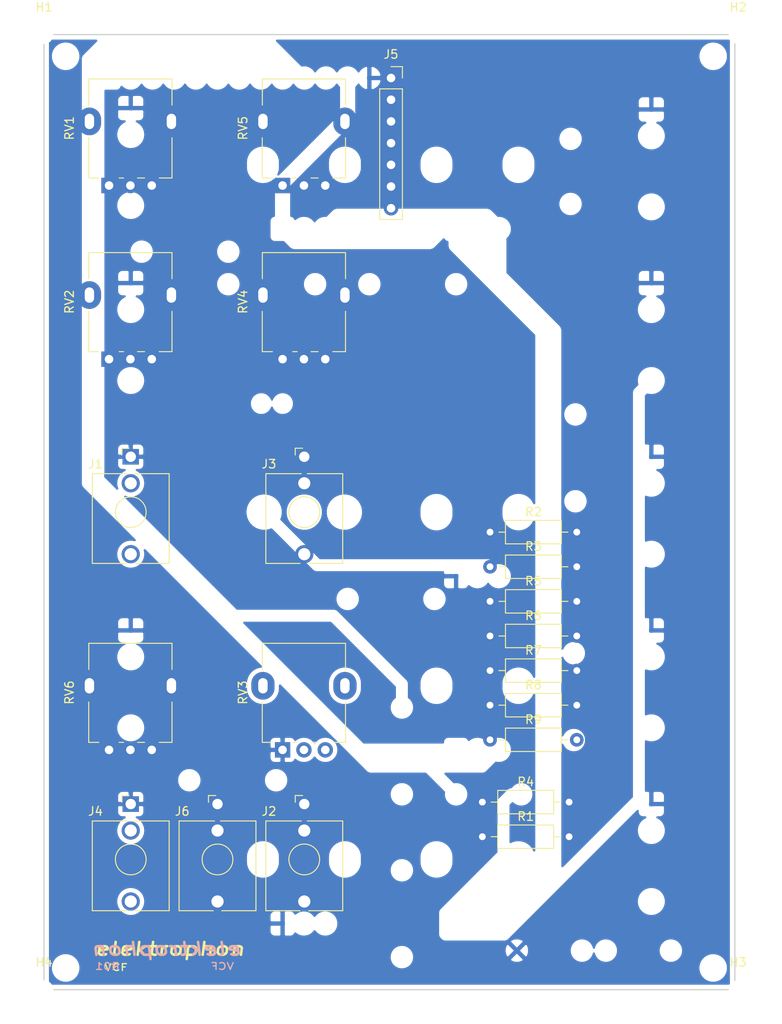
<source format=kicad_pcb>
(kicad_pcb (version 20171130) (host pcbnew 5.1.5-52549c5~84~ubuntu19.04.1)

  (general
    (thickness 1.6)
    (drawings 9)
    (tracks 0)
    (zones 0)
    (modules 25)
    (nets 20)
  )

  (page A4)
  (title_block
    (title X046)
    (date 2019-09-02)
    (rev R01)
    (comment 1 "PCB for mount circuit")
    (comment 2 "Original design by Thomas Henry")
    (comment 4 "License CC BY 4.0 - Attribution 4.0 International")
  )

  (layers
    (0 F.Cu signal)
    (31 B.Cu signal hide)
    (32 B.Adhes user)
    (33 F.Adhes user)
    (34 B.Paste user)
    (35 F.Paste user)
    (36 B.SilkS user)
    (37 F.SilkS user)
    (38 B.Mask user)
    (39 F.Mask user)
    (40 Dwgs.User user)
    (41 Cmts.User user)
    (42 Eco1.User user)
    (43 Eco2.User user)
    (44 Edge.Cuts user)
    (45 Margin user)
    (46 B.CrtYd user)
    (47 F.CrtYd user)
    (48 B.Fab user)
    (49 F.Fab user)
  )

  (setup
    (last_trace_width 0.25)
    (user_trace_width 0.381)
    (user_trace_width 0.762)
    (trace_clearance 0.2)
    (zone_clearance 0.508)
    (zone_45_only no)
    (trace_min 0.2)
    (via_size 0.8)
    (via_drill 0.4)
    (via_min_size 0.4)
    (via_min_drill 0.3)
    (uvia_size 0.3)
    (uvia_drill 0.1)
    (uvias_allowed no)
    (uvia_min_size 0.2)
    (uvia_min_drill 0.1)
    (edge_width 0.15)
    (segment_width 0.2)
    (pcb_text_width 0.3)
    (pcb_text_size 1.5 1.5)
    (mod_edge_width 0.15)
    (mod_text_size 1 1)
    (mod_text_width 0.15)
    (pad_size 2.2 2.2)
    (pad_drill 2.2)
    (pad_to_mask_clearance 0.051)
    (solder_mask_min_width 0.25)
    (aux_axis_origin 0 0)
    (visible_elements FFFFFF7F)
    (pcbplotparams
      (layerselection 0x010fc_ffffffff)
      (usegerberextensions false)
      (usegerberattributes false)
      (usegerberadvancedattributes false)
      (creategerberjobfile false)
      (excludeedgelayer true)
      (linewidth 0.100000)
      (plotframeref false)
      (viasonmask false)
      (mode 1)
      (useauxorigin false)
      (hpglpennumber 1)
      (hpglpenspeed 20)
      (hpglpendiameter 15.000000)
      (psnegative false)
      (psa4output false)
      (plotreference true)
      (plotvalue true)
      (plotinvisibletext false)
      (padsonsilk false)
      (subtractmaskfromsilk false)
      (outputformat 1)
      (mirror false)
      (drillshape 0)
      (scaleselection 1)
      (outputdirectory "./gerbers"))
  )

  (net 0 "")
  (net 1 GND)
  (net 2 "Net-(J1-PadT)")
  (net 3 "Net-(J2-PadT)")
  (net 4 "Net-(J3-PadT)")
  (net 5 "Net-(J4-PadT)")
  (net 6 -15V)
  (net 7 +15V)
  (net 8 /OUT)
  (net 9 /IN)
  (net 10 /RES)
  (net 11 /VC)
  (net 12 "Net-(J6-PadT)")
  (net 13 "Net-(R1-Pad2)")
  (net 14 "Net-(R2-Pad2)")
  (net 15 "Net-(R3-Pad2)")
  (net 16 "Net-(R5-Pad2)")
  (net 17 "Net-(R6-Pad2)")
  (net 18 "Net-(R7-Pad2)")
  (net 19 "Net-(R8-Pad2)")

  (net_class Default "This is the default net class."
    (clearance 0.2)
    (trace_width 0.25)
    (via_dia 0.8)
    (via_drill 0.4)
    (uvia_dia 0.3)
    (uvia_drill 0.1)
    (add_net +15V)
    (add_net -15V)
    (add_net /IN)
    (add_net /OUT)
    (add_net /RES)
    (add_net /VC)
    (add_net GND)
    (add_net "Net-(J1-PadT)")
    (add_net "Net-(J1-PadTN)")
    (add_net "Net-(J2-PadT)")
    (add_net "Net-(J2-PadTN)")
    (add_net "Net-(J3-PadT)")
    (add_net "Net-(J3-PadTN)")
    (add_net "Net-(J4-PadT)")
    (add_net "Net-(J4-PadTN)")
    (add_net "Net-(J6-PadT)")
    (add_net "Net-(J6-PadTN)")
    (add_net "Net-(R1-Pad2)")
    (add_net "Net-(R2-Pad2)")
    (add_net "Net-(R3-Pad2)")
    (add_net "Net-(R5-Pad2)")
    (add_net "Net-(R6-Pad2)")
    (add_net "Net-(R7-Pad2)")
    (add_net "Net-(R8-Pad2)")
  )

  (module elektrophon:Potentiometer_Alpha_RD901F-40-00D_Single_Vertical (layer F.Cu) (tedit 5DA46BB9) (tstamp 5E064FE4)
    (at 50.8 116.84 90)
    (descr "Potentiometer, vertical, 9mm, single, http://www.taiwanalpha.com.tw/downloads?target=products&id=113")
    (tags "potentiometer vertical 9mm single")
    (path /5E075677)
    (fp_text reference RV6 (at -0.79 -7.18 270) (layer F.SilkS)
      (effects (font (size 1 1) (thickness 0.15)))
    )
    (fp_text value 100k (at -7.5 7.32 270) (layer F.Fab)
      (effects (font (size 1 1) (thickness 0.15)))
    )
    (fp_line (start -6.62 1.62) (end -6.62 0.79) (layer F.SilkS) (width 0.12))
    (fp_line (start -6.62 -0.83) (end -6.62 -1.36) (layer F.SilkS) (width 0.12))
    (fp_line (start -6.62 -3.73) (end -6.62 -4.91) (layer F.SilkS) (width 0.12))
    (fp_line (start -6.62 4.83) (end -1.9 4.83) (layer F.SilkS) (width 0.12))
    (fp_line (start 1.91 -4.91) (end 4.97 -4.91) (layer F.SilkS) (width 0.12))
    (fp_line (start -6.5 4.71) (end 4.85 4.71) (layer F.Fab) (width 0.1))
    (fp_line (start -6.5 -4.79) (end 4.85 -4.79) (layer F.Fab) (width 0.1))
    (fp_line (start 4.85 4.71) (end 4.85 -4.79) (layer F.Fab) (width 0.1))
    (fp_line (start -6.5 4.71) (end -6.5 -4.79) (layer F.Fab) (width 0.1))
    (fp_circle (center 0 -0.04) (end 0 -3.54) (layer F.Fab) (width 0.1))
    (fp_line (start -6.62 -4.92) (end -1.9 -4.92) (layer F.SilkS) (width 0.12))
    (fp_line (start 1.91 4.83) (end 4.97 4.83) (layer F.SilkS) (width 0.12))
    (fp_line (start -6.62 4.83) (end -6.62 3.34) (layer F.SilkS) (width 0.12))
    (fp_line (start 4.97 4.83) (end 4.97 -4.91) (layer F.SilkS) (width 0.12))
    (fp_line (start 5.1 6.37) (end 5.1 -6.45) (layer F.CrtYd) (width 0.05))
    (fp_line (start 5.1 -6.45) (end -8.65 -6.45) (layer F.CrtYd) (width 0.05))
    (fp_line (start -8.65 -6.45) (end -8.65 6.37) (layer F.CrtYd) (width 0.05))
    (fp_line (start -8.65 6.37) (end 5.1 6.37) (layer F.CrtYd) (width 0.05))
    (fp_text user %R (at 0.12 0 90) (layer F.Fab)
      (effects (font (size 1 1) (thickness 0.15)))
    )
    (pad "" thru_hole oval (at 0 -4.84 180) (size 2.72 3.24) (drill oval 1.1 1.8) (layers *.Cu *.Mask))
    (pad "" thru_hole oval (at 0 4.76 180) (size 2.72 3.24) (drill oval 1.1 1.8) (layers *.Cu *.Mask))
    (pad 3 thru_hole circle (at -7.5 2.46 180) (size 1.8 1.8) (drill 1) (layers *.Cu *.Mask)
      (net 1 GND))
    (pad 2 thru_hole circle (at -7.5 -0.04 180) (size 1.8 1.8) (drill 1) (layers *.Cu *.Mask)
      (net 19 "Net-(R8-Pad2)"))
    (pad 1 thru_hole rect (at -7.5 -2.54 180) (size 1.8 1.8) (drill 1) (layers *.Cu *.Mask)
      (net 5 "Net-(J4-PadT)"))
    (model ${KISYS3DMOD}/Potentiometer_THT.3dshapes/Potentiometer_Alpha_RD901F-40-00D_Single_Vertical.wrl
      (at (xyz 0 0 0))
      (scale (xyz 1 1 1))
      (rotate (xyz 0 0 0))
    )
    (model ${KIPRJMOD}/../../../lib/kicad/models/ALPHA-RD901F-40.step
      (at (xyz 0 0 0))
      (scale (xyz 1 1 1))
      (rotate (xyz 0 0 90))
    )
  )

  (module elektrophon:Potentiometer_Alpha_RD901F-40-00D_Single_Vertical (layer F.Cu) (tedit 5DA46BB9) (tstamp 5E064FC8)
    (at 71.12 50.8 90)
    (descr "Potentiometer, vertical, 9mm, single, http://www.taiwanalpha.com.tw/downloads?target=products&id=113")
    (tags "potentiometer vertical 9mm single")
    (path /5E0ABAD6)
    (fp_text reference RV5 (at -0.79 -7.18 270) (layer F.SilkS)
      (effects (font (size 1 1) (thickness 0.15)))
    )
    (fp_text value 100k (at -7.5 7.32 270) (layer F.Fab)
      (effects (font (size 1 1) (thickness 0.15)))
    )
    (fp_line (start -6.62 1.62) (end -6.62 0.79) (layer F.SilkS) (width 0.12))
    (fp_line (start -6.62 -0.83) (end -6.62 -1.36) (layer F.SilkS) (width 0.12))
    (fp_line (start -6.62 -3.73) (end -6.62 -4.91) (layer F.SilkS) (width 0.12))
    (fp_line (start -6.62 4.83) (end -1.9 4.83) (layer F.SilkS) (width 0.12))
    (fp_line (start 1.91 -4.91) (end 4.97 -4.91) (layer F.SilkS) (width 0.12))
    (fp_line (start -6.5 4.71) (end 4.85 4.71) (layer F.Fab) (width 0.1))
    (fp_line (start -6.5 -4.79) (end 4.85 -4.79) (layer F.Fab) (width 0.1))
    (fp_line (start 4.85 4.71) (end 4.85 -4.79) (layer F.Fab) (width 0.1))
    (fp_line (start -6.5 4.71) (end -6.5 -4.79) (layer F.Fab) (width 0.1))
    (fp_circle (center 0 -0.04) (end 0 -3.54) (layer F.Fab) (width 0.1))
    (fp_line (start -6.62 -4.92) (end -1.9 -4.92) (layer F.SilkS) (width 0.12))
    (fp_line (start 1.91 4.83) (end 4.97 4.83) (layer F.SilkS) (width 0.12))
    (fp_line (start -6.62 4.83) (end -6.62 3.34) (layer F.SilkS) (width 0.12))
    (fp_line (start 4.97 4.83) (end 4.97 -4.91) (layer F.SilkS) (width 0.12))
    (fp_line (start 5.1 6.37) (end 5.1 -6.45) (layer F.CrtYd) (width 0.05))
    (fp_line (start 5.1 -6.45) (end -8.65 -6.45) (layer F.CrtYd) (width 0.05))
    (fp_line (start -8.65 -6.45) (end -8.65 6.37) (layer F.CrtYd) (width 0.05))
    (fp_line (start -8.65 6.37) (end 5.1 6.37) (layer F.CrtYd) (width 0.05))
    (fp_text user %R (at 0.12 0 90) (layer F.Fab)
      (effects (font (size 1 1) (thickness 0.15)))
    )
    (pad "" thru_hole oval (at 0 -4.84 180) (size 2.72 3.24) (drill oval 1.1 1.8) (layers *.Cu *.Mask))
    (pad "" thru_hole oval (at 0 4.76 180) (size 2.72 3.24) (drill oval 1.1 1.8) (layers *.Cu *.Mask))
    (pad 3 thru_hole circle (at -7.5 2.46 180) (size 1.8 1.8) (drill 1) (layers *.Cu *.Mask)
      (net 6 -15V))
    (pad 2 thru_hole circle (at -7.5 -0.04 180) (size 1.8 1.8) (drill 1) (layers *.Cu *.Mask)
      (net 18 "Net-(R7-Pad2)"))
    (pad 1 thru_hole rect (at -7.5 -2.54 180) (size 1.8 1.8) (drill 1) (layers *.Cu *.Mask)
      (net 17 "Net-(R6-Pad2)"))
    (model ${KISYS3DMOD}/Potentiometer_THT.3dshapes/Potentiometer_Alpha_RD901F-40-00D_Single_Vertical.wrl
      (at (xyz 0 0 0))
      (scale (xyz 1 1 1))
      (rotate (xyz 0 0 0))
    )
    (model ${KIPRJMOD}/../../../lib/kicad/models/ALPHA-RD901F-40.step
      (at (xyz 0 0 0))
      (scale (xyz 1 1 1))
      (rotate (xyz 0 0 90))
    )
  )

  (module elektrophon:Potentiometer_Alpha_RD901F-40-00D_Single_Vertical (layer F.Cu) (tedit 5DA46BB9) (tstamp 5E064FAC)
    (at 71.12 71.12 90)
    (descr "Potentiometer, vertical, 9mm, single, http://www.taiwanalpha.com.tw/downloads?target=products&id=113")
    (tags "potentiometer vertical 9mm single")
    (path /5E0AA122)
    (fp_text reference RV4 (at -0.79 -7.18 270) (layer F.SilkS)
      (effects (font (size 1 1) (thickness 0.15)))
    )
    (fp_text value 100k (at -7.5 7.32 270) (layer F.Fab)
      (effects (font (size 1 1) (thickness 0.15)))
    )
    (fp_line (start -6.62 1.62) (end -6.62 0.79) (layer F.SilkS) (width 0.12))
    (fp_line (start -6.62 -0.83) (end -6.62 -1.36) (layer F.SilkS) (width 0.12))
    (fp_line (start -6.62 -3.73) (end -6.62 -4.91) (layer F.SilkS) (width 0.12))
    (fp_line (start -6.62 4.83) (end -1.9 4.83) (layer F.SilkS) (width 0.12))
    (fp_line (start 1.91 -4.91) (end 4.97 -4.91) (layer F.SilkS) (width 0.12))
    (fp_line (start -6.5 4.71) (end 4.85 4.71) (layer F.Fab) (width 0.1))
    (fp_line (start -6.5 -4.79) (end 4.85 -4.79) (layer F.Fab) (width 0.1))
    (fp_line (start 4.85 4.71) (end 4.85 -4.79) (layer F.Fab) (width 0.1))
    (fp_line (start -6.5 4.71) (end -6.5 -4.79) (layer F.Fab) (width 0.1))
    (fp_circle (center 0 -0.04) (end 0 -3.54) (layer F.Fab) (width 0.1))
    (fp_line (start -6.62 -4.92) (end -1.9 -4.92) (layer F.SilkS) (width 0.12))
    (fp_line (start 1.91 4.83) (end 4.97 4.83) (layer F.SilkS) (width 0.12))
    (fp_line (start -6.62 4.83) (end -6.62 3.34) (layer F.SilkS) (width 0.12))
    (fp_line (start 4.97 4.83) (end 4.97 -4.91) (layer F.SilkS) (width 0.12))
    (fp_line (start 5.1 6.37) (end 5.1 -6.45) (layer F.CrtYd) (width 0.05))
    (fp_line (start 5.1 -6.45) (end -8.65 -6.45) (layer F.CrtYd) (width 0.05))
    (fp_line (start -8.65 -6.45) (end -8.65 6.37) (layer F.CrtYd) (width 0.05))
    (fp_line (start -8.65 6.37) (end 5.1 6.37) (layer F.CrtYd) (width 0.05))
    (fp_text user %R (at 0.12 0 90) (layer F.Fab)
      (effects (font (size 1 1) (thickness 0.15)))
    )
    (pad "" thru_hole oval (at 0 -4.84 180) (size 2.72 3.24) (drill oval 1.1 1.8) (layers *.Cu *.Mask))
    (pad "" thru_hole oval (at 0 4.76 180) (size 2.72 3.24) (drill oval 1.1 1.8) (layers *.Cu *.Mask))
    (pad 3 thru_hole circle (at -7.5 2.46 180) (size 1.8 1.8) (drill 1) (layers *.Cu *.Mask)
      (net 1 GND))
    (pad 2 thru_hole circle (at -7.5 -0.04 180) (size 1.8 1.8) (drill 1) (layers *.Cu *.Mask)
      (net 16 "Net-(R5-Pad2)"))
    (pad 1 thru_hole rect (at -7.5 -2.54 180) (size 1.8 1.8) (drill 1) (layers *.Cu *.Mask)
      (net 4 "Net-(J3-PadT)"))
    (model ${KISYS3DMOD}/Potentiometer_THT.3dshapes/Potentiometer_Alpha_RD901F-40-00D_Single_Vertical.wrl
      (at (xyz 0 0 0))
      (scale (xyz 1 1 1))
      (rotate (xyz 0 0 0))
    )
    (model ${KIPRJMOD}/../../../lib/kicad/models/ALPHA-RD901F-40.step
      (at (xyz 0 0 0))
      (scale (xyz 1 1 1))
      (rotate (xyz 0 0 90))
    )
  )

  (module elektrophon:Potentiometer_Alpha_RD901F-40-00D_Single_Vertical (layer F.Cu) (tedit 5DA46BB9) (tstamp 5E064F90)
    (at 71.12 116.84 90)
    (descr "Potentiometer, vertical, 9mm, single, http://www.taiwanalpha.com.tw/downloads?target=products&id=113")
    (tags "potentiometer vertical 9mm single")
    (path /5E06AAAC)
    (fp_text reference RV3 (at -0.79 -7.18 270) (layer F.SilkS)
      (effects (font (size 1 1) (thickness 0.15)))
    )
    (fp_text value 100k (at -7.5 7.32 270) (layer F.Fab)
      (effects (font (size 1 1) (thickness 0.15)))
    )
    (fp_line (start -6.62 1.62) (end -6.62 0.79) (layer F.SilkS) (width 0.12))
    (fp_line (start -6.62 -0.83) (end -6.62 -1.36) (layer F.SilkS) (width 0.12))
    (fp_line (start -6.62 -3.73) (end -6.62 -4.91) (layer F.SilkS) (width 0.12))
    (fp_line (start -6.62 4.83) (end -1.9 4.83) (layer F.SilkS) (width 0.12))
    (fp_line (start 1.91 -4.91) (end 4.97 -4.91) (layer F.SilkS) (width 0.12))
    (fp_line (start -6.5 4.71) (end 4.85 4.71) (layer F.Fab) (width 0.1))
    (fp_line (start -6.5 -4.79) (end 4.85 -4.79) (layer F.Fab) (width 0.1))
    (fp_line (start 4.85 4.71) (end 4.85 -4.79) (layer F.Fab) (width 0.1))
    (fp_line (start -6.5 4.71) (end -6.5 -4.79) (layer F.Fab) (width 0.1))
    (fp_circle (center 0 -0.04) (end 0 -3.54) (layer F.Fab) (width 0.1))
    (fp_line (start -6.62 -4.92) (end -1.9 -4.92) (layer F.SilkS) (width 0.12))
    (fp_line (start 1.91 4.83) (end 4.97 4.83) (layer F.SilkS) (width 0.12))
    (fp_line (start -6.62 4.83) (end -6.62 3.34) (layer F.SilkS) (width 0.12))
    (fp_line (start 4.97 4.83) (end 4.97 -4.91) (layer F.SilkS) (width 0.12))
    (fp_line (start 5.1 6.37) (end 5.1 -6.45) (layer F.CrtYd) (width 0.05))
    (fp_line (start 5.1 -6.45) (end -8.65 -6.45) (layer F.CrtYd) (width 0.05))
    (fp_line (start -8.65 -6.45) (end -8.65 6.37) (layer F.CrtYd) (width 0.05))
    (fp_line (start -8.65 6.37) (end 5.1 6.37) (layer F.CrtYd) (width 0.05))
    (fp_text user %R (at 0.12 0 90) (layer F.Fab)
      (effects (font (size 1 1) (thickness 0.15)))
    )
    (pad "" thru_hole oval (at 0 -4.84 180) (size 2.72 3.24) (drill oval 1.1 1.8) (layers *.Cu *.Mask))
    (pad "" thru_hole oval (at 0 4.76 180) (size 2.72 3.24) (drill oval 1.1 1.8) (layers *.Cu *.Mask))
    (pad 3 thru_hole circle (at -7.5 2.46 180) (size 1.8 1.8) (drill 1) (layers *.Cu *.Mask)
      (net 1 GND))
    (pad 2 thru_hole circle (at -7.5 -0.04 180) (size 1.8 1.8) (drill 1) (layers *.Cu *.Mask)
      (net 15 "Net-(R3-Pad2)"))
    (pad 1 thru_hole rect (at -7.5 -2.54 180) (size 1.8 1.8) (drill 1) (layers *.Cu *.Mask)
      (net 3 "Net-(J2-PadT)"))
    (model ${KISYS3DMOD}/Potentiometer_THT.3dshapes/Potentiometer_Alpha_RD901F-40-00D_Single_Vertical.wrl
      (at (xyz 0 0 0))
      (scale (xyz 1 1 1))
      (rotate (xyz 0 0 0))
    )
    (model ${KIPRJMOD}/../../../lib/kicad/models/ALPHA-RD901F-40.step
      (at (xyz 0 0 0))
      (scale (xyz 1 1 1))
      (rotate (xyz 0 0 90))
    )
  )

  (module elektrophon:Potentiometer_Alpha_RD901F-40-00D_Single_Vertical (layer F.Cu) (tedit 5DA46BB9) (tstamp 5E064F74)
    (at 50.8 71.12 90)
    (descr "Potentiometer, vertical, 9mm, single, http://www.taiwanalpha.com.tw/downloads?target=products&id=113")
    (tags "potentiometer vertical 9mm single")
    (path /5E065461)
    (fp_text reference RV2 (at -0.79 -7.18 270) (layer F.SilkS)
      (effects (font (size 1 1) (thickness 0.15)))
    )
    (fp_text value 100k (at -7.5 7.32 270) (layer F.Fab)
      (effects (font (size 1 1) (thickness 0.15)))
    )
    (fp_line (start -6.62 1.62) (end -6.62 0.79) (layer F.SilkS) (width 0.12))
    (fp_line (start -6.62 -0.83) (end -6.62 -1.36) (layer F.SilkS) (width 0.12))
    (fp_line (start -6.62 -3.73) (end -6.62 -4.91) (layer F.SilkS) (width 0.12))
    (fp_line (start -6.62 4.83) (end -1.9 4.83) (layer F.SilkS) (width 0.12))
    (fp_line (start 1.91 -4.91) (end 4.97 -4.91) (layer F.SilkS) (width 0.12))
    (fp_line (start -6.5 4.71) (end 4.85 4.71) (layer F.Fab) (width 0.1))
    (fp_line (start -6.5 -4.79) (end 4.85 -4.79) (layer F.Fab) (width 0.1))
    (fp_line (start 4.85 4.71) (end 4.85 -4.79) (layer F.Fab) (width 0.1))
    (fp_line (start -6.5 4.71) (end -6.5 -4.79) (layer F.Fab) (width 0.1))
    (fp_circle (center 0 -0.04) (end 0 -3.54) (layer F.Fab) (width 0.1))
    (fp_line (start -6.62 -4.92) (end -1.9 -4.92) (layer F.SilkS) (width 0.12))
    (fp_line (start 1.91 4.83) (end 4.97 4.83) (layer F.SilkS) (width 0.12))
    (fp_line (start -6.62 4.83) (end -6.62 3.34) (layer F.SilkS) (width 0.12))
    (fp_line (start 4.97 4.83) (end 4.97 -4.91) (layer F.SilkS) (width 0.12))
    (fp_line (start 5.1 6.37) (end 5.1 -6.45) (layer F.CrtYd) (width 0.05))
    (fp_line (start 5.1 -6.45) (end -8.65 -6.45) (layer F.CrtYd) (width 0.05))
    (fp_line (start -8.65 -6.45) (end -8.65 6.37) (layer F.CrtYd) (width 0.05))
    (fp_line (start -8.65 6.37) (end 5.1 6.37) (layer F.CrtYd) (width 0.05))
    (fp_text user %R (at 0.12 0 90) (layer F.Fab)
      (effects (font (size 1 1) (thickness 0.15)))
    )
    (pad "" thru_hole oval (at 0 -4.84 180) (size 2.72 3.24) (drill oval 1.1 1.8) (layers *.Cu *.Mask))
    (pad "" thru_hole oval (at 0 4.76 180) (size 2.72 3.24) (drill oval 1.1 1.8) (layers *.Cu *.Mask))
    (pad 3 thru_hole circle (at -7.5 2.46 180) (size 1.8 1.8) (drill 1) (layers *.Cu *.Mask)
      (net 6 -15V))
    (pad 2 thru_hole circle (at -7.5 -0.04 180) (size 1.8 1.8) (drill 1) (layers *.Cu *.Mask)
      (net 14 "Net-(R2-Pad2)"))
    (pad 1 thru_hole rect (at -7.5 -2.54 180) (size 1.8 1.8) (drill 1) (layers *.Cu *.Mask)
      (net 7 +15V))
    (model ${KISYS3DMOD}/Potentiometer_THT.3dshapes/Potentiometer_Alpha_RD901F-40-00D_Single_Vertical.wrl
      (at (xyz 0 0 0))
      (scale (xyz 1 1 1))
      (rotate (xyz 0 0 0))
    )
    (model ${KIPRJMOD}/../../../lib/kicad/models/ALPHA-RD901F-40.step
      (at (xyz 0 0 0))
      (scale (xyz 1 1 1))
      (rotate (xyz 0 0 90))
    )
  )

  (module elektrophon:Potentiometer_Alpha_RD901F-40-00D_Single_Vertical (layer F.Cu) (tedit 5DA46BB9) (tstamp 5E064F58)
    (at 50.8 50.8 90)
    (descr "Potentiometer, vertical, 9mm, single, http://www.taiwanalpha.com.tw/downloads?target=products&id=113")
    (tags "potentiometer vertical 9mm single")
    (path /5E05DE3F)
    (fp_text reference RV1 (at -0.79 -7.18 270) (layer F.SilkS)
      (effects (font (size 1 1) (thickness 0.15)))
    )
    (fp_text value 100k (at -7.5 7.32 270) (layer F.Fab)
      (effects (font (size 1 1) (thickness 0.15)))
    )
    (fp_line (start -6.62 1.62) (end -6.62 0.79) (layer F.SilkS) (width 0.12))
    (fp_line (start -6.62 -0.83) (end -6.62 -1.36) (layer F.SilkS) (width 0.12))
    (fp_line (start -6.62 -3.73) (end -6.62 -4.91) (layer F.SilkS) (width 0.12))
    (fp_line (start -6.62 4.83) (end -1.9 4.83) (layer F.SilkS) (width 0.12))
    (fp_line (start 1.91 -4.91) (end 4.97 -4.91) (layer F.SilkS) (width 0.12))
    (fp_line (start -6.5 4.71) (end 4.85 4.71) (layer F.Fab) (width 0.1))
    (fp_line (start -6.5 -4.79) (end 4.85 -4.79) (layer F.Fab) (width 0.1))
    (fp_line (start 4.85 4.71) (end 4.85 -4.79) (layer F.Fab) (width 0.1))
    (fp_line (start -6.5 4.71) (end -6.5 -4.79) (layer F.Fab) (width 0.1))
    (fp_circle (center 0 -0.04) (end 0 -3.54) (layer F.Fab) (width 0.1))
    (fp_line (start -6.62 -4.92) (end -1.9 -4.92) (layer F.SilkS) (width 0.12))
    (fp_line (start 1.91 4.83) (end 4.97 4.83) (layer F.SilkS) (width 0.12))
    (fp_line (start -6.62 4.83) (end -6.62 3.34) (layer F.SilkS) (width 0.12))
    (fp_line (start 4.97 4.83) (end 4.97 -4.91) (layer F.SilkS) (width 0.12))
    (fp_line (start 5.1 6.37) (end 5.1 -6.45) (layer F.CrtYd) (width 0.05))
    (fp_line (start 5.1 -6.45) (end -8.65 -6.45) (layer F.CrtYd) (width 0.05))
    (fp_line (start -8.65 -6.45) (end -8.65 6.37) (layer F.CrtYd) (width 0.05))
    (fp_line (start -8.65 6.37) (end 5.1 6.37) (layer F.CrtYd) (width 0.05))
    (fp_text user %R (at 0.12 0 90) (layer F.Fab)
      (effects (font (size 1 1) (thickness 0.15)))
    )
    (pad "" thru_hole oval (at 0 -4.84 180) (size 2.72 3.24) (drill oval 1.1 1.8) (layers *.Cu *.Mask))
    (pad "" thru_hole oval (at 0 4.76 180) (size 2.72 3.24) (drill oval 1.1 1.8) (layers *.Cu *.Mask))
    (pad 3 thru_hole circle (at -7.5 2.46 180) (size 1.8 1.8) (drill 1) (layers *.Cu *.Mask)
      (net 6 -15V))
    (pad 2 thru_hole circle (at -7.5 -0.04 180) (size 1.8 1.8) (drill 1) (layers *.Cu *.Mask)
      (net 13 "Net-(R1-Pad2)"))
    (pad 1 thru_hole rect (at -7.5 -2.54 180) (size 1.8 1.8) (drill 1) (layers *.Cu *.Mask)
      (net 7 +15V))
    (model ${KISYS3DMOD}/Potentiometer_THT.3dshapes/Potentiometer_Alpha_RD901F-40-00D_Single_Vertical.wrl
      (at (xyz 0 0 0))
      (scale (xyz 1 1 1))
      (rotate (xyz 0 0 0))
    )
    (model ${KIPRJMOD}/../../../lib/kicad/models/ALPHA-RD901F-40.step
      (at (xyz 0 0 0))
      (scale (xyz 1 1 1))
      (rotate (xyz 0 0 90))
    )
  )

  (module Resistor_THT:R_Axial_DIN0207_L6.3mm_D2.5mm_P10.16mm_Horizontal (layer F.Cu) (tedit 5AE5139B) (tstamp 5E064F3C)
    (at 92.87 123.16)
    (descr "Resistor, Axial_DIN0207 series, Axial, Horizontal, pin pitch=10.16mm, 0.25W = 1/4W, length*diameter=6.3*2.5mm^2, http://cdn-reichelt.de/documents/datenblatt/B400/1_4W%23YAG.pdf")
    (tags "Resistor Axial_DIN0207 series Axial Horizontal pin pitch 10.16mm 0.25W = 1/4W length 6.3mm diameter 2.5mm")
    (path /5E10F2F9)
    (fp_text reference R9 (at 5.08 -2.37) (layer F.SilkS)
      (effects (font (size 1 1) (thickness 0.15)))
    )
    (fp_text value 1k (at 5.08 2.37) (layer F.Fab)
      (effects (font (size 1 1) (thickness 0.15)))
    )
    (fp_text user %R (at 5.08 0) (layer F.Fab)
      (effects (font (size 1 1) (thickness 0.15)))
    )
    (fp_line (start 11.21 -1.5) (end -1.05 -1.5) (layer F.CrtYd) (width 0.05))
    (fp_line (start 11.21 1.5) (end 11.21 -1.5) (layer F.CrtYd) (width 0.05))
    (fp_line (start -1.05 1.5) (end 11.21 1.5) (layer F.CrtYd) (width 0.05))
    (fp_line (start -1.05 -1.5) (end -1.05 1.5) (layer F.CrtYd) (width 0.05))
    (fp_line (start 9.12 0) (end 8.35 0) (layer F.SilkS) (width 0.12))
    (fp_line (start 1.04 0) (end 1.81 0) (layer F.SilkS) (width 0.12))
    (fp_line (start 8.35 -1.37) (end 1.81 -1.37) (layer F.SilkS) (width 0.12))
    (fp_line (start 8.35 1.37) (end 8.35 -1.37) (layer F.SilkS) (width 0.12))
    (fp_line (start 1.81 1.37) (end 8.35 1.37) (layer F.SilkS) (width 0.12))
    (fp_line (start 1.81 -1.37) (end 1.81 1.37) (layer F.SilkS) (width 0.12))
    (fp_line (start 10.16 0) (end 8.23 0) (layer F.Fab) (width 0.1))
    (fp_line (start 0 0) (end 1.93 0) (layer F.Fab) (width 0.1))
    (fp_line (start 8.23 -1.25) (end 1.93 -1.25) (layer F.Fab) (width 0.1))
    (fp_line (start 8.23 1.25) (end 8.23 -1.25) (layer F.Fab) (width 0.1))
    (fp_line (start 1.93 1.25) (end 8.23 1.25) (layer F.Fab) (width 0.1))
    (fp_line (start 1.93 -1.25) (end 1.93 1.25) (layer F.Fab) (width 0.1))
    (pad 2 thru_hole oval (at 10.16 0) (size 1.6 1.6) (drill 0.8) (layers *.Cu *.Mask)
      (net 8 /OUT))
    (pad 1 thru_hole circle (at 0 0) (size 1.6 1.6) (drill 0.8) (layers *.Cu *.Mask)
      (net 12 "Net-(J6-PadT)"))
    (model ${KISYS3DMOD}/Resistor_THT.3dshapes/R_Axial_DIN0207_L6.3mm_D2.5mm_P10.16mm_Horizontal.wrl
      (at (xyz 0 0 0))
      (scale (xyz 1 1 1))
      (rotate (xyz 0 0 0))
    )
  )

  (module Resistor_THT:R_Axial_DIN0207_L6.3mm_D2.5mm_P10.16mm_Horizontal (layer F.Cu) (tedit 5AE5139B) (tstamp 5E064F25)
    (at 92.87 119.11)
    (descr "Resistor, Axial_DIN0207 series, Axial, Horizontal, pin pitch=10.16mm, 0.25W = 1/4W, length*diameter=6.3*2.5mm^2, http://cdn-reichelt.de/documents/datenblatt/B400/1_4W%23YAG.pdf")
    (tags "Resistor Axial_DIN0207 series Axial Horizontal pin pitch 10.16mm 0.25W = 1/4W length 6.3mm diameter 2.5mm")
    (path /5E07567D)
    (fp_text reference R8 (at 5.08 -2.37) (layer F.SilkS)
      (effects (font (size 1 1) (thickness 0.15)))
    )
    (fp_text value 100k (at 5.08 2.37) (layer F.Fab)
      (effects (font (size 1 1) (thickness 0.15)))
    )
    (fp_text user %R (at 5.08 0) (layer F.Fab)
      (effects (font (size 1 1) (thickness 0.15)))
    )
    (fp_line (start 11.21 -1.5) (end -1.05 -1.5) (layer F.CrtYd) (width 0.05))
    (fp_line (start 11.21 1.5) (end 11.21 -1.5) (layer F.CrtYd) (width 0.05))
    (fp_line (start -1.05 1.5) (end 11.21 1.5) (layer F.CrtYd) (width 0.05))
    (fp_line (start -1.05 -1.5) (end -1.05 1.5) (layer F.CrtYd) (width 0.05))
    (fp_line (start 9.12 0) (end 8.35 0) (layer F.SilkS) (width 0.12))
    (fp_line (start 1.04 0) (end 1.81 0) (layer F.SilkS) (width 0.12))
    (fp_line (start 8.35 -1.37) (end 1.81 -1.37) (layer F.SilkS) (width 0.12))
    (fp_line (start 8.35 1.37) (end 8.35 -1.37) (layer F.SilkS) (width 0.12))
    (fp_line (start 1.81 1.37) (end 8.35 1.37) (layer F.SilkS) (width 0.12))
    (fp_line (start 1.81 -1.37) (end 1.81 1.37) (layer F.SilkS) (width 0.12))
    (fp_line (start 10.16 0) (end 8.23 0) (layer F.Fab) (width 0.1))
    (fp_line (start 0 0) (end 1.93 0) (layer F.Fab) (width 0.1))
    (fp_line (start 8.23 -1.25) (end 1.93 -1.25) (layer F.Fab) (width 0.1))
    (fp_line (start 8.23 1.25) (end 8.23 -1.25) (layer F.Fab) (width 0.1))
    (fp_line (start 1.93 1.25) (end 8.23 1.25) (layer F.Fab) (width 0.1))
    (fp_line (start 1.93 -1.25) (end 1.93 1.25) (layer F.Fab) (width 0.1))
    (pad 2 thru_hole oval (at 10.16 0) (size 1.6 1.6) (drill 0.8) (layers *.Cu *.Mask)
      (net 19 "Net-(R8-Pad2)"))
    (pad 1 thru_hole circle (at 0 0) (size 1.6 1.6) (drill 0.8) (layers *.Cu *.Mask)
      (net 9 /IN))
    (model ${KISYS3DMOD}/Resistor_THT.3dshapes/R_Axial_DIN0207_L6.3mm_D2.5mm_P10.16mm_Horizontal.wrl
      (at (xyz 0 0 0))
      (scale (xyz 1 1 1))
      (rotate (xyz 0 0 0))
    )
  )

  (module Resistor_THT:R_Axial_DIN0207_L6.3mm_D2.5mm_P10.16mm_Horizontal (layer F.Cu) (tedit 5AE5139B) (tstamp 5E064F0E)
    (at 92.87 115.06)
    (descr "Resistor, Axial_DIN0207 series, Axial, Horizontal, pin pitch=10.16mm, 0.25W = 1/4W, length*diameter=6.3*2.5mm^2, http://cdn-reichelt.de/documents/datenblatt/B400/1_4W%23YAG.pdf")
    (tags "Resistor Axial_DIN0207 series Axial Horizontal pin pitch 10.16mm 0.25W = 1/4W length 6.3mm diameter 2.5mm")
    (path /5E0AF275)
    (fp_text reference R7 (at 5.08 -2.37) (layer F.SilkS)
      (effects (font (size 1 1) (thickness 0.15)))
    )
    (fp_text value 47k (at 5.08 2.37) (layer F.Fab)
      (effects (font (size 1 1) (thickness 0.15)))
    )
    (fp_text user %R (at 5.08 0) (layer F.Fab)
      (effects (font (size 1 1) (thickness 0.15)))
    )
    (fp_line (start 11.21 -1.5) (end -1.05 -1.5) (layer F.CrtYd) (width 0.05))
    (fp_line (start 11.21 1.5) (end 11.21 -1.5) (layer F.CrtYd) (width 0.05))
    (fp_line (start -1.05 1.5) (end 11.21 1.5) (layer F.CrtYd) (width 0.05))
    (fp_line (start -1.05 -1.5) (end -1.05 1.5) (layer F.CrtYd) (width 0.05))
    (fp_line (start 9.12 0) (end 8.35 0) (layer F.SilkS) (width 0.12))
    (fp_line (start 1.04 0) (end 1.81 0) (layer F.SilkS) (width 0.12))
    (fp_line (start 8.35 -1.37) (end 1.81 -1.37) (layer F.SilkS) (width 0.12))
    (fp_line (start 8.35 1.37) (end 8.35 -1.37) (layer F.SilkS) (width 0.12))
    (fp_line (start 1.81 1.37) (end 8.35 1.37) (layer F.SilkS) (width 0.12))
    (fp_line (start 1.81 -1.37) (end 1.81 1.37) (layer F.SilkS) (width 0.12))
    (fp_line (start 10.16 0) (end 8.23 0) (layer F.Fab) (width 0.1))
    (fp_line (start 0 0) (end 1.93 0) (layer F.Fab) (width 0.1))
    (fp_line (start 8.23 -1.25) (end 1.93 -1.25) (layer F.Fab) (width 0.1))
    (fp_line (start 8.23 1.25) (end 8.23 -1.25) (layer F.Fab) (width 0.1))
    (fp_line (start 1.93 1.25) (end 8.23 1.25) (layer F.Fab) (width 0.1))
    (fp_line (start 1.93 -1.25) (end 1.93 1.25) (layer F.Fab) (width 0.1))
    (pad 2 thru_hole oval (at 10.16 0) (size 1.6 1.6) (drill 0.8) (layers *.Cu *.Mask)
      (net 18 "Net-(R7-Pad2)"))
    (pad 1 thru_hole circle (at 0 0) (size 1.6 1.6) (drill 0.8) (layers *.Cu *.Mask)
      (net 10 /RES))
    (model ${KISYS3DMOD}/Resistor_THT.3dshapes/R_Axial_DIN0207_L6.3mm_D2.5mm_P10.16mm_Horizontal.wrl
      (at (xyz 0 0 0))
      (scale (xyz 1 1 1))
      (rotate (xyz 0 0 0))
    )
  )

  (module Resistor_THT:R_Axial_DIN0207_L6.3mm_D2.5mm_P10.16mm_Horizontal (layer F.Cu) (tedit 5AE5139B) (tstamp 5E064EF7)
    (at 92.87 111.01)
    (descr "Resistor, Axial_DIN0207 series, Axial, Horizontal, pin pitch=10.16mm, 0.25W = 1/4W, length*diameter=6.3*2.5mm^2, http://cdn-reichelt.de/documents/datenblatt/B400/1_4W%23YAG.pdf")
    (tags "Resistor Axial_DIN0207 series Axial Horizontal pin pitch 10.16mm 0.25W = 1/4W length 6.3mm diameter 2.5mm")
    (path /5E0B00AA)
    (fp_text reference R6 (at 5.08 -2.37) (layer F.SilkS)
      (effects (font (size 1 1) (thickness 0.15)))
    )
    (fp_text value 18k (at 5.08 2.37) (layer F.Fab)
      (effects (font (size 1 1) (thickness 0.15)))
    )
    (fp_text user %R (at 5.08 0) (layer F.Fab)
      (effects (font (size 1 1) (thickness 0.15)))
    )
    (fp_line (start 11.21 -1.5) (end -1.05 -1.5) (layer F.CrtYd) (width 0.05))
    (fp_line (start 11.21 1.5) (end 11.21 -1.5) (layer F.CrtYd) (width 0.05))
    (fp_line (start -1.05 1.5) (end 11.21 1.5) (layer F.CrtYd) (width 0.05))
    (fp_line (start -1.05 -1.5) (end -1.05 1.5) (layer F.CrtYd) (width 0.05))
    (fp_line (start 9.12 0) (end 8.35 0) (layer F.SilkS) (width 0.12))
    (fp_line (start 1.04 0) (end 1.81 0) (layer F.SilkS) (width 0.12))
    (fp_line (start 8.35 -1.37) (end 1.81 -1.37) (layer F.SilkS) (width 0.12))
    (fp_line (start 8.35 1.37) (end 8.35 -1.37) (layer F.SilkS) (width 0.12))
    (fp_line (start 1.81 1.37) (end 8.35 1.37) (layer F.SilkS) (width 0.12))
    (fp_line (start 1.81 -1.37) (end 1.81 1.37) (layer F.SilkS) (width 0.12))
    (fp_line (start 10.16 0) (end 8.23 0) (layer F.Fab) (width 0.1))
    (fp_line (start 0 0) (end 1.93 0) (layer F.Fab) (width 0.1))
    (fp_line (start 8.23 -1.25) (end 1.93 -1.25) (layer F.Fab) (width 0.1))
    (fp_line (start 8.23 1.25) (end 8.23 -1.25) (layer F.Fab) (width 0.1))
    (fp_line (start 1.93 1.25) (end 8.23 1.25) (layer F.Fab) (width 0.1))
    (fp_line (start 1.93 -1.25) (end 1.93 1.25) (layer F.Fab) (width 0.1))
    (pad 2 thru_hole oval (at 10.16 0) (size 1.6 1.6) (drill 0.8) (layers *.Cu *.Mask)
      (net 17 "Net-(R6-Pad2)"))
    (pad 1 thru_hole circle (at 0 0) (size 1.6 1.6) (drill 0.8) (layers *.Cu *.Mask)
      (net 7 +15V))
    (model ${KISYS3DMOD}/Resistor_THT.3dshapes/R_Axial_DIN0207_L6.3mm_D2.5mm_P10.16mm_Horizontal.wrl
      (at (xyz 0 0 0))
      (scale (xyz 1 1 1))
      (rotate (xyz 0 0 0))
    )
  )

  (module Resistor_THT:R_Axial_DIN0207_L6.3mm_D2.5mm_P10.16mm_Horizontal (layer F.Cu) (tedit 5AE5139B) (tstamp 5E064EE0)
    (at 92.87 106.96)
    (descr "Resistor, Axial_DIN0207 series, Axial, Horizontal, pin pitch=10.16mm, 0.25W = 1/4W, length*diameter=6.3*2.5mm^2, http://cdn-reichelt.de/documents/datenblatt/B400/1_4W%23YAG.pdf")
    (tags "Resistor Axial_DIN0207 series Axial Horizontal pin pitch 10.16mm 0.25W = 1/4W length 6.3mm diameter 2.5mm")
    (path /5E0AA128)
    (fp_text reference R5 (at 5.08 -2.37) (layer F.SilkS)
      (effects (font (size 1 1) (thickness 0.15)))
    )
    (fp_text value 100k (at 5.08 2.37) (layer F.Fab)
      (effects (font (size 1 1) (thickness 0.15)))
    )
    (fp_text user %R (at 5.08 0) (layer F.Fab)
      (effects (font (size 1 1) (thickness 0.15)))
    )
    (fp_line (start 11.21 -1.5) (end -1.05 -1.5) (layer F.CrtYd) (width 0.05))
    (fp_line (start 11.21 1.5) (end 11.21 -1.5) (layer F.CrtYd) (width 0.05))
    (fp_line (start -1.05 1.5) (end 11.21 1.5) (layer F.CrtYd) (width 0.05))
    (fp_line (start -1.05 -1.5) (end -1.05 1.5) (layer F.CrtYd) (width 0.05))
    (fp_line (start 9.12 0) (end 8.35 0) (layer F.SilkS) (width 0.12))
    (fp_line (start 1.04 0) (end 1.81 0) (layer F.SilkS) (width 0.12))
    (fp_line (start 8.35 -1.37) (end 1.81 -1.37) (layer F.SilkS) (width 0.12))
    (fp_line (start 8.35 1.37) (end 8.35 -1.37) (layer F.SilkS) (width 0.12))
    (fp_line (start 1.81 1.37) (end 8.35 1.37) (layer F.SilkS) (width 0.12))
    (fp_line (start 1.81 -1.37) (end 1.81 1.37) (layer F.SilkS) (width 0.12))
    (fp_line (start 10.16 0) (end 8.23 0) (layer F.Fab) (width 0.1))
    (fp_line (start 0 0) (end 1.93 0) (layer F.Fab) (width 0.1))
    (fp_line (start 8.23 -1.25) (end 1.93 -1.25) (layer F.Fab) (width 0.1))
    (fp_line (start 8.23 1.25) (end 8.23 -1.25) (layer F.Fab) (width 0.1))
    (fp_line (start 1.93 1.25) (end 8.23 1.25) (layer F.Fab) (width 0.1))
    (fp_line (start 1.93 -1.25) (end 1.93 1.25) (layer F.Fab) (width 0.1))
    (pad 2 thru_hole oval (at 10.16 0) (size 1.6 1.6) (drill 0.8) (layers *.Cu *.Mask)
      (net 16 "Net-(R5-Pad2)"))
    (pad 1 thru_hole circle (at 0 0) (size 1.6 1.6) (drill 0.8) (layers *.Cu *.Mask)
      (net 10 /RES))
    (model ${KISYS3DMOD}/Resistor_THT.3dshapes/R_Axial_DIN0207_L6.3mm_D2.5mm_P10.16mm_Horizontal.wrl
      (at (xyz 0 0 0))
      (scale (xyz 1 1 1))
      (rotate (xyz 0 0 0))
    )
  )

  (module Resistor_THT:R_Axial_DIN0207_L6.3mm_D2.5mm_P10.16mm_Horizontal (layer F.Cu) (tedit 5AE5139B) (tstamp 5E064EC9)
    (at 91.97 130.45)
    (descr "Resistor, Axial_DIN0207 series, Axial, Horizontal, pin pitch=10.16mm, 0.25W = 1/4W, length*diameter=6.3*2.5mm^2, http://cdn-reichelt.de/documents/datenblatt/B400/1_4W%23YAG.pdf")
    (tags "Resistor Axial_DIN0207 series Axial Horizontal pin pitch 10.16mm 0.25W = 1/4W length 6.3mm diameter 2.5mm")
    (path /5E067C85)
    (fp_text reference R4 (at 5.08 -2.37) (layer F.SilkS)
      (effects (font (size 1 1) (thickness 0.15)))
    )
    (fp_text value 100k (at 5.08 2.37) (layer F.Fab)
      (effects (font (size 1 1) (thickness 0.15)))
    )
    (fp_text user %R (at 5.08 0) (layer F.Fab)
      (effects (font (size 1 1) (thickness 0.15)))
    )
    (fp_line (start 11.21 -1.5) (end -1.05 -1.5) (layer F.CrtYd) (width 0.05))
    (fp_line (start 11.21 1.5) (end 11.21 -1.5) (layer F.CrtYd) (width 0.05))
    (fp_line (start -1.05 1.5) (end 11.21 1.5) (layer F.CrtYd) (width 0.05))
    (fp_line (start -1.05 -1.5) (end -1.05 1.5) (layer F.CrtYd) (width 0.05))
    (fp_line (start 9.12 0) (end 8.35 0) (layer F.SilkS) (width 0.12))
    (fp_line (start 1.04 0) (end 1.81 0) (layer F.SilkS) (width 0.12))
    (fp_line (start 8.35 -1.37) (end 1.81 -1.37) (layer F.SilkS) (width 0.12))
    (fp_line (start 8.35 1.37) (end 8.35 -1.37) (layer F.SilkS) (width 0.12))
    (fp_line (start 1.81 1.37) (end 8.35 1.37) (layer F.SilkS) (width 0.12))
    (fp_line (start 1.81 -1.37) (end 1.81 1.37) (layer F.SilkS) (width 0.12))
    (fp_line (start 10.16 0) (end 8.23 0) (layer F.Fab) (width 0.1))
    (fp_line (start 0 0) (end 1.93 0) (layer F.Fab) (width 0.1))
    (fp_line (start 8.23 -1.25) (end 1.93 -1.25) (layer F.Fab) (width 0.1))
    (fp_line (start 8.23 1.25) (end 8.23 -1.25) (layer F.Fab) (width 0.1))
    (fp_line (start 1.93 1.25) (end 8.23 1.25) (layer F.Fab) (width 0.1))
    (fp_line (start 1.93 -1.25) (end 1.93 1.25) (layer F.Fab) (width 0.1))
    (pad 2 thru_hole oval (at 10.16 0) (size 1.6 1.6) (drill 0.8) (layers *.Cu *.Mask)
      (net 2 "Net-(J1-PadT)"))
    (pad 1 thru_hole circle (at 0 0) (size 1.6 1.6) (drill 0.8) (layers *.Cu *.Mask)
      (net 11 /VC))
    (model ${KISYS3DMOD}/Resistor_THT.3dshapes/R_Axial_DIN0207_L6.3mm_D2.5mm_P10.16mm_Horizontal.wrl
      (at (xyz 0 0 0))
      (scale (xyz 1 1 1))
      (rotate (xyz 0 0 0))
    )
  )

  (module Resistor_THT:R_Axial_DIN0207_L6.3mm_D2.5mm_P10.16mm_Horizontal (layer F.Cu) (tedit 5AE5139B) (tstamp 5E064EB2)
    (at 92.87 102.91)
    (descr "Resistor, Axial_DIN0207 series, Axial, Horizontal, pin pitch=10.16mm, 0.25W = 1/4W, length*diameter=6.3*2.5mm^2, http://cdn-reichelt.de/documents/datenblatt/B400/1_4W%23YAG.pdf")
    (tags "Resistor Axial_DIN0207 series Axial Horizontal pin pitch 10.16mm 0.25W = 1/4W length 6.3mm diameter 2.5mm")
    (path /5E06AABE)
    (fp_text reference R3 (at 5.08 -2.37) (layer F.SilkS)
      (effects (font (size 1 1) (thickness 0.15)))
    )
    (fp_text value 33k (at 5.08 2.37) (layer F.Fab)
      (effects (font (size 1 1) (thickness 0.15)))
    )
    (fp_text user %R (at 5.08 0) (layer F.Fab)
      (effects (font (size 1 1) (thickness 0.15)))
    )
    (fp_line (start 11.21 -1.5) (end -1.05 -1.5) (layer F.CrtYd) (width 0.05))
    (fp_line (start 11.21 1.5) (end 11.21 -1.5) (layer F.CrtYd) (width 0.05))
    (fp_line (start -1.05 1.5) (end 11.21 1.5) (layer F.CrtYd) (width 0.05))
    (fp_line (start -1.05 -1.5) (end -1.05 1.5) (layer F.CrtYd) (width 0.05))
    (fp_line (start 9.12 0) (end 8.35 0) (layer F.SilkS) (width 0.12))
    (fp_line (start 1.04 0) (end 1.81 0) (layer F.SilkS) (width 0.12))
    (fp_line (start 8.35 -1.37) (end 1.81 -1.37) (layer F.SilkS) (width 0.12))
    (fp_line (start 8.35 1.37) (end 8.35 -1.37) (layer F.SilkS) (width 0.12))
    (fp_line (start 1.81 1.37) (end 8.35 1.37) (layer F.SilkS) (width 0.12))
    (fp_line (start 1.81 -1.37) (end 1.81 1.37) (layer F.SilkS) (width 0.12))
    (fp_line (start 10.16 0) (end 8.23 0) (layer F.Fab) (width 0.1))
    (fp_line (start 0 0) (end 1.93 0) (layer F.Fab) (width 0.1))
    (fp_line (start 8.23 -1.25) (end 1.93 -1.25) (layer F.Fab) (width 0.1))
    (fp_line (start 8.23 1.25) (end 8.23 -1.25) (layer F.Fab) (width 0.1))
    (fp_line (start 1.93 1.25) (end 8.23 1.25) (layer F.Fab) (width 0.1))
    (fp_line (start 1.93 -1.25) (end 1.93 1.25) (layer F.Fab) (width 0.1))
    (pad 2 thru_hole oval (at 10.16 0) (size 1.6 1.6) (drill 0.8) (layers *.Cu *.Mask)
      (net 15 "Net-(R3-Pad2)"))
    (pad 1 thru_hole circle (at 0 0) (size 1.6 1.6) (drill 0.8) (layers *.Cu *.Mask)
      (net 11 /VC))
    (model ${KISYS3DMOD}/Resistor_THT.3dshapes/R_Axial_DIN0207_L6.3mm_D2.5mm_P10.16mm_Horizontal.wrl
      (at (xyz 0 0 0))
      (scale (xyz 1 1 1))
      (rotate (xyz 0 0 0))
    )
  )

  (module Resistor_THT:R_Axial_DIN0207_L6.3mm_D2.5mm_P10.16mm_Horizontal (layer F.Cu) (tedit 5AE5139B) (tstamp 5E064E9B)
    (at 92.87 98.86)
    (descr "Resistor, Axial_DIN0207 series, Axial, Horizontal, pin pitch=10.16mm, 0.25W = 1/4W, length*diameter=6.3*2.5mm^2, http://cdn-reichelt.de/documents/datenblatt/B400/1_4W%23YAG.pdf")
    (tags "Resistor Axial_DIN0207 series Axial Horizontal pin pitch 10.16mm 0.25W = 1/4W length 6.3mm diameter 2.5mm")
    (path /5E065B52)
    (fp_text reference R2 (at 5.08 -2.37) (layer F.SilkS)
      (effects (font (size 1 1) (thickness 0.15)))
    )
    (fp_text value 2M2 (at 5.08 2.37) (layer F.Fab)
      (effects (font (size 1 1) (thickness 0.15)))
    )
    (fp_text user %R (at 5.08 0) (layer F.Fab)
      (effects (font (size 1 1) (thickness 0.15)))
    )
    (fp_line (start 11.21 -1.5) (end -1.05 -1.5) (layer F.CrtYd) (width 0.05))
    (fp_line (start 11.21 1.5) (end 11.21 -1.5) (layer F.CrtYd) (width 0.05))
    (fp_line (start -1.05 1.5) (end 11.21 1.5) (layer F.CrtYd) (width 0.05))
    (fp_line (start -1.05 -1.5) (end -1.05 1.5) (layer F.CrtYd) (width 0.05))
    (fp_line (start 9.12 0) (end 8.35 0) (layer F.SilkS) (width 0.12))
    (fp_line (start 1.04 0) (end 1.81 0) (layer F.SilkS) (width 0.12))
    (fp_line (start 8.35 -1.37) (end 1.81 -1.37) (layer F.SilkS) (width 0.12))
    (fp_line (start 8.35 1.37) (end 8.35 -1.37) (layer F.SilkS) (width 0.12))
    (fp_line (start 1.81 1.37) (end 8.35 1.37) (layer F.SilkS) (width 0.12))
    (fp_line (start 1.81 -1.37) (end 1.81 1.37) (layer F.SilkS) (width 0.12))
    (fp_line (start 10.16 0) (end 8.23 0) (layer F.Fab) (width 0.1))
    (fp_line (start 0 0) (end 1.93 0) (layer F.Fab) (width 0.1))
    (fp_line (start 8.23 -1.25) (end 1.93 -1.25) (layer F.Fab) (width 0.1))
    (fp_line (start 8.23 1.25) (end 8.23 -1.25) (layer F.Fab) (width 0.1))
    (fp_line (start 1.93 1.25) (end 8.23 1.25) (layer F.Fab) (width 0.1))
    (fp_line (start 1.93 -1.25) (end 1.93 1.25) (layer F.Fab) (width 0.1))
    (pad 2 thru_hole oval (at 10.16 0) (size 1.6 1.6) (drill 0.8) (layers *.Cu *.Mask)
      (net 14 "Net-(R2-Pad2)"))
    (pad 1 thru_hole circle (at 0 0) (size 1.6 1.6) (drill 0.8) (layers *.Cu *.Mask)
      (net 11 /VC))
    (model ${KISYS3DMOD}/Resistor_THT.3dshapes/R_Axial_DIN0207_L6.3mm_D2.5mm_P10.16mm_Horizontal.wrl
      (at (xyz 0 0 0))
      (scale (xyz 1 1 1))
      (rotate (xyz 0 0 0))
    )
  )

  (module Resistor_THT:R_Axial_DIN0207_L6.3mm_D2.5mm_P10.16mm_Horizontal (layer F.Cu) (tedit 5AE5139B) (tstamp 5E064E84)
    (at 91.97 134.5)
    (descr "Resistor, Axial_DIN0207 series, Axial, Horizontal, pin pitch=10.16mm, 0.25W = 1/4W, length*diameter=6.3*2.5mm^2, http://cdn-reichelt.de/documents/datenblatt/B400/1_4W%23YAG.pdf")
    (tags "Resistor Axial_DIN0207 series Axial Horizontal pin pitch 10.16mm 0.25W = 1/4W length 6.3mm diameter 2.5mm")
    (path /5E065983)
    (fp_text reference R1 (at 5.08 -2.37) (layer F.SilkS)
      (effects (font (size 1 1) (thickness 0.15)))
    )
    (fp_text value 150k (at 5.08 2.37) (layer F.Fab)
      (effects (font (size 1 1) (thickness 0.15)))
    )
    (fp_text user %R (at 5.08 0) (layer F.Fab)
      (effects (font (size 1 1) (thickness 0.15)))
    )
    (fp_line (start 11.21 -1.5) (end -1.05 -1.5) (layer F.CrtYd) (width 0.05))
    (fp_line (start 11.21 1.5) (end 11.21 -1.5) (layer F.CrtYd) (width 0.05))
    (fp_line (start -1.05 1.5) (end 11.21 1.5) (layer F.CrtYd) (width 0.05))
    (fp_line (start -1.05 -1.5) (end -1.05 1.5) (layer F.CrtYd) (width 0.05))
    (fp_line (start 9.12 0) (end 8.35 0) (layer F.SilkS) (width 0.12))
    (fp_line (start 1.04 0) (end 1.81 0) (layer F.SilkS) (width 0.12))
    (fp_line (start 8.35 -1.37) (end 1.81 -1.37) (layer F.SilkS) (width 0.12))
    (fp_line (start 8.35 1.37) (end 8.35 -1.37) (layer F.SilkS) (width 0.12))
    (fp_line (start 1.81 1.37) (end 8.35 1.37) (layer F.SilkS) (width 0.12))
    (fp_line (start 1.81 -1.37) (end 1.81 1.37) (layer F.SilkS) (width 0.12))
    (fp_line (start 10.16 0) (end 8.23 0) (layer F.Fab) (width 0.1))
    (fp_line (start 0 0) (end 1.93 0) (layer F.Fab) (width 0.1))
    (fp_line (start 8.23 -1.25) (end 1.93 -1.25) (layer F.Fab) (width 0.1))
    (fp_line (start 8.23 1.25) (end 8.23 -1.25) (layer F.Fab) (width 0.1))
    (fp_line (start 1.93 1.25) (end 8.23 1.25) (layer F.Fab) (width 0.1))
    (fp_line (start 1.93 -1.25) (end 1.93 1.25) (layer F.Fab) (width 0.1))
    (pad 2 thru_hole oval (at 10.16 0) (size 1.6 1.6) (drill 0.8) (layers *.Cu *.Mask)
      (net 13 "Net-(R1-Pad2)"))
    (pad 1 thru_hole circle (at 0 0) (size 1.6 1.6) (drill 0.8) (layers *.Cu *.Mask)
      (net 11 /VC))
    (model ${KISYS3DMOD}/Resistor_THT.3dshapes/R_Axial_DIN0207_L6.3mm_D2.5mm_P10.16mm_Horizontal.wrl
      (at (xyz 0 0 0))
      (scale (xyz 1 1 1))
      (rotate (xyz 0 0 0))
    )
  )

  (module elektrophon:Jack_3.5mm_WQP-PJ398SM_Vertical (layer F.Cu) (tedit 5DA46BDA) (tstamp 5E064E6D)
    (at 60.96 137.16)
    (descr "TRS 3.5mm, vertical, Thonkiconn, PCB mount, (http://www.qingpu-electronics.com/en/products/WQP-PJ398SM-362.html)")
    (tags "WQP-PJ398SM WQP-PJ301M-12 TRS 3.5mm mono vertical jack thonkiconn qingpu")
    (path /5E10628A)
    (fp_text reference J6 (at -4.13 -5.63) (layer F.SilkS)
      (effects (font (size 1 1) (thickness 0.15)))
    )
    (fp_text value OUT (at 0 -1.48) (layer F.Fab)
      (effects (font (size 1 1) (thickness 0.15)))
    )
    (fp_text user KEEPOUT (at 0 0 180) (layer Cmts.User)
      (effects (font (size 0.4 0.4) (thickness 0.051)))
    )
    (fp_line (start -5 6.5) (end -5 -7.9) (layer F.CrtYd) (width 0.05))
    (fp_line (start -4.5 6) (end -4.5 -4.4) (layer F.Fab) (width 0.1))
    (fp_text user %R (at 0 1.52) (layer F.Fab)
      (effects (font (size 1 1) (thickness 0.15)))
    )
    (fp_line (start -4.5 -4.5) (end -4.5 6) (layer F.SilkS) (width 0.12))
    (fp_line (start 4.5 -4.5) (end 4.5 6) (layer F.SilkS) (width 0.12))
    (fp_circle (center 0 0) (end 1.5 0) (layer Dwgs.User) (width 0.12))
    (fp_line (start 0.09 1.48) (end 1.48 0.09) (layer Dwgs.User) (width 0.12))
    (fp_line (start -0.58 1.35) (end 1.36 -0.59) (layer Dwgs.User) (width 0.12))
    (fp_line (start -1.07 1.01) (end 1.01 -1.07) (layer Dwgs.User) (width 0.12))
    (fp_line (start -1.42 0.395) (end 0.4 -1.42) (layer Dwgs.User) (width 0.12))
    (fp_line (start -1.41 -0.46) (end -0.46 -1.41) (layer Dwgs.User) (width 0.12))
    (fp_line (start 4.5 6) (end 0.5 6) (layer F.SilkS) (width 0.12))
    (fp_line (start -0.5 6) (end -4.5 6) (layer F.SilkS) (width 0.12))
    (fp_line (start 4.5 -4.5) (end 0.35 -4.5) (layer F.SilkS) (width 0.12))
    (fp_line (start -0.35 -4.5) (end -4.5 -4.5) (layer F.SilkS) (width 0.12))
    (fp_circle (center 0 0) (end 1.8 0) (layer F.SilkS) (width 0.12))
    (fp_line (start -1.06 -7.48) (end -1.06 -6.68) (layer F.SilkS) (width 0.12))
    (fp_line (start -1.06 -7.48) (end -0.2 -7.48) (layer F.SilkS) (width 0.12))
    (fp_line (start 4.5 6) (end 4.5 -4.4) (layer F.Fab) (width 0.1))
    (fp_line (start 4.5 6) (end -4.5 6) (layer F.Fab) (width 0.1))
    (fp_line (start 5 6.5) (end 5 -7.9) (layer F.CrtYd) (width 0.05))
    (fp_line (start 5 6.5) (end -5 6.5) (layer F.CrtYd) (width 0.05))
    (fp_line (start 5 -7.9) (end -5 -7.9) (layer F.CrtYd) (width 0.05))
    (fp_line (start 4.5 -4.45) (end -4.5 -4.45) (layer F.Fab) (width 0.1))
    (fp_circle (center 0 0) (end 1.8 0) (layer F.Fab) (width 0.1))
    (fp_line (start 0 -6.48) (end 0 -4.45) (layer F.Fab) (width 0.1))
    (pad TN thru_hole circle (at 0 -3.38 180) (size 2.13 2.13) (drill 1.42) (layers *.Cu *.Mask))
    (pad S thru_hole rect (at 0 -6.48 180) (size 1.93 1.83) (drill 1.22) (layers *.Cu *.Mask)
      (net 1 GND))
    (pad T thru_hole circle (at 0 4.92 180) (size 2.13 2.13) (drill 1.43) (layers *.Cu *.Mask)
      (net 12 "Net-(J6-PadT)"))
    (model ${KISYS3DMOD}/Connector_Audio.3dshapes/Jack_3.5mm_QingPu_WQP-PJ398SM_Vertical.wrl
      (at (xyz 0 0 0))
      (scale (xyz 1 1 1))
      (rotate (xyz 0 0 0))
    )
    (model "${KIPRJMOD}/../../../lib/kicad/models/PJ301M-12 Thonkiconn v0.2.stp"
      (offset (xyz 0 -1 0))
      (scale (xyz 1 1 1))
      (rotate (xyz 0 0 180))
    )
  )

  (module Connector_PinSocket_2.54mm:PinSocket_1x07_P2.54mm_Vertical (layer F.Cu) (tedit 5A19A433) (tstamp 5E064E4B)
    (at 81.28 45.72)
    (descr "Through hole straight socket strip, 1x07, 2.54mm pitch, single row (from Kicad 4.0.7), script generated")
    (tags "Through hole socket strip THT 1x07 2.54mm single row")
    (path /5E14D133)
    (fp_text reference J5 (at 0 -2.77) (layer F.SilkS)
      (effects (font (size 1 1) (thickness 0.15)))
    )
    (fp_text value Conn_01x07_Male (at 0 18.01) (layer F.Fab)
      (effects (font (size 1 1) (thickness 0.15)))
    )
    (fp_text user %R (at 0 7.62 90) (layer F.Fab)
      (effects (font (size 1 1) (thickness 0.15)))
    )
    (fp_line (start -1.8 17) (end -1.8 -1.8) (layer F.CrtYd) (width 0.05))
    (fp_line (start 1.75 17) (end -1.8 17) (layer F.CrtYd) (width 0.05))
    (fp_line (start 1.75 -1.8) (end 1.75 17) (layer F.CrtYd) (width 0.05))
    (fp_line (start -1.8 -1.8) (end 1.75 -1.8) (layer F.CrtYd) (width 0.05))
    (fp_line (start 0 -1.33) (end 1.33 -1.33) (layer F.SilkS) (width 0.12))
    (fp_line (start 1.33 -1.33) (end 1.33 0) (layer F.SilkS) (width 0.12))
    (fp_line (start 1.33 1.27) (end 1.33 16.57) (layer F.SilkS) (width 0.12))
    (fp_line (start -1.33 16.57) (end 1.33 16.57) (layer F.SilkS) (width 0.12))
    (fp_line (start -1.33 1.27) (end -1.33 16.57) (layer F.SilkS) (width 0.12))
    (fp_line (start -1.33 1.27) (end 1.33 1.27) (layer F.SilkS) (width 0.12))
    (fp_line (start -1.27 16.51) (end -1.27 -1.27) (layer F.Fab) (width 0.1))
    (fp_line (start 1.27 16.51) (end -1.27 16.51) (layer F.Fab) (width 0.1))
    (fp_line (start 1.27 -0.635) (end 1.27 16.51) (layer F.Fab) (width 0.1))
    (fp_line (start 0.635 -1.27) (end 1.27 -0.635) (layer F.Fab) (width 0.1))
    (fp_line (start -1.27 -1.27) (end 0.635 -1.27) (layer F.Fab) (width 0.1))
    (pad 7 thru_hole oval (at 0 15.24) (size 1.7 1.7) (drill 1) (layers *.Cu *.Mask)
      (net 1 GND))
    (pad 6 thru_hole oval (at 0 12.7) (size 1.7 1.7) (drill 1) (layers *.Cu *.Mask)
      (net 6 -15V))
    (pad 5 thru_hole oval (at 0 10.16) (size 1.7 1.7) (drill 1) (layers *.Cu *.Mask)
      (net 7 +15V))
    (pad 4 thru_hole oval (at 0 7.62) (size 1.7 1.7) (drill 1) (layers *.Cu *.Mask)
      (net 8 /OUT))
    (pad 3 thru_hole oval (at 0 5.08) (size 1.7 1.7) (drill 1) (layers *.Cu *.Mask)
      (net 9 /IN))
    (pad 2 thru_hole oval (at 0 2.54) (size 1.7 1.7) (drill 1) (layers *.Cu *.Mask)
      (net 10 /RES))
    (pad 1 thru_hole rect (at 0 0) (size 1.7 1.7) (drill 1) (layers *.Cu *.Mask)
      (net 11 /VC))
    (model ${KISYS3DMOD}/Connector_PinSocket_2.54mm.3dshapes/PinSocket_1x07_P2.54mm_Vertical.wrl
      (at (xyz 0 0 0))
      (scale (xyz 1 1 1))
      (rotate (xyz 0 0 0))
    )
  )

  (module elektrophon:Jack_3.5mm_WQP-PJ398SM_Vertical (layer F.Cu) (tedit 5DA46BDA) (tstamp 5E064E30)
    (at 50.8 137.16)
    (descr "TRS 3.5mm, vertical, Thonkiconn, PCB mount, (http://www.qingpu-electronics.com/en/products/WQP-PJ398SM-362.html)")
    (tags "WQP-PJ398SM WQP-PJ301M-12 TRS 3.5mm mono vertical jack thonkiconn qingpu")
    (path /5E073B6E)
    (fp_text reference J4 (at -4.13 -5.63) (layer F.SilkS)
      (effects (font (size 1 1) (thickness 0.15)))
    )
    (fp_text value INPUT (at 0 -1.48) (layer F.Fab)
      (effects (font (size 1 1) (thickness 0.15)))
    )
    (fp_text user KEEPOUT (at 0 0 180) (layer Cmts.User)
      (effects (font (size 0.4 0.4) (thickness 0.051)))
    )
    (fp_line (start -5 6.5) (end -5 -7.9) (layer F.CrtYd) (width 0.05))
    (fp_line (start -4.5 6) (end -4.5 -4.4) (layer F.Fab) (width 0.1))
    (fp_text user %R (at 0 1.52) (layer F.Fab)
      (effects (font (size 1 1) (thickness 0.15)))
    )
    (fp_line (start -4.5 -4.5) (end -4.5 6) (layer F.SilkS) (width 0.12))
    (fp_line (start 4.5 -4.5) (end 4.5 6) (layer F.SilkS) (width 0.12))
    (fp_circle (center 0 0) (end 1.5 0) (layer Dwgs.User) (width 0.12))
    (fp_line (start 0.09 1.48) (end 1.48 0.09) (layer Dwgs.User) (width 0.12))
    (fp_line (start -0.58 1.35) (end 1.36 -0.59) (layer Dwgs.User) (width 0.12))
    (fp_line (start -1.07 1.01) (end 1.01 -1.07) (layer Dwgs.User) (width 0.12))
    (fp_line (start -1.42 0.395) (end 0.4 -1.42) (layer Dwgs.User) (width 0.12))
    (fp_line (start -1.41 -0.46) (end -0.46 -1.41) (layer Dwgs.User) (width 0.12))
    (fp_line (start 4.5 6) (end 0.5 6) (layer F.SilkS) (width 0.12))
    (fp_line (start -0.5 6) (end -4.5 6) (layer F.SilkS) (width 0.12))
    (fp_line (start 4.5 -4.5) (end 0.35 -4.5) (layer F.SilkS) (width 0.12))
    (fp_line (start -0.35 -4.5) (end -4.5 -4.5) (layer F.SilkS) (width 0.12))
    (fp_circle (center 0 0) (end 1.8 0) (layer F.SilkS) (width 0.12))
    (fp_line (start -1.06 -7.48) (end -1.06 -6.68) (layer F.SilkS) (width 0.12))
    (fp_line (start -1.06 -7.48) (end -0.2 -7.48) (layer F.SilkS) (width 0.12))
    (fp_line (start 4.5 6) (end 4.5 -4.4) (layer F.Fab) (width 0.1))
    (fp_line (start 4.5 6) (end -4.5 6) (layer F.Fab) (width 0.1))
    (fp_line (start 5 6.5) (end 5 -7.9) (layer F.CrtYd) (width 0.05))
    (fp_line (start 5 6.5) (end -5 6.5) (layer F.CrtYd) (width 0.05))
    (fp_line (start 5 -7.9) (end -5 -7.9) (layer F.CrtYd) (width 0.05))
    (fp_line (start 4.5 -4.45) (end -4.5 -4.45) (layer F.Fab) (width 0.1))
    (fp_circle (center 0 0) (end 1.8 0) (layer F.Fab) (width 0.1))
    (fp_line (start 0 -6.48) (end 0 -4.45) (layer F.Fab) (width 0.1))
    (pad TN thru_hole circle (at 0 -3.38 180) (size 2.13 2.13) (drill 1.42) (layers *.Cu *.Mask))
    (pad S thru_hole rect (at 0 -6.48 180) (size 1.93 1.83) (drill 1.22) (layers *.Cu *.Mask)
      (net 1 GND))
    (pad T thru_hole circle (at 0 4.92 180) (size 2.13 2.13) (drill 1.43) (layers *.Cu *.Mask)
      (net 5 "Net-(J4-PadT)"))
    (model ${KISYS3DMOD}/Connector_Audio.3dshapes/Jack_3.5mm_QingPu_WQP-PJ398SM_Vertical.wrl
      (at (xyz 0 0 0))
      (scale (xyz 1 1 1))
      (rotate (xyz 0 0 0))
    )
    (model "${KIPRJMOD}/../../../lib/kicad/models/PJ301M-12 Thonkiconn v0.2.stp"
      (offset (xyz 0 -1 0))
      (scale (xyz 1 1 1))
      (rotate (xyz 0 0 180))
    )
  )

  (module elektrophon:Jack_3.5mm_WQP-PJ398SM_Vertical (layer F.Cu) (tedit 5DA46BDA) (tstamp 5E064E0E)
    (at 71.12 96.52)
    (descr "TRS 3.5mm, vertical, Thonkiconn, PCB mount, (http://www.qingpu-electronics.com/en/products/WQP-PJ398SM-362.html)")
    (tags "WQP-PJ398SM WQP-PJ301M-12 TRS 3.5mm mono vertical jack thonkiconn qingpu")
    (path /5E0AA115)
    (fp_text reference J3 (at -4.13 -5.63) (layer F.SilkS)
      (effects (font (size 1 1) (thickness 0.15)))
    )
    (fp_text value RESONANCE (at 0 -1.48) (layer F.Fab)
      (effects (font (size 1 1) (thickness 0.15)))
    )
    (fp_text user KEEPOUT (at 0 0 180) (layer Cmts.User)
      (effects (font (size 0.4 0.4) (thickness 0.051)))
    )
    (fp_line (start -5 6.5) (end -5 -7.9) (layer F.CrtYd) (width 0.05))
    (fp_line (start -4.5 6) (end -4.5 -4.4) (layer F.Fab) (width 0.1))
    (fp_text user %R (at 0 1.52) (layer F.Fab)
      (effects (font (size 1 1) (thickness 0.15)))
    )
    (fp_line (start -4.5 -4.5) (end -4.5 6) (layer F.SilkS) (width 0.12))
    (fp_line (start 4.5 -4.5) (end 4.5 6) (layer F.SilkS) (width 0.12))
    (fp_circle (center 0 0) (end 1.5 0) (layer Dwgs.User) (width 0.12))
    (fp_line (start 0.09 1.48) (end 1.48 0.09) (layer Dwgs.User) (width 0.12))
    (fp_line (start -0.58 1.35) (end 1.36 -0.59) (layer Dwgs.User) (width 0.12))
    (fp_line (start -1.07 1.01) (end 1.01 -1.07) (layer Dwgs.User) (width 0.12))
    (fp_line (start -1.42 0.395) (end 0.4 -1.42) (layer Dwgs.User) (width 0.12))
    (fp_line (start -1.41 -0.46) (end -0.46 -1.41) (layer Dwgs.User) (width 0.12))
    (fp_line (start 4.5 6) (end 0.5 6) (layer F.SilkS) (width 0.12))
    (fp_line (start -0.5 6) (end -4.5 6) (layer F.SilkS) (width 0.12))
    (fp_line (start 4.5 -4.5) (end 0.35 -4.5) (layer F.SilkS) (width 0.12))
    (fp_line (start -0.35 -4.5) (end -4.5 -4.5) (layer F.SilkS) (width 0.12))
    (fp_circle (center 0 0) (end 1.8 0) (layer F.SilkS) (width 0.12))
    (fp_line (start -1.06 -7.48) (end -1.06 -6.68) (layer F.SilkS) (width 0.12))
    (fp_line (start -1.06 -7.48) (end -0.2 -7.48) (layer F.SilkS) (width 0.12))
    (fp_line (start 4.5 6) (end 4.5 -4.4) (layer F.Fab) (width 0.1))
    (fp_line (start 4.5 6) (end -4.5 6) (layer F.Fab) (width 0.1))
    (fp_line (start 5 6.5) (end 5 -7.9) (layer F.CrtYd) (width 0.05))
    (fp_line (start 5 6.5) (end -5 6.5) (layer F.CrtYd) (width 0.05))
    (fp_line (start 5 -7.9) (end -5 -7.9) (layer F.CrtYd) (width 0.05))
    (fp_line (start 4.5 -4.45) (end -4.5 -4.45) (layer F.Fab) (width 0.1))
    (fp_circle (center 0 0) (end 1.8 0) (layer F.Fab) (width 0.1))
    (fp_line (start 0 -6.48) (end 0 -4.45) (layer F.Fab) (width 0.1))
    (pad TN thru_hole circle (at 0 -3.38 180) (size 2.13 2.13) (drill 1.42) (layers *.Cu *.Mask))
    (pad S thru_hole rect (at 0 -6.48 180) (size 1.93 1.83) (drill 1.22) (layers *.Cu *.Mask)
      (net 1 GND))
    (pad T thru_hole circle (at 0 4.92 180) (size 2.13 2.13) (drill 1.43) (layers *.Cu *.Mask)
      (net 4 "Net-(J3-PadT)"))
    (model ${KISYS3DMOD}/Connector_Audio.3dshapes/Jack_3.5mm_QingPu_WQP-PJ398SM_Vertical.wrl
      (at (xyz 0 0 0))
      (scale (xyz 1 1 1))
      (rotate (xyz 0 0 0))
    )
    (model "${KIPRJMOD}/../../../lib/kicad/models/PJ301M-12 Thonkiconn v0.2.stp"
      (offset (xyz 0 -1 0))
      (scale (xyz 1 1 1))
      (rotate (xyz 0 0 180))
    )
  )

  (module elektrophon:Jack_3.5mm_WQP-PJ398SM_Vertical (layer F.Cu) (tedit 5DA46BDA) (tstamp 5E064DEC)
    (at 71.12 137.16)
    (descr "TRS 3.5mm, vertical, Thonkiconn, PCB mount, (http://www.qingpu-electronics.com/en/products/WQP-PJ398SM-362.html)")
    (tags "WQP-PJ398SM WQP-PJ301M-12 TRS 3.5mm mono vertical jack thonkiconn qingpu")
    (path /5E068FEF)
    (fp_text reference J2 (at -4.13 -5.63) (layer F.SilkS)
      (effects (font (size 1 1) (thickness 0.15)))
    )
    (fp_text value ENVELOPE (at 0 -1.48) (layer F.Fab)
      (effects (font (size 1 1) (thickness 0.15)))
    )
    (fp_text user KEEPOUT (at 0 0 180) (layer Cmts.User)
      (effects (font (size 0.4 0.4) (thickness 0.051)))
    )
    (fp_line (start -5 6.5) (end -5 -7.9) (layer F.CrtYd) (width 0.05))
    (fp_line (start -4.5 6) (end -4.5 -4.4) (layer F.Fab) (width 0.1))
    (fp_text user %R (at 0 1.52) (layer F.Fab)
      (effects (font (size 1 1) (thickness 0.15)))
    )
    (fp_line (start -4.5 -4.5) (end -4.5 6) (layer F.SilkS) (width 0.12))
    (fp_line (start 4.5 -4.5) (end 4.5 6) (layer F.SilkS) (width 0.12))
    (fp_circle (center 0 0) (end 1.5 0) (layer Dwgs.User) (width 0.12))
    (fp_line (start 0.09 1.48) (end 1.48 0.09) (layer Dwgs.User) (width 0.12))
    (fp_line (start -0.58 1.35) (end 1.36 -0.59) (layer Dwgs.User) (width 0.12))
    (fp_line (start -1.07 1.01) (end 1.01 -1.07) (layer Dwgs.User) (width 0.12))
    (fp_line (start -1.42 0.395) (end 0.4 -1.42) (layer Dwgs.User) (width 0.12))
    (fp_line (start -1.41 -0.46) (end -0.46 -1.41) (layer Dwgs.User) (width 0.12))
    (fp_line (start 4.5 6) (end 0.5 6) (layer F.SilkS) (width 0.12))
    (fp_line (start -0.5 6) (end -4.5 6) (layer F.SilkS) (width 0.12))
    (fp_line (start 4.5 -4.5) (end 0.35 -4.5) (layer F.SilkS) (width 0.12))
    (fp_line (start -0.35 -4.5) (end -4.5 -4.5) (layer F.SilkS) (width 0.12))
    (fp_circle (center 0 0) (end 1.8 0) (layer F.SilkS) (width 0.12))
    (fp_line (start -1.06 -7.48) (end -1.06 -6.68) (layer F.SilkS) (width 0.12))
    (fp_line (start -1.06 -7.48) (end -0.2 -7.48) (layer F.SilkS) (width 0.12))
    (fp_line (start 4.5 6) (end 4.5 -4.4) (layer F.Fab) (width 0.1))
    (fp_line (start 4.5 6) (end -4.5 6) (layer F.Fab) (width 0.1))
    (fp_line (start 5 6.5) (end 5 -7.9) (layer F.CrtYd) (width 0.05))
    (fp_line (start 5 6.5) (end -5 6.5) (layer F.CrtYd) (width 0.05))
    (fp_line (start 5 -7.9) (end -5 -7.9) (layer F.CrtYd) (width 0.05))
    (fp_line (start 4.5 -4.45) (end -4.5 -4.45) (layer F.Fab) (width 0.1))
    (fp_circle (center 0 0) (end 1.8 0) (layer F.Fab) (width 0.1))
    (fp_line (start 0 -6.48) (end 0 -4.45) (layer F.Fab) (width 0.1))
    (pad TN thru_hole circle (at 0 -3.38 180) (size 2.13 2.13) (drill 1.42) (layers *.Cu *.Mask))
    (pad S thru_hole rect (at 0 -6.48 180) (size 1.93 1.83) (drill 1.22) (layers *.Cu *.Mask)
      (net 1 GND))
    (pad T thru_hole circle (at 0 4.92 180) (size 2.13 2.13) (drill 1.43) (layers *.Cu *.Mask)
      (net 3 "Net-(J2-PadT)"))
    (model ${KISYS3DMOD}/Connector_Audio.3dshapes/Jack_3.5mm_QingPu_WQP-PJ398SM_Vertical.wrl
      (at (xyz 0 0 0))
      (scale (xyz 1 1 1))
      (rotate (xyz 0 0 0))
    )
    (model "${KIPRJMOD}/../../../lib/kicad/models/PJ301M-12 Thonkiconn v0.2.stp"
      (offset (xyz 0 -1 0))
      (scale (xyz 1 1 1))
      (rotate (xyz 0 0 180))
    )
  )

  (module elektrophon:Jack_3.5mm_WQP-PJ398SM_Vertical (layer F.Cu) (tedit 5DA46BDA) (tstamp 5E064DCA)
    (at 50.8 96.52)
    (descr "TRS 3.5mm, vertical, Thonkiconn, PCB mount, (http://www.qingpu-electronics.com/en/products/WQP-PJ398SM-362.html)")
    (tags "WQP-PJ398SM WQP-PJ301M-12 TRS 3.5mm mono vertical jack thonkiconn qingpu")
    (path /5D64A5B4)
    (fp_text reference J1 (at -4.13 -5.63) (layer F.SilkS)
      (effects (font (size 1 1) (thickness 0.15)))
    )
    (fp_text value 1V/OCT (at 0 -1.48) (layer F.Fab)
      (effects (font (size 1 1) (thickness 0.15)))
    )
    (fp_text user KEEPOUT (at 0 0 180) (layer Cmts.User)
      (effects (font (size 0.4 0.4) (thickness 0.051)))
    )
    (fp_line (start -5 6.5) (end -5 -7.9) (layer F.CrtYd) (width 0.05))
    (fp_line (start -4.5 6) (end -4.5 -4.4) (layer F.Fab) (width 0.1))
    (fp_text user %R (at 0 1.52) (layer F.Fab)
      (effects (font (size 1 1) (thickness 0.15)))
    )
    (fp_line (start -4.5 -4.5) (end -4.5 6) (layer F.SilkS) (width 0.12))
    (fp_line (start 4.5 -4.5) (end 4.5 6) (layer F.SilkS) (width 0.12))
    (fp_circle (center 0 0) (end 1.5 0) (layer Dwgs.User) (width 0.12))
    (fp_line (start 0.09 1.48) (end 1.48 0.09) (layer Dwgs.User) (width 0.12))
    (fp_line (start -0.58 1.35) (end 1.36 -0.59) (layer Dwgs.User) (width 0.12))
    (fp_line (start -1.07 1.01) (end 1.01 -1.07) (layer Dwgs.User) (width 0.12))
    (fp_line (start -1.42 0.395) (end 0.4 -1.42) (layer Dwgs.User) (width 0.12))
    (fp_line (start -1.41 -0.46) (end -0.46 -1.41) (layer Dwgs.User) (width 0.12))
    (fp_line (start 4.5 6) (end 0.5 6) (layer F.SilkS) (width 0.12))
    (fp_line (start -0.5 6) (end -4.5 6) (layer F.SilkS) (width 0.12))
    (fp_line (start 4.5 -4.5) (end 0.35 -4.5) (layer F.SilkS) (width 0.12))
    (fp_line (start -0.35 -4.5) (end -4.5 -4.5) (layer F.SilkS) (width 0.12))
    (fp_circle (center 0 0) (end 1.8 0) (layer F.SilkS) (width 0.12))
    (fp_line (start -1.06 -7.48) (end -1.06 -6.68) (layer F.SilkS) (width 0.12))
    (fp_line (start -1.06 -7.48) (end -0.2 -7.48) (layer F.SilkS) (width 0.12))
    (fp_line (start 4.5 6) (end 4.5 -4.4) (layer F.Fab) (width 0.1))
    (fp_line (start 4.5 6) (end -4.5 6) (layer F.Fab) (width 0.1))
    (fp_line (start 5 6.5) (end 5 -7.9) (layer F.CrtYd) (width 0.05))
    (fp_line (start 5 6.5) (end -5 6.5) (layer F.CrtYd) (width 0.05))
    (fp_line (start 5 -7.9) (end -5 -7.9) (layer F.CrtYd) (width 0.05))
    (fp_line (start 4.5 -4.45) (end -4.5 -4.45) (layer F.Fab) (width 0.1))
    (fp_circle (center 0 0) (end 1.8 0) (layer F.Fab) (width 0.1))
    (fp_line (start 0 -6.48) (end 0 -4.45) (layer F.Fab) (width 0.1))
    (pad TN thru_hole circle (at 0 -3.38 180) (size 2.13 2.13) (drill 1.42) (layers *.Cu *.Mask))
    (pad S thru_hole rect (at 0 -6.48 180) (size 1.93 1.83) (drill 1.22) (layers *.Cu *.Mask)
      (net 1 GND))
    (pad T thru_hole circle (at 0 4.92 180) (size 2.13 2.13) (drill 1.43) (layers *.Cu *.Mask)
      (net 2 "Net-(J1-PadT)"))
    (model ${KISYS3DMOD}/Connector_Audio.3dshapes/Jack_3.5mm_QingPu_WQP-PJ398SM_Vertical.wrl
      (at (xyz 0 0 0))
      (scale (xyz 1 1 1))
      (rotate (xyz 0 0 0))
    )
    (model "${KIPRJMOD}/../../../lib/kicad/models/PJ301M-12 Thonkiconn v0.2.stp"
      (offset (xyz 0 -1 0))
      (scale (xyz 1 1 1))
      (rotate (xyz 0 0 180))
    )
  )

  (module MountingHole:MountingHole_2.2mm_M2 (layer F.Cu) (tedit 56D1B4CB) (tstamp 5E064DA8)
    (at 40.64 152.4)
    (descr "Mounting Hole 2.2mm, no annular, M2")
    (tags "mounting hole 2.2mm no annular m2")
    (path /5D6DCA0E)
    (attr virtual)
    (fp_text reference H4 (at 0 -3.2) (layer F.SilkS)
      (effects (font (size 1 1) (thickness 0.15)))
    )
    (fp_text value MountingHole (at 0 3.2) (layer F.Fab)
      (effects (font (size 1 1) (thickness 0.15)))
    )
    (fp_circle (center 0 0) (end 2.45 0) (layer F.CrtYd) (width 0.05))
    (fp_circle (center 0 0) (end 2.2 0) (layer Cmts.User) (width 0.15))
    (fp_text user %R (at 0.3 0) (layer F.Fab)
      (effects (font (size 1 1) (thickness 0.15)))
    )
    (pad 1 np_thru_hole circle (at 0 0) (size 2.2 2.2) (drill 2.2) (layers *.Cu *.Mask))
  )

  (module MountingHole:MountingHole_2.2mm_M2 (layer F.Cu) (tedit 56D1B4CB) (tstamp 5E064DA0)
    (at 121.92 152.4)
    (descr "Mounting Hole 2.2mm, no annular, M2")
    (tags "mounting hole 2.2mm no annular m2")
    (path /5D6DC549)
    (attr virtual)
    (fp_text reference H3 (at 0 -3.2) (layer F.SilkS)
      (effects (font (size 1 1) (thickness 0.15)))
    )
    (fp_text value MountingHole (at 0 3.2) (layer F.Fab)
      (effects (font (size 1 1) (thickness 0.15)))
    )
    (fp_circle (center 0 0) (end 2.45 0) (layer F.CrtYd) (width 0.05))
    (fp_circle (center 0 0) (end 2.2 0) (layer Cmts.User) (width 0.15))
    (fp_text user %R (at 0.3 0) (layer F.Fab)
      (effects (font (size 1 1) (thickness 0.15)))
    )
    (pad 1 np_thru_hole circle (at 0 0) (size 2.2 2.2) (drill 2.2) (layers *.Cu *.Mask))
  )

  (module MountingHole:MountingHole_2.2mm_M2 (layer F.Cu) (tedit 56D1B4CB) (tstamp 5E064D98)
    (at 121.92 40.64)
    (descr "Mounting Hole 2.2mm, no annular, M2")
    (tags "mounting hole 2.2mm no annular m2")
    (path /5D6DC0FC)
    (attr virtual)
    (fp_text reference H2 (at 0 -3.2) (layer F.SilkS)
      (effects (font (size 1 1) (thickness 0.15)))
    )
    (fp_text value MountingHole (at 0 3.2) (layer F.Fab)
      (effects (font (size 1 1) (thickness 0.15)))
    )
    (fp_circle (center 0 0) (end 2.45 0) (layer F.CrtYd) (width 0.05))
    (fp_circle (center 0 0) (end 2.2 0) (layer Cmts.User) (width 0.15))
    (fp_text user %R (at 0.3 0) (layer F.Fab)
      (effects (font (size 1 1) (thickness 0.15)))
    )
    (pad 1 np_thru_hole circle (at 0 0) (size 2.2 2.2) (drill 2.2) (layers *.Cu *.Mask))
  )

  (module MountingHole:MountingHole_2.2mm_M2 (layer F.Cu) (tedit 56D1B4CB) (tstamp 5E064D90)
    (at 40.64 40.64)
    (descr "Mounting Hole 2.2mm, no annular, M2")
    (tags "mounting hole 2.2mm no annular m2")
    (path /5D6DB9A0)
    (attr virtual)
    (fp_text reference H1 (at 0 -3.2) (layer F.SilkS)
      (effects (font (size 1 1) (thickness 0.15)))
    )
    (fp_text value MountingHole (at 0 3.2) (layer F.Fab)
      (effects (font (size 1 1) (thickness 0.15)))
    )
    (fp_circle (center 0 0) (end 2.45 0) (layer F.CrtYd) (width 0.05))
    (fp_circle (center 0 0) (end 2.2 0) (layer Cmts.User) (width 0.15))
    (fp_text user %R (at 0.3 0) (layer F.Fab)
      (effects (font (size 1 1) (thickness 0.15)))
    )
    (pad 1 np_thru_hole circle (at 0 0) (size 2.2 2.2) (drill 2.2) (layers *.Cu *.Mask))
  )

  (gr_text elektrophon (at 55.049 147.635) (layer B.SilkS) (tstamp 5D6AA3BE)
    (effects (font (size 1.5 2) (thickness 0.3) italic) (justify mirror))
  )
  (gr_text VCF (at 49.08 149.794) (layer F.SilkS) (tstamp 5D6AA3BD)
    (effects (font (size 0.8 1) (thickness 0.15)))
  )
  (gr_text R01 (at 48.064 149.667) (layer B.SilkS) (tstamp 5D6AA3BC)
    (effects (font (size 0.8 1) (thickness 0.15)) (justify mirror))
  )
  (gr_text elektrophon (at 55.43 147.635) (layer F.SilkS) (tstamp 5D6AA3BB)
    (effects (font (size 1.5 2) (thickness 0.3) italic))
  )
  (gr_text VCF (at 61.526 149.667) (layer B.SilkS) (tstamp 5D6AA3BA)
    (effects (font (size 0.8 1) (thickness 0.15)) (justify mirror))
  )
  (gr_line (start 40.64 40.64) (end 121.54 40.64) (layer Edge.Cuts) (width 0.15))
  (gr_line (start 40.64 152.4) (end 40.64 40.64) (layer Edge.Cuts) (width 0.15))
  (gr_line (start 40.64 152.4) (end 121.54 152.4) (layer Edge.Cuts) (width 0.15))
  (gr_line (start 121.54 40.64) (end 121.54 152.4) (layer Edge.Cuts) (width 0.15))

  (zone (net 1) (net_name GND) (layer B.Cu) (tstamp 5D6C306C) (hatch edge 0.508)
    (connect_pads (clearance 0.508))
    (min_thickness 0.254)
    (fill yes (arc_segments 32) (thermal_gap 0.508) (thermal_bridge_width 0.508))
    (polygon
      (pts
        (xy 40.6 40.61) (xy 121.51 40.64) (xy 121.54 152.34) (xy 40.68 152.39)
      )
    )
    (filled_polygon
      (pts
        (xy 45.218955 42.900267) (xy 45.187448 42.926124) (xy 45.122282 43.00553) (xy 45.08429 43.051823) (xy 45.022841 43.166786)
        (xy 45.007636 43.195232) (xy 44.960433 43.35084) (xy 44.949599 43.460842) (xy 44.944495 43.512665) (xy 44.948489 43.553215)
        (xy 44.94849 93.096774) (xy 44.944495 93.137335) (xy 44.960434 93.299161) (xy 45.007636 93.454768) (xy 45.08429 93.598177)
        (xy 45.115226 93.635872) (xy 45.187449 93.723876) (xy 45.21895 93.749728) (xy 51.269258 99.800036) (xy 50.967435 99.74)
        (xy 50.632565 99.74) (xy 50.304128 99.80533) (xy 49.994748 99.933479) (xy 49.716313 100.119523) (xy 49.479523 100.356313)
        (xy 49.293479 100.634748) (xy 49.16533 100.944128) (xy 49.1 101.272565) (xy 49.1 101.607435) (xy 49.16533 101.935872)
        (xy 49.293479 102.245252) (xy 49.479523 102.523687) (xy 49.716313 102.760477) (xy 49.994748 102.946521) (xy 50.304128 103.07467)
        (xy 50.632565 103.14) (xy 50.967435 103.14) (xy 51.295872 103.07467) (xy 51.605252 102.946521) (xy 51.883687 102.760477)
        (xy 52.120477 102.523687) (xy 52.306521 102.245252) (xy 52.43467 101.935872) (xy 52.5 101.607435) (xy 52.5 101.272565)
        (xy 52.439964 100.970742) (xy 66.065678 114.596457) (xy 65.888913 114.613867) (xy 65.512854 114.727943) (xy 65.166276 114.913193)
        (xy 64.862498 115.162497) (xy 64.613193 115.466275) (xy 64.427943 115.812853) (xy 64.313867 116.188912) (xy 64.285 116.482002)
        (xy 64.285 117.197997) (xy 64.313867 117.491087) (xy 64.427943 117.867146) (xy 64.613193 118.213725) (xy 64.862497 118.517503)
        (xy 65.166275 118.766807) (xy 65.512853 118.952057) (xy 65.888912 119.066133) (xy 66.28 119.104652) (xy 66.671087 119.066133)
        (xy 67.047146 118.952057) (xy 67.393725 118.766807) (xy 67.697503 118.517503) (xy 67.946807 118.213725) (xy 68.132057 117.867147)
        (xy 68.246133 117.491088) (xy 68.275 117.197998) (xy 68.275 116.805779) (xy 75.613285 124.144064) (xy 75.61329 124.144068)
        (xy 76.256965 124.787743) (xy 78.324265 126.855045) (xy 78.350113 126.886541) (xy 78.381609 126.912389) (xy 78.381612 126.912392)
        (xy 78.475811 126.989699) (xy 78.61922 127.066353) (xy 78.774828 127.113556) (xy 78.896101 127.1255) (xy 78.896103 127.1255)
        (xy 78.936654 127.129494) (xy 78.977204 127.1255) (xy 85.318068 127.1255) (xy 87.485944 129.293376) (xy 87.465 129.398665)
        (xy 87.465 129.681335) (xy 87.520147 129.958574) (xy 87.62832 130.219727) (xy 87.785363 130.454759) (xy 87.985241 130.654637)
        (xy 88.220273 130.81168) (xy 88.481426 130.919853) (xy 88.758665 130.975) (xy 89.041335 130.975) (xy 89.318574 130.919853)
        (xy 89.579727 130.81168) (xy 89.814759 130.654637) (xy 90.014637 130.454759) (xy 90.17168 130.219727) (xy 90.279853 129.958574)
        (xy 90.335 129.681335) (xy 90.335 129.398665) (xy 90.279853 129.121426) (xy 90.17168 128.860273) (xy 90.014637 128.625241)
        (xy 89.814759 128.425363) (xy 89.579727 128.26832) (xy 89.318574 128.160147) (xy 89.041335 128.105) (xy 88.758665 128.105)
        (xy 88.653376 128.125944) (xy 87.652932 127.1255) (xy 91.89945 127.1255) (xy 91.94 127.129494) (xy 91.98055 127.1255)
        (xy 91.980553 127.1255) (xy 92.101826 127.113556) (xy 92.257434 127.066353) (xy 92.400842 126.989699) (xy 92.526541 126.886541)
        (xy 92.552398 126.855034) (xy 93.568333 125.8391) (xy 93.748816 125.875) (xy 94.051184 125.875) (xy 94.347743 125.816011)
        (xy 94.627095 125.700299) (xy 94.878505 125.532312) (xy 95.092312 125.318505) (xy 95.260299 125.067095) (xy 95.376011 124.787743)
        (xy 95.435 124.491184) (xy 95.435 124.188816) (xy 95.376011 123.892257) (xy 95.260299 123.612905) (xy 95.092312 123.361495)
        (xy 94.878505 123.147688) (xy 94.627095 122.979701) (xy 94.347743 122.863989) (xy 94.051184 122.805) (xy 93.748816 122.805)
        (xy 93.452257 122.863989) (xy 93.172905 122.979701) (xy 92.921495 123.147688) (xy 92.707688 123.361495) (xy 92.65 123.447831)
        (xy 92.592312 123.361495) (xy 92.378505 123.147688) (xy 92.127095 122.979701) (xy 91.847743 122.863989) (xy 91.551184 122.805)
        (xy 91.248816 122.805) (xy 90.952257 122.863989) (xy 90.672905 122.979701) (xy 90.421495 123.147688) (xy 90.38388 123.185303)
        (xy 90.330537 123.085506) (xy 90.251185 122.988815) (xy 90.154494 122.909463) (xy 90.04418 122.850498) (xy 89.924482 122.814188)
        (xy 89.8 122.801928) (xy 88 122.801928) (xy 87.875518 122.814188) (xy 87.75582 122.850498) (xy 87.645506 122.909463)
        (xy 87.548815 122.988815) (xy 87.469463 123.085506) (xy 87.410498 123.19582) (xy 87.374188 123.315518) (xy 87.361928 123.44)
        (xy 87.361928 123.4745) (xy 78.10026 123.4745) (xy 71.107762 116.482002) (xy 73.885 116.482002) (xy 73.885 117.197997)
        (xy 73.913867 117.491087) (xy 74.027943 117.867146) (xy 74.213193 118.213725) (xy 74.462497 118.517503) (xy 74.766275 118.766807)
        (xy 75.112853 118.952057) (xy 75.488912 119.066133) (xy 75.88 119.104652) (xy 76.271087 119.066133) (xy 76.647146 118.952057)
        (xy 76.993725 118.766807) (xy 77.297503 118.517503) (xy 77.546807 118.213725) (xy 77.732057 117.867147) (xy 77.846133 117.491088)
        (xy 77.875 117.197998) (xy 77.875 116.482003) (xy 77.846133 116.188913) (xy 77.732057 115.812853) (xy 77.546807 115.466275)
        (xy 77.297503 115.162497) (xy 76.993725 114.913193) (xy 76.647147 114.727943) (xy 76.271088 114.613867) (xy 75.88 114.575348)
        (xy 75.488913 114.613867) (xy 75.112854 114.727943) (xy 74.766276 114.913193) (xy 74.462498 115.162497) (xy 74.213193 115.466275)
        (xy 74.027943 115.812853) (xy 73.913867 116.188912) (xy 73.885 116.482002) (xy 71.107762 116.482002) (xy 64.090249 109.464489)
        (xy 74.19373 109.464489) (xy 81.724501 116.995261) (xy 81.7245 118.205722) (xy 81.635241 118.265363) (xy 81.435363 118.465241)
        (xy 81.27832 118.700273) (xy 81.170147 118.961426) (xy 81.115 119.238665) (xy 81.115 119.521335) (xy 81.170147 119.798574)
        (xy 81.27832 120.059727) (xy 81.435363 120.294759) (xy 81.635241 120.494637) (xy 81.870273 120.65168) (xy 82.131426 120.759853)
        (xy 82.408665 120.815) (xy 82.691335 120.815) (xy 82.968574 120.759853) (xy 83.229727 120.65168) (xy 83.464759 120.494637)
        (xy 83.664637 120.294759) (xy 83.82168 120.059727) (xy 83.929853 119.798574) (xy 83.985 119.521335) (xy 83.985 119.238665)
        (xy 83.929853 118.961426) (xy 83.82168 118.700273) (xy 83.664637 118.465241) (xy 83.464759 118.265363) (xy 83.3755 118.205722)
        (xy 83.3755 116.693866) (xy 83.379493 116.653326) (xy 83.3755 116.612786) (xy 83.3755 116.612774) (xy 83.363556 116.491501)
        (xy 83.360675 116.482002) (xy 84.605 116.482002) (xy 84.605 117.197997) (xy 84.633867 117.491087) (xy 84.747943 117.867146)
        (xy 84.933193 118.213725) (xy 85.182497 118.517503) (xy 85.486275 118.766807) (xy 85.832853 118.952057) (xy 86.208912 119.066133)
        (xy 86.6 119.104652) (xy 86.991087 119.066133) (xy 87.367146 118.952057) (xy 87.713725 118.766807) (xy 88.017503 118.517503)
        (xy 88.266807 118.213725) (xy 88.452057 117.867147) (xy 88.566133 117.491088) (xy 88.595 117.197998) (xy 88.595 116.482003)
        (xy 88.566133 116.188913) (xy 88.452057 115.812853) (xy 88.266807 115.466275) (xy 88.017503 115.162497) (xy 87.713725 114.913193)
        (xy 87.367147 114.727943) (xy 86.991088 114.613867) (xy 86.6 114.575348) (xy 86.208913 114.613867) (xy 85.832854 114.727943)
        (xy 85.486276 114.913193) (xy 85.182498 115.162497) (xy 84.933193 115.466275) (xy 84.747943 115.812853) (xy 84.633867 116.188912)
        (xy 84.605 116.482002) (xy 83.360675 116.482002) (xy 83.316353 116.335893) (xy 83.239699 116.192485) (xy 83.239698 116.192483)
        (xy 83.162391 116.098285) (xy 83.136541 116.066786) (xy 83.10504 116.040934) (xy 75.14806 108.083955) (xy 75.122203 108.052448)
        (xy 74.996504 107.94929) (xy 74.853096 107.872636) (xy 74.697488 107.825433) (xy 74.576215 107.813489) (xy 74.576212 107.813489)
        (xy 74.535662 107.809495) (xy 74.495112 107.813489) (xy 63.260922 107.813489) (xy 61.986098 106.538665) (xy 74.765 106.538665)
        (xy 74.765 106.821335) (xy 74.820147 107.098574) (xy 74.92832 107.359727) (xy 75.085363 107.594759) (xy 75.285241 107.794637)
        (xy 75.520273 107.95168) (xy 75.781426 108.059853) (xy 76.058665 108.115) (xy 76.341335 108.115) (xy 76.618574 108.059853)
        (xy 76.879727 107.95168) (xy 77.114759 107.794637) (xy 77.314637 107.594759) (xy 77.47168 107.359727) (xy 77.579853 107.098574)
        (xy 77.635 106.821335) (xy 77.635 106.68) (xy 84.918057 106.68) (xy 84.945764 106.961309) (xy 85.027818 107.231808)
        (xy 85.161068 107.481101) (xy 85.340392 107.699608) (xy 85.558899 107.878932) (xy 85.808192 108.012182) (xy 86.078691 108.094236)
        (xy 86.289508 108.115) (xy 86.430492 108.115) (xy 86.641309 108.094236) (xy 86.911808 108.012182) (xy 87.161101 107.878932)
        (xy 87.379608 107.699608) (xy 87.558932 107.481101) (xy 87.692182 107.231808) (xy 87.774236 106.961309) (xy 87.801943 106.68)
        (xy 87.774236 106.398691) (xy 87.692182 106.128192) (xy 87.558932 105.878899) (xy 87.379608 105.660392) (xy 87.161101 105.481068)
        (xy 86.911808 105.347818) (xy 86.641309 105.265764) (xy 86.430492 105.245) (xy 86.289508 105.245) (xy 86.078691 105.265764)
        (xy 85.808192 105.347818) (xy 85.558899 105.481068) (xy 85.340392 105.660392) (xy 85.161068 105.878899) (xy 85.027818 106.128192)
        (xy 84.945764 106.398691) (xy 84.918057 106.68) (xy 77.635 106.68) (xy 77.635 106.538665) (xy 77.579853 106.261426)
        (xy 77.47168 106.000273) (xy 77.314637 105.765241) (xy 77.114759 105.565363) (xy 76.879727 105.40832) (xy 76.618574 105.300147)
        (xy 76.341335 105.245) (xy 76.058665 105.245) (xy 75.781426 105.300147) (xy 75.520273 105.40832) (xy 75.285241 105.565363)
        (xy 75.085363 105.765241) (xy 74.92832 106.000273) (xy 74.820147 106.261426) (xy 74.765 106.538665) (xy 61.986098 106.538665)
        (xy 60.367433 104.92) (xy 87.361928 104.92) (xy 87.374188 105.044482) (xy 87.410498 105.16418) (xy 87.469463 105.274494)
        (xy 87.548815 105.371185) (xy 87.645506 105.450537) (xy 87.75582 105.509502) (xy 87.875518 105.545812) (xy 88 105.558072)
        (xy 88.61425 105.555) (xy 88.773 105.39625) (xy 88.773 104.147) (xy 87.52375 104.147) (xy 87.365 104.30575)
        (xy 87.361928 104.92) (xy 60.367433 104.92) (xy 51.752229 96.304796) (xy 64.235 96.304796) (xy 64.235 96.735204)
        (xy 64.318969 97.157341) (xy 64.483678 97.554985) (xy 64.7228 97.912856) (xy 65.027144 98.2172) (xy 65.385015 98.456322)
        (xy 65.782659 98.621031) (xy 66.204796 98.705) (xy 66.635204 98.705) (xy 67.057341 98.621031) (xy 67.266827 98.534259)
        (xy 72.01711 103.284544) (xy 72.042958 103.31604) (xy 72.074454 103.341888) (xy 72.074457 103.341891) (xy 72.168656 103.419198)
        (xy 72.254267 103.464958) (xy 72.312065 103.495852) (xy 72.467673 103.543055) (xy 72.588946 103.554999) (xy 72.588948 103.554999)
        (xy 72.629499 103.558993) (xy 72.670049 103.554999) (xy 87.364104 103.554999) (xy 87.365 103.73425) (xy 87.52375 103.893)
        (xy 88.773 103.893) (xy 88.773 103.873) (xy 89.027 103.873) (xy 89.027 103.893) (xy 89.047 103.893)
        (xy 89.047 104.147) (xy 89.027 104.147) (xy 89.027 105.39625) (xy 89.18575 105.555) (xy 89.8 105.558072)
        (xy 89.924482 105.545812) (xy 90.04418 105.509502) (xy 90.154494 105.450537) (xy 90.251185 105.371185) (xy 90.330537 105.274494)
        (xy 90.38388 105.174697) (xy 90.421495 105.212312) (xy 90.672905 105.380299) (xy 90.952257 105.496011) (xy 91.248816 105.555)
        (xy 91.551184 105.555) (xy 91.847743 105.496011) (xy 92.127095 105.380299) (xy 92.378505 105.212312) (xy 92.592312 104.998505)
        (xy 92.65 104.912169) (xy 92.707688 104.998505) (xy 92.921495 105.212312) (xy 93.172905 105.380299) (xy 93.452257 105.496011)
        (xy 93.748816 105.555) (xy 94.051184 105.555) (xy 94.347743 105.496011) (xy 94.627095 105.380299) (xy 94.878505 105.212312)
        (xy 95.092312 104.998505) (xy 95.260299 104.747095) (xy 95.376011 104.467743) (xy 95.435 104.171184) (xy 95.435 103.868816)
        (xy 95.376011 103.572257) (xy 95.260299 103.292905) (xy 95.092312 103.041495) (xy 94.878505 102.827688) (xy 94.627095 102.659701)
        (xy 94.347743 102.543989) (xy 94.051184 102.485) (xy 93.748816 102.485) (xy 93.568333 102.5209) (xy 93.221897 102.174465)
        (xy 93.19604 102.142958) (xy 93.070341 102.0398) (xy 92.926933 101.963146) (xy 92.771325 101.915943) (xy 92.650052 101.903999)
        (xy 92.650049 101.903999) (xy 92.609499 101.900005) (xy 92.568949 101.903999) (xy 72.971433 101.903999) (xy 68.434259 97.366827)
        (xy 68.521031 97.157341) (xy 68.605 96.735204) (xy 68.605 96.304796) (xy 68.935 96.304796) (xy 68.935 96.735204)
        (xy 69.018969 97.157341) (xy 69.183678 97.554985) (xy 69.4228 97.912856) (xy 69.727144 98.2172) (xy 70.085015 98.456322)
        (xy 70.482659 98.621031) (xy 70.904796 98.705) (xy 71.335204 98.705) (xy 71.757341 98.621031) (xy 72.154985 98.456322)
        (xy 72.512856 98.2172) (xy 72.8172 97.912856) (xy 73.056322 97.554985) (xy 73.221031 97.157341) (xy 73.305 96.735204)
        (xy 73.305 96.304796) (xy 73.635 96.304796) (xy 73.635 96.735204) (xy 73.718969 97.157341) (xy 73.883678 97.554985)
        (xy 74.1228 97.912856) (xy 74.427144 98.2172) (xy 74.785015 98.456322) (xy 75.182659 98.621031) (xy 75.604796 98.705)
        (xy 76.035204 98.705) (xy 76.457341 98.621031) (xy 76.854985 98.456322) (xy 77.212856 98.2172) (xy 77.5172 97.912856)
        (xy 77.756322 97.554985) (xy 77.921031 97.157341) (xy 78.005 96.735204) (xy 78.005 96.304796) (xy 77.976597 96.162002)
        (xy 84.605 96.162002) (xy 84.605 96.877997) (xy 84.633867 97.171087) (xy 84.747943 97.547146) (xy 84.933193 97.893725)
        (xy 85.182497 98.197503) (xy 85.486275 98.446807) (xy 85.832853 98.632057) (xy 86.208912 98.746133) (xy 86.6 98.784652)
        (xy 86.991087 98.746133) (xy 87.367146 98.632057) (xy 87.713725 98.446807) (xy 88.017503 98.197503) (xy 88.266807 97.893725)
        (xy 88.452057 97.547147) (xy 88.566133 97.171088) (xy 88.595 96.877998) (xy 88.595 96.162003) (xy 88.566133 95.868913)
        (xy 88.452057 95.492853) (xy 88.266807 95.146275) (xy 88.017503 94.842497) (xy 87.713725 94.593193) (xy 87.367147 94.407943)
        (xy 86.991088 94.293867) (xy 86.6 94.255348) (xy 86.208913 94.293867) (xy 85.832854 94.407943) (xy 85.486276 94.593193)
        (xy 85.182498 94.842497) (xy 84.933193 95.146275) (xy 84.747943 95.492853) (xy 84.633867 95.868912) (xy 84.605 96.162002)
        (xy 77.976597 96.162002) (xy 77.921031 95.882659) (xy 77.756322 95.485015) (xy 77.5172 95.127144) (xy 77.212856 94.8228)
        (xy 76.854985 94.583678) (xy 76.457341 94.418969) (xy 76.035204 94.335) (xy 75.604796 94.335) (xy 75.182659 94.418969)
        (xy 74.785015 94.583678) (xy 74.427144 94.8228) (xy 74.1228 95.127144) (xy 73.883678 95.485015) (xy 73.718969 95.882659)
        (xy 73.635 96.304796) (xy 73.305 96.304796) (xy 73.221031 95.882659) (xy 73.056322 95.485015) (xy 72.8172 95.127144)
        (xy 72.512856 94.8228) (xy 72.154985 94.583678) (xy 71.757341 94.418969) (xy 71.335204 94.335) (xy 70.904796 94.335)
        (xy 70.482659 94.418969) (xy 70.085015 94.583678) (xy 69.727144 94.8228) (xy 69.4228 95.127144) (xy 69.183678 95.485015)
        (xy 69.018969 95.882659) (xy 68.935 96.304796) (xy 68.605 96.304796) (xy 68.521031 95.882659) (xy 68.356322 95.485015)
        (xy 68.1172 95.127144) (xy 67.812856 94.8228) (xy 67.454985 94.583678) (xy 67.057341 94.418969) (xy 66.635204 94.335)
        (xy 66.204796 94.335) (xy 65.782659 94.418969) (xy 65.385015 94.583678) (xy 65.027144 94.8228) (xy 64.7228 95.127144)
        (xy 64.483678 95.485015) (xy 64.318969 95.882659) (xy 64.235 96.304796) (xy 51.752229 96.304796) (xy 50.164101 94.716669)
        (xy 50.304128 94.77467) (xy 50.632565 94.84) (xy 50.967435 94.84) (xy 51.295872 94.77467) (xy 51.605252 94.646521)
        (xy 51.883687 94.460477) (xy 52.120477 94.223687) (xy 52.306521 93.945252) (xy 52.43467 93.635872) (xy 52.5 93.307435)
        (xy 52.5 92.972565) (xy 52.43467 92.644128) (xy 52.306521 92.334748) (xy 52.120477 92.056313) (xy 51.883687 91.819523)
        (xy 51.605252 91.633479) (xy 51.50486 91.591895) (xy 51.765 91.593072) (xy 51.889482 91.580812) (xy 52.00918 91.544502)
        (xy 52.119494 91.485537) (xy 52.216185 91.406185) (xy 52.295537 91.309494) (xy 52.354502 91.19918) (xy 52.390812 91.079482)
        (xy 52.403072 90.955) (xy 52.4 90.32575) (xy 52.24125 90.167) (xy 50.927 90.167) (xy 50.927 90.187)
        (xy 50.673 90.187) (xy 50.673 90.167) (xy 49.35875 90.167) (xy 49.2 90.32575) (xy 49.196928 90.955)
        (xy 49.209188 91.079482) (xy 49.245498 91.19918) (xy 49.304463 91.309494) (xy 49.383815 91.406185) (xy 49.480506 91.485537)
        (xy 49.59082 91.544502) (xy 49.710518 91.580812) (xy 49.835 91.593072) (xy 50.09514 91.591895) (xy 49.994748 91.633479)
        (xy 49.716313 91.819523) (xy 49.479523 92.056313) (xy 49.293479 92.334748) (xy 49.16533 92.644128) (xy 49.1 92.972565)
        (xy 49.1 93.307435) (xy 49.16533 93.635872) (xy 49.223331 93.775899) (xy 47.8155 92.368068) (xy 47.8155 92.061369)
        (xy 47.833055 92.003498) (xy 47.844999 91.882225) (xy 47.844999 91.882222) (xy 47.848993 91.841672) (xy 47.844999 91.801122)
        (xy 47.844999 89.125) (xy 49.196928 89.125) (xy 49.2 89.75425) (xy 49.35875 89.913) (xy 50.673 89.913)
        (xy 50.673 88.64875) (xy 50.927 88.64875) (xy 50.927 89.913) (xy 52.24125 89.913) (xy 52.4 89.75425)
        (xy 52.403072 89.125) (xy 52.390812 89.000518) (xy 52.354502 88.88082) (xy 52.295537 88.770506) (xy 52.216185 88.673815)
        (xy 52.119494 88.594463) (xy 52.00918 88.535498) (xy 51.889482 88.499188) (xy 51.765 88.486928) (xy 51.08575 88.49)
        (xy 50.927 88.64875) (xy 50.673 88.64875) (xy 50.51425 88.49) (xy 49.835 88.486928) (xy 49.710518 88.499188)
        (xy 49.59082 88.535498) (xy 49.480506 88.594463) (xy 49.383815 88.673815) (xy 49.304463 88.770506) (xy 49.245498 88.88082)
        (xy 49.209188 89.000518) (xy 49.196928 89.125) (xy 47.844999 89.125) (xy 47.844999 83.688514) (xy 64.745 83.688514)
        (xy 64.745 83.951486) (xy 64.796304 84.209405) (xy 64.896939 84.452359) (xy 65.043038 84.671013) (xy 65.228987 84.856962)
        (xy 65.447641 85.003061) (xy 65.690595 85.103696) (xy 65.948514 85.155) (xy 66.211486 85.155) (xy 66.469405 85.103696)
        (xy 66.712359 85.003061) (xy 66.931013 84.856962) (xy 67.116962 84.671013) (xy 67.263061 84.452359) (xy 67.33 84.290754)
        (xy 67.396939 84.452359) (xy 67.543038 84.671013) (xy 67.728987 84.856962) (xy 67.947641 85.003061) (xy 68.190595 85.103696)
        (xy 68.448514 85.155) (xy 68.711486 85.155) (xy 68.969405 85.103696) (xy 69.212359 85.003061) (xy 69.431013 84.856962)
        (xy 69.616962 84.671013) (xy 69.763061 84.452359) (xy 69.863696 84.209405) (xy 69.915 83.951486) (xy 69.915 83.688514)
        (xy 69.863696 83.430595) (xy 69.763061 83.187641) (xy 69.616962 82.968987) (xy 69.431013 82.783038) (xy 69.212359 82.636939)
        (xy 68.969405 82.536304) (xy 68.711486 82.485) (xy 68.448514 82.485) (xy 68.190595 82.536304) (xy 67.947641 82.636939)
        (xy 67.728987 82.783038) (xy 67.543038 82.968987) (xy 67.396939 83.187641) (xy 67.33 83.349246) (xy 67.263061 83.187641)
        (xy 67.116962 82.968987) (xy 66.931013 82.783038) (xy 66.712359 82.636939) (xy 66.469405 82.536304) (xy 66.211486 82.485)
        (xy 65.948514 82.485) (xy 65.690595 82.536304) (xy 65.447641 82.636939) (xy 65.228987 82.783038) (xy 65.043038 82.968987)
        (xy 64.896939 83.187641) (xy 64.796304 83.430595) (xy 64.745 83.688514) (xy 47.844999 83.688514) (xy 47.844999 80.952565)
        (xy 49.1 80.952565) (xy 49.1 81.287435) (xy 49.16533 81.615872) (xy 49.293479 81.925252) (xy 49.479523 82.203687)
        (xy 49.716313 82.440477) (xy 49.994748 82.626521) (xy 50.304128 82.75467) (xy 50.632565 82.82) (xy 50.967435 82.82)
        (xy 51.295872 82.75467) (xy 51.605252 82.626521) (xy 51.883687 82.440477) (xy 52.120477 82.203687) (xy 52.306521 81.925252)
        (xy 52.43467 81.615872) (xy 52.5 81.287435) (xy 52.5 80.952565) (xy 52.43467 80.624128) (xy 52.306521 80.314748)
        (xy 52.120477 80.036313) (xy 51.883687 79.799523) (xy 51.605252 79.613479) (xy 51.295872 79.48533) (xy 50.967435 79.42)
        (xy 50.632565 79.42) (xy 50.304128 79.48533) (xy 49.994748 79.613479) (xy 49.716313 79.799523) (xy 49.479523 80.036313)
        (xy 49.293479 80.314748) (xy 49.16533 80.624128) (xy 49.1 80.952565) (xy 47.844999 80.952565) (xy 47.844999 72.652565)
        (xy 49.1 72.652565) (xy 49.1 72.987435) (xy 49.16533 73.315872) (xy 49.293479 73.625252) (xy 49.479523 73.903687)
        (xy 49.716313 74.140477) (xy 49.994748 74.326521) (xy 50.304128 74.45467) (xy 50.632565 74.52) (xy 50.967435 74.52)
        (xy 51.295872 74.45467) (xy 51.605252 74.326521) (xy 51.883687 74.140477) (xy 52.120477 73.903687) (xy 52.306521 73.625252)
        (xy 52.43467 73.315872) (xy 52.5 72.987435) (xy 52.5 72.652565) (xy 52.43467 72.324128) (xy 52.306521 72.014748)
        (xy 52.120477 71.736313) (xy 51.883687 71.499523) (xy 51.605252 71.313479) (xy 51.50486 71.271895) (xy 51.765 71.273072)
        (xy 51.889482 71.260812) (xy 52.00918 71.224502) (xy 52.119494 71.165537) (xy 52.216185 71.086185) (xy 52.295537 70.989494)
        (xy 52.354502 70.87918) (xy 52.390812 70.759482) (xy 52.403072 70.635) (xy 52.4 70.00575) (xy 52.24125 69.847)
        (xy 50.927 69.847) (xy 50.927 69.867) (xy 50.673 69.867) (xy 50.673 69.847) (xy 49.35875 69.847)
        (xy 49.2 70.00575) (xy 49.196928 70.635) (xy 49.209188 70.759482) (xy 49.245498 70.87918) (xy 49.304463 70.989494)
        (xy 49.383815 71.086185) (xy 49.480506 71.165537) (xy 49.59082 71.224502) (xy 49.710518 71.260812) (xy 49.835 71.273072)
        (xy 50.09514 71.271895) (xy 49.994748 71.313479) (xy 49.716313 71.499523) (xy 49.479523 71.736313) (xy 49.293479 72.014748)
        (xy 49.16533 72.324128) (xy 49.1 72.652565) (xy 47.844999 72.652565) (xy 47.844999 69.708665) (xy 60.795 69.708665)
        (xy 60.795 69.991335) (xy 60.850147 70.268574) (xy 60.95832 70.529727) (xy 61.115363 70.764759) (xy 61.315241 70.964637)
        (xy 61.550273 71.12168) (xy 61.811426 71.229853) (xy 62.088665 71.285) (xy 62.371335 71.285) (xy 62.648574 71.229853)
        (xy 62.909727 71.12168) (xy 63.144759 70.964637) (xy 63.344637 70.764759) (xy 63.50168 70.529727) (xy 63.609853 70.268574)
        (xy 63.665 69.991335) (xy 63.665 69.85) (xy 70.948057 69.85) (xy 70.975764 70.131309) (xy 71.057818 70.401808)
        (xy 71.191068 70.651101) (xy 71.370392 70.869608) (xy 71.588899 71.048932) (xy 71.838192 71.182182) (xy 72.108691 71.264236)
        (xy 72.319508 71.285) (xy 72.460492 71.285) (xy 72.671309 71.264236) (xy 72.941808 71.182182) (xy 73.191101 71.048932)
        (xy 73.409608 70.869608) (xy 73.588932 70.651101) (xy 73.722182 70.401808) (xy 73.804236 70.131309) (xy 73.831943 69.85)
        (xy 73.818023 69.708665) (xy 77.305 69.708665) (xy 77.305 69.991335) (xy 77.360147 70.268574) (xy 77.46832 70.529727)
        (xy 77.625363 70.764759) (xy 77.825241 70.964637) (xy 78.060273 71.12168) (xy 78.321426 71.229853) (xy 78.598665 71.285)
        (xy 78.881335 71.285) (xy 79.158574 71.229853) (xy 79.419727 71.12168) (xy 79.654759 70.964637) (xy 79.854637 70.764759)
        (xy 80.01168 70.529727) (xy 80.119853 70.268574) (xy 80.175 69.991335) (xy 80.175 69.85) (xy 87.458057 69.85)
        (xy 87.485764 70.131309) (xy 87.567818 70.401808) (xy 87.701068 70.651101) (xy 87.880392 70.869608) (xy 88.098899 71.048932)
        (xy 88.348192 71.182182) (xy 88.618691 71.264236) (xy 88.829508 71.285) (xy 88.970492 71.285) (xy 89.181309 71.264236)
        (xy 89.451808 71.182182) (xy 89.701101 71.048932) (xy 89.919608 70.869608) (xy 90.098932 70.651101) (xy 90.232182 70.401808)
        (xy 90.314236 70.131309) (xy 90.341943 69.85) (xy 90.314236 69.568691) (xy 90.232182 69.298192) (xy 90.098932 69.048899)
        (xy 89.919608 68.830392) (xy 89.701101 68.651068) (xy 89.451808 68.517818) (xy 89.181309 68.435764) (xy 88.970492 68.415)
        (xy 88.829508 68.415) (xy 88.618691 68.435764) (xy 88.348192 68.517818) (xy 88.098899 68.651068) (xy 87.880392 68.830392)
        (xy 87.701068 69.048899) (xy 87.567818 69.298192) (xy 87.485764 69.568691) (xy 87.458057 69.85) (xy 80.175 69.85)
        (xy 80.175 69.708665) (xy 80.119853 69.431426) (xy 80.01168 69.170273) (xy 79.854637 68.935241) (xy 79.654759 68.735363)
        (xy 79.419727 68.57832) (xy 79.158574 68.470147) (xy 78.881335 68.415) (xy 78.598665 68.415) (xy 78.321426 68.470147)
        (xy 78.060273 68.57832) (xy 77.825241 68.735363) (xy 77.625363 68.935241) (xy 77.46832 69.170273) (xy 77.360147 69.431426)
        (xy 77.305 69.708665) (xy 73.818023 69.708665) (xy 73.804236 69.568691) (xy 73.722182 69.298192) (xy 73.588932 69.048899)
        (xy 73.409608 68.830392) (xy 73.191101 68.651068) (xy 72.941808 68.517818) (xy 72.671309 68.435764) (xy 72.460492 68.415)
        (xy 72.319508 68.415) (xy 72.108691 68.435764) (xy 71.838192 68.517818) (xy 71.588899 68.651068) (xy 71.370392 68.830392)
        (xy 71.191068 69.048899) (xy 71.057818 69.298192) (xy 70.975764 69.568691) (xy 70.948057 69.85) (xy 63.665 69.85)
        (xy 63.665 69.708665) (xy 63.609853 69.431426) (xy 63.50168 69.170273) (xy 63.344637 68.935241) (xy 63.144759 68.735363)
        (xy 62.909727 68.57832) (xy 62.648574 68.470147) (xy 62.371335 68.415) (xy 62.088665 68.415) (xy 61.811426 68.470147)
        (xy 61.550273 68.57832) (xy 61.315241 68.735363) (xy 61.115363 68.935241) (xy 60.95832 69.170273) (xy 60.850147 69.431426)
        (xy 60.795 69.708665) (xy 47.844999 69.708665) (xy 47.844999 68.805) (xy 49.196928 68.805) (xy 49.2 69.43425)
        (xy 49.35875 69.593) (xy 50.673 69.593) (xy 50.673 68.32875) (xy 50.927 68.32875) (xy 50.927 69.593)
        (xy 52.24125 69.593) (xy 52.4 69.43425) (xy 52.403072 68.805) (xy 52.390812 68.680518) (xy 52.354502 68.56082)
        (xy 52.295537 68.450506) (xy 52.216185 68.353815) (xy 52.119494 68.274463) (xy 52.00918 68.215498) (xy 51.889482 68.179188)
        (xy 51.765 68.166928) (xy 51.08575 68.17) (xy 50.927 68.32875) (xy 50.673 68.32875) (xy 50.51425 68.17)
        (xy 49.835 68.166928) (xy 49.710518 68.179188) (xy 49.59082 68.215498) (xy 49.480506 68.274463) (xy 49.383815 68.353815)
        (xy 49.304463 68.450506) (xy 49.245498 68.56082) (xy 49.209188 68.680518) (xy 49.196928 68.805) (xy 47.844999 68.805)
        (xy 47.844999 66.04) (xy 50.628057 66.04) (xy 50.655764 66.321309) (xy 50.737818 66.591808) (xy 50.871068 66.841101)
        (xy 51.050392 67.059608) (xy 51.268899 67.238932) (xy 51.518192 67.372182) (xy 51.788691 67.454236) (xy 51.999508 67.475)
        (xy 52.140492 67.475) (xy 52.351309 67.454236) (xy 52.621808 67.372182) (xy 52.871101 67.238932) (xy 53.089608 67.059608)
        (xy 53.268932 66.841101) (xy 53.402182 66.591808) (xy 53.484236 66.321309) (xy 53.511943 66.04) (xy 53.498023 65.898665)
        (xy 60.795 65.898665) (xy 60.795 66.181335) (xy 60.850147 66.458574) (xy 60.95832 66.719727) (xy 61.115363 66.954759)
        (xy 61.315241 67.154637) (xy 61.550273 67.31168) (xy 61.811426 67.419853) (xy 62.088665 67.475) (xy 62.371335 67.475)
        (xy 62.648574 67.419853) (xy 62.909727 67.31168) (xy 63.144759 67.154637) (xy 63.344637 66.954759) (xy 63.50168 66.719727)
        (xy 63.609853 66.458574) (xy 63.665 66.181335) (xy 63.665 65.898665) (xy 63.609853 65.621426) (xy 63.50168 65.360273)
        (xy 63.344637 65.125241) (xy 63.144759 64.925363) (xy 62.909727 64.76832) (xy 62.648574 64.660147) (xy 62.371335 64.605)
        (xy 62.088665 64.605) (xy 61.811426 64.660147) (xy 61.550273 64.76832) (xy 61.315241 64.925363) (xy 61.115363 65.125241)
        (xy 60.95832 65.360273) (xy 60.850147 65.621426) (xy 60.795 65.898665) (xy 53.498023 65.898665) (xy 53.484236 65.758691)
        (xy 53.402182 65.488192) (xy 53.268932 65.238899) (xy 53.089608 65.020392) (xy 52.871101 64.841068) (xy 52.621808 64.707818)
        (xy 52.351309 64.625764) (xy 52.140492 64.605) (xy 51.999508 64.605) (xy 51.788691 64.625764) (xy 51.518192 64.707818)
        (xy 51.268899 64.841068) (xy 51.050392 65.020392) (xy 50.871068 65.238899) (xy 50.737818 65.488192) (xy 50.655764 65.758691)
        (xy 50.628057 66.04) (xy 47.844999 66.04) (xy 47.844999 60.472565) (xy 49.1 60.472565) (xy 49.1 60.807435)
        (xy 49.16533 61.135872) (xy 49.293479 61.445252) (xy 49.479523 61.723687) (xy 49.716313 61.960477) (xy 49.994748 62.146521)
        (xy 50.304128 62.27467) (xy 50.632565 62.34) (xy 50.967435 62.34) (xy 51.295872 62.27467) (xy 51.605252 62.146521)
        (xy 51.883687 61.960477) (xy 52.120477 61.723687) (xy 52.306521 61.445252) (xy 52.43467 61.135872) (xy 52.5 60.807435)
        (xy 52.5 60.472565) (xy 52.43467 60.144128) (xy 52.306521 59.834748) (xy 52.120477 59.556313) (xy 51.883687 59.319523)
        (xy 51.605252 59.133479) (xy 51.295872 59.00533) (xy 50.967435 58.94) (xy 50.632565 58.94) (xy 50.304128 59.00533)
        (xy 49.994748 59.133479) (xy 49.716313 59.319523) (xy 49.479523 59.556313) (xy 49.293479 59.834748) (xy 49.16533 60.144128)
        (xy 49.1 60.472565) (xy 47.844999 60.472565) (xy 47.844999 52.172565) (xy 49.1 52.172565) (xy 49.1 52.507435)
        (xy 49.16533 52.835872) (xy 49.293479 53.145252) (xy 49.479523 53.423687) (xy 49.716313 53.660477) (xy 49.994748 53.846521)
        (xy 50.304128 53.97467) (xy 50.632565 54.04) (xy 50.967435 54.04) (xy 51.295872 53.97467) (xy 51.605252 53.846521)
        (xy 51.883687 53.660477) (xy 52.120477 53.423687) (xy 52.306521 53.145252) (xy 52.43467 52.835872) (xy 52.5 52.507435)
        (xy 52.5 52.172565) (xy 52.43467 51.844128) (xy 52.306521 51.534748) (xy 52.120477 51.256313) (xy 51.883687 51.019523)
        (xy 51.605252 50.833479) (xy 51.50486 50.791895) (xy 51.765 50.793072) (xy 51.889482 50.780812) (xy 52.00918 50.744502)
        (xy 52.119494 50.685537) (xy 52.216185 50.606185) (xy 52.295537 50.509494) (xy 52.354502 50.39918) (xy 52.390812 50.279482)
        (xy 52.403072 50.155) (xy 52.4 49.52575) (xy 52.24125 49.367) (xy 50.927 49.367) (xy 50.927 49.387)
        (xy 50.673 49.387) (xy 50.673 49.367) (xy 49.35875 49.367) (xy 49.2 49.52575) (xy 49.196928 50.155)
        (xy 49.209188 50.279482) (xy 49.245498 50.39918) (xy 49.304463 50.509494) (xy 49.383815 50.606185) (xy 49.480506 50.685537)
        (xy 49.59082 50.744502) (xy 49.710518 50.780812) (xy 49.835 50.793072) (xy 50.09514 50.791895) (xy 49.994748 50.833479)
        (xy 49.716313 51.019523) (xy 49.479523 51.256313) (xy 49.293479 51.534748) (xy 49.16533 51.844128) (xy 49.1 52.172565)
        (xy 47.844999 52.172565) (xy 47.844999 48.325) (xy 49.196928 48.325) (xy 49.2 48.95425) (xy 49.35875 49.113)
        (xy 50.673 49.113) (xy 50.673 47.84875) (xy 50.927 47.84875) (xy 50.927 49.113) (xy 52.24125 49.113)
        (xy 52.4 48.95425) (xy 52.403072 48.325) (xy 52.390812 48.200518) (xy 52.354502 48.08082) (xy 52.295537 47.970506)
        (xy 52.216185 47.873815) (xy 52.119494 47.794463) (xy 52.00918 47.735498) (xy 51.889482 47.699188) (xy 51.765 47.686928)
        (xy 51.08575 47.69) (xy 50.927 47.84875) (xy 50.673 47.84875) (xy 50.51425 47.69) (xy 49.835 47.686928)
        (xy 49.710518 47.699188) (xy 49.59082 47.735498) (xy 49.480506 47.794463) (xy 49.383815 47.873815) (xy 49.304463 47.970506)
        (xy 49.245498 48.08082) (xy 49.209188 48.200518) (xy 49.196928 48.325) (xy 47.844999 48.325) (xy 47.844999 47.208072)
        (xy 49.11 47.208072) (xy 49.234482 47.195812) (xy 49.35418 47.159502) (xy 49.464494 47.100537) (xy 49.561185 47.021185)
        (xy 49.640537 46.924494) (xy 49.699502 46.81418) (xy 49.720393 46.745313) (xy 49.744866 46.775134) (xy 49.970986 46.960706)
        (xy 50.228966 47.098599) (xy 50.508889 47.183513) (xy 50.72705 47.205) (xy 50.87295 47.205) (xy 51.091111 47.183513)
        (xy 51.371034 47.098599) (xy 51.629014 46.960706) (xy 51.855134 46.775134) (xy 52.040706 46.549014) (xy 52.07 46.494209)
        (xy 52.099294 46.549014) (xy 52.284866 46.775134) (xy 52.510986 46.960706) (xy 52.768966 47.098599) (xy 53.048889 47.183513)
        (xy 53.26705 47.205) (xy 53.41295 47.205) (xy 53.631111 47.183513) (xy 53.911034 47.098599) (xy 54.169014 46.960706)
        (xy 54.395134 46.775134) (xy 54.580706 46.549014) (xy 54.61 46.494209) (xy 54.639294 46.549014) (xy 54.824866 46.775134)
        (xy 55.050986 46.960706) (xy 55.308966 47.098599) (xy 55.588889 47.183513) (xy 55.80705 47.205) (xy 55.95295 47.205)
        (xy 56.171111 47.183513) (xy 56.451034 47.098599) (xy 56.709014 46.960706) (xy 56.935134 46.775134) (xy 57.120706 46.549014)
        (xy 57.15 46.494209) (xy 57.179294 46.549014) (xy 57.364866 46.775134) (xy 57.590986 46.960706) (xy 57.848966 47.098599)
        (xy 58.128889 47.183513) (xy 58.34705 47.205) (xy 58.49295 47.205) (xy 58.711111 47.183513) (xy 58.991034 47.098599)
        (xy 59.249014 46.960706) (xy 59.475134 46.775134) (xy 59.660706 46.549014) (xy 59.69 46.494209) (xy 59.719294 46.549014)
        (xy 59.904866 46.775134) (xy 60.130986 46.960706) (xy 60.388966 47.098599) (xy 60.668889 47.183513) (xy 60.88705 47.205)
        (xy 61.03295 47.205) (xy 61.251111 47.183513) (xy 61.531034 47.098599) (xy 61.789014 46.960706) (xy 62.015134 46.775134)
        (xy 62.200706 46.549014) (xy 62.23 46.494209) (xy 62.259294 46.549014) (xy 62.444866 46.775134) (xy 62.670986 46.960706)
        (xy 62.928966 47.098599) (xy 63.208889 47.183513) (xy 63.42705 47.205) (xy 63.57295 47.205) (xy 63.791111 47.183513)
        (xy 64.071034 47.098599) (xy 64.329014 46.960706) (xy 64.555134 46.775134) (xy 64.740706 46.549014) (xy 64.77 46.494209)
        (xy 64.799294 46.549014) (xy 64.984866 46.775134) (xy 65.210986 46.960706) (xy 65.468966 47.098599) (xy 65.748889 47.183513)
        (xy 65.96705 47.205) (xy 66.11295 47.205) (xy 66.331111 47.183513) (xy 66.611034 47.098599) (xy 66.869014 46.960706)
        (xy 67.095134 46.775134) (xy 67.280706 46.549014) (xy 67.31 46.494209) (xy 67.339294 46.549014) (xy 67.524866 46.775134)
        (xy 67.750986 46.960706) (xy 68.008966 47.098599) (xy 68.288889 47.183513) (xy 68.50705 47.205) (xy 68.65295 47.205)
        (xy 68.871111 47.183513) (xy 69.151034 47.098599) (xy 69.409014 46.960706) (xy 69.635134 46.775134) (xy 69.820706 46.549014)
        (xy 69.85 46.494209) (xy 69.879294 46.549014) (xy 70.064866 46.775134) (xy 70.290986 46.960706) (xy 70.548966 47.098599)
        (xy 70.828889 47.183513) (xy 71.04705 47.205) (xy 71.19295 47.205) (xy 71.411111 47.183513) (xy 71.691034 47.098599)
        (xy 71.949014 46.960706) (xy 72.175134 46.775134) (xy 72.360706 46.549014) (xy 72.39 46.494209) (xy 72.419294 46.549014)
        (xy 72.604866 46.775134) (xy 72.830986 46.960706) (xy 73.088966 47.098599) (xy 73.368889 47.183513) (xy 73.58705 47.205)
        (xy 73.73295 47.205) (xy 73.951111 47.183513) (xy 74.231034 47.098599) (xy 74.489014 46.960706) (xy 74.715134 46.775134)
        (xy 74.900706 46.549014) (xy 74.93 46.494209) (xy 74.959294 46.549014) (xy 75.144866 46.775134) (xy 75.184 46.807251)
        (xy 75.184001 49.904649) (xy 68.075278 57.013373) (xy 68.132057 56.907147) (xy 68.246133 56.531088) (xy 68.275 56.237998)
        (xy 68.275 55.522003) (xy 68.246133 55.228913) (xy 68.132057 54.852853) (xy 67.946807 54.506275) (xy 67.697503 54.202497)
        (xy 67.393725 53.953193) (xy 67.047147 53.767943) (xy 66.671088 53.653867) (xy 66.28 53.615348) (xy 65.888913 53.653867)
        (xy 65.512854 53.767943) (xy 65.166276 53.953193) (xy 64.862498 54.202497) (xy 64.613193 54.506275) (xy 64.427943 54.852853)
        (xy 64.313867 55.228912) (xy 64.285 55.522002) (xy 64.285 56.237997) (xy 64.313867 56.531087) (xy 64.427943 56.907146)
        (xy 64.613193 57.253725) (xy 64.862497 57.557503) (xy 65.166275 57.806807) (xy 65.512853 57.992057) (xy 65.888912 58.106133)
        (xy 66.28 58.144652) (xy 66.671087 58.106133) (xy 67.047146 57.992057) (xy 67.393725 57.806807) (xy 67.615587 57.62473)
        (xy 67.578702 57.746321) (xy 67.559085 57.945491) (xy 67.564 57.995393) (xy 67.564001 61.853353) (xy 67.555518 61.854188)
        (xy 67.43582 61.890498) (xy 67.325506 61.949463) (xy 67.228815 62.028815) (xy 67.149463 62.125506) (xy 67.090498 62.23582)
        (xy 67.054188 62.355518) (xy 67.041928 62.48) (xy 67.041928 64.28) (xy 67.054188 64.404482) (xy 67.090498 64.52418)
        (xy 67.149463 64.634494) (xy 67.228815 64.731185) (xy 67.325506 64.810537) (xy 67.43582 64.869502) (xy 67.555518 64.905812)
        (xy 67.68 64.918072) (xy 68.681231 64.918072) (xy 69.307293 65.544134) (xy 69.339105 65.582897) (xy 69.493811 65.709861)
        (xy 69.670312 65.804202) (xy 69.670314 65.804203) (xy 69.86183 65.862299) (xy 70.061001 65.881916) (xy 70.110903 65.877001)
        (xy 85.707097 65.877001) (xy 85.756999 65.881916) (xy 85.806901 65.877001) (xy 85.95617 65.862299) (xy 86.147686 65.804203)
        (xy 86.324189 65.709861) (xy 86.478895 65.582897) (xy 86.510711 65.544129) (xy 87.452354 64.602486) (xy 87.469463 64.634494)
        (xy 87.548815 64.731185) (xy 87.645506 64.810537) (xy 87.75582 64.869502) (xy 87.875518 64.905812) (xy 87.884001 64.906647)
        (xy 87.884001 65.210577) (xy 87.879085 65.260488) (xy 87.898702 65.459658) (xy 87.947775 65.621426) (xy 87.956799 65.651175)
        (xy 88.051141 65.827678) (xy 88.178105 65.982384) (xy 88.216868 66.014196) (xy 98.044 75.841329) (xy 98.044 95.47778)
        (xy 97.866807 95.146275) (xy 97.617503 94.842497) (xy 97.313725 94.593193) (xy 96.967147 94.407943) (xy 96.591088 94.293867)
        (xy 96.2 94.255348) (xy 95.808913 94.293867) (xy 95.432854 94.407943) (xy 95.086276 94.593193) (xy 94.782498 94.842497)
        (xy 94.533193 95.146275) (xy 94.347943 95.492853) (xy 94.233867 95.868912) (xy 94.205 96.162002) (xy 94.205 96.877997)
        (xy 94.233867 97.171087) (xy 94.347943 97.547146) (xy 94.533193 97.893725) (xy 94.782497 98.197503) (xy 95.086275 98.446807)
        (xy 95.432853 98.632057) (xy 95.808912 98.746133) (xy 96.2 98.784652) (xy 96.591087 98.746133) (xy 96.967146 98.632057)
        (xy 97.313725 98.446807) (xy 97.617503 98.197503) (xy 97.866807 97.893725) (xy 98.044 97.56222) (xy 98.044001 115.797781)
        (xy 97.866807 115.466275) (xy 97.617503 115.162497) (xy 97.313725 114.913193) (xy 96.967147 114.727943) (xy 96.591088 114.613867)
        (xy 96.2 114.575348) (xy 95.808913 114.613867) (xy 95.432854 114.727943) (xy 95.086276 114.913193) (xy 94.782498 115.162497)
        (xy 94.533193 115.466275) (xy 94.347943 115.812853) (xy 94.233867 116.188912) (xy 94.205 116.482002) (xy 94.205 117.197997)
        (xy 94.233867 117.491087) (xy 94.347943 117.867146) (xy 94.533193 118.213725) (xy 94.782497 118.517503) (xy 95.086275 118.766807)
        (xy 95.432853 118.952057) (xy 95.808912 119.066133) (xy 96.2 119.104652) (xy 96.591087 119.066133) (xy 96.967146 118.952057)
        (xy 97.313725 118.766807) (xy 97.617503 118.517503) (xy 97.866807 118.213725) (xy 98.044001 117.882219) (xy 98.044001 136.117781)
        (xy 97.866807 135.786275) (xy 97.617503 135.482497) (xy 97.313725 135.233193) (xy 96.967147 135.047943) (xy 96.591088 134.933867)
        (xy 96.2 134.895348) (xy 95.808913 134.933867) (xy 95.432854 135.047943) (xy 95.27499 135.132323) (xy 95.27499 130.821073)
        (xy 95.520199 130.575864) (xy 95.718899 130.738932) (xy 95.968192 130.872182) (xy 96.238691 130.954236) (xy 96.449508 130.975)
        (xy 96.590492 130.975) (xy 96.801309 130.954236) (xy 97.071808 130.872182) (xy 97.321101 130.738932) (xy 97.539608 130.559608)
        (xy 97.718932 130.341101) (xy 97.852182 130.091808) (xy 97.934236 129.821309) (xy 97.961943 129.54) (xy 97.934236 129.258691)
        (xy 97.852182 128.988192) (xy 97.718932 128.738899) (xy 97.539608 128.520392) (xy 97.321101 128.341068) (xy 97.071808 128.207818)
        (xy 96.801309 128.125764) (xy 96.590492 128.105) (xy 96.449508 128.105) (xy 96.238691 128.125764) (xy 95.968192 128.207818)
        (xy 95.718899 128.341068) (xy 95.500392 128.520392) (xy 95.340477 128.715248) (xy 95.226804 128.726444) (xy 95.071196 128.773647)
        (xy 94.927787 128.850301) (xy 94.833588 128.927608) (xy 94.833585 128.927611) (xy 94.802089 128.953459) (xy 94.776241 128.984955)
        (xy 93.894455 129.866743) (xy 93.862949 129.892599) (xy 93.793704 129.976975) (xy 93.759791 130.018298) (xy 93.701934 130.12654)
        (xy 93.683137 130.161707) (xy 93.635934 130.317315) (xy 93.628357 130.39425) (xy 93.619996 130.47914) (xy 93.62399 130.519691)
        (xy 93.623991 136.265674) (xy 87.054465 142.835201) (xy 87.022958 142.861058) (xy 86.953713 142.945434) (xy 86.9198 142.986757)
        (xy 86.847549 143.121928) (xy 86.843146 143.130166) (xy 86.795943 143.285774) (xy 86.793674 143.308815) (xy 86.780005 143.447599)
        (xy 86.783999 143.48815) (xy 86.784 145.831841) (xy 86.780005 145.872401) (xy 86.795944 146.034227) (xy 86.843146 146.189834)
        (xy 86.9198 146.333243) (xy 86.968842 146.393) (xy 87.022959 146.458942) (xy 87.05446 146.484794) (xy 87.075201 146.505535)
        (xy 87.101058 146.537042) (xy 87.226757 146.6402) (xy 87.370165 146.716854) (xy 87.525773 146.764057) (xy 87.647046 146.776001)
        (xy 87.647048 146.776001) (xy 87.687598 146.779995) (xy 87.728149 146.776001) (xy 94.478891 146.776001) (xy 94.519441 146.779995)
        (xy 94.559991 146.776001) (xy 94.559994 146.776001) (xy 94.681267 146.764057) (xy 94.836875 146.716854) (xy 94.980283 146.6402)
        (xy 95.105982 146.537042) (xy 95.131839 146.505535) (xy 99.724809 141.912565) (xy 110.06 141.912565) (xy 110.06 142.247435)
        (xy 110.12533 142.575872) (xy 110.253479 142.885252) (xy 110.439523 143.163687) (xy 110.676313 143.400477) (xy 110.954748 143.586521)
        (xy 111.264128 143.71467) (xy 111.592565 143.78) (xy 111.927435 143.78) (xy 112.255872 143.71467) (xy 112.565252 143.586521)
        (xy 112.843687 143.400477) (xy 113.080477 143.163687) (xy 113.266521 142.885252) (xy 113.39467 142.575872) (xy 113.46 142.247435)
        (xy 113.46 141.912565) (xy 113.39467 141.584128) (xy 113.266521 141.274748) (xy 113.080477 140.996313) (xy 112.843687 140.759523)
        (xy 112.565252 140.573479) (xy 112.255872 140.44533) (xy 111.927435 140.38) (xy 111.592565 140.38) (xy 111.264128 140.44533)
        (xy 110.954748 140.573479) (xy 110.676313 140.759523) (xy 110.439523 140.996313) (xy 110.253479 141.274748) (xy 110.12533 141.584128)
        (xy 110.06 141.912565) (xy 99.724809 141.912565) (xy 110.15749 131.479885) (xy 110.156928 131.595) (xy 110.169188 131.719482)
        (xy 110.205498 131.83918) (xy 110.264463 131.949494) (xy 110.343815 132.046185) (xy 110.440506 132.125537) (xy 110.55082 132.184502)
        (xy 110.670518 132.220812) (xy 110.795 132.233072) (xy 111.05514 132.231895) (xy 110.954748 132.273479) (xy 110.676313 132.459523)
        (xy 110.439523 132.696313) (xy 110.253479 132.974748) (xy 110.12533 133.284128) (xy 110.06 133.612565) (xy 110.06 133.947435)
        (xy 110.12533 134.275872) (xy 110.253479 134.585252) (xy 110.439523 134.863687) (xy 110.676313 135.100477) (xy 110.954748 135.286521)
        (xy 111.264128 135.41467) (xy 111.592565 135.48) (xy 111.927435 135.48) (xy 112.255872 135.41467) (xy 112.565252 135.286521)
        (xy 112.843687 135.100477) (xy 113.080477 134.863687) (xy 113.266521 134.585252) (xy 113.39467 134.275872) (xy 113.46 133.947435)
        (xy 113.46 133.612565) (xy 113.39467 133.284128) (xy 113.266521 132.974748) (xy 113.080477 132.696313) (xy 112.843687 132.459523)
        (xy 112.565252 132.273479) (xy 112.46486 132.231895) (xy 112.725 132.233072) (xy 112.849482 132.220812) (xy 112.96918 132.184502)
        (xy 113.079494 132.125537) (xy 113.176185 132.046185) (xy 113.255537 131.949494) (xy 113.314502 131.83918) (xy 113.350812 131.719482)
        (xy 113.363072 131.595) (xy 113.36 130.96575) (xy 113.20125 130.807) (xy 111.887 130.807) (xy 111.887 130.827)
        (xy 111.633 130.827) (xy 111.633 130.807) (xy 111.613 130.807) (xy 111.613 130.553) (xy 111.633 130.553)
        (xy 111.633 129.28875) (xy 111.887 129.28875) (xy 111.887 130.553) (xy 113.20125 130.553) (xy 113.36 130.39425)
        (xy 113.363072 129.765) (xy 113.350812 129.640518) (xy 113.314502 129.52082) (xy 113.255537 129.410506) (xy 113.176185 129.313815)
        (xy 113.079494 129.234463) (xy 112.96918 129.175498) (xy 112.849482 129.139188) (xy 112.725 129.126928) (xy 112.04575 129.13)
        (xy 111.887 129.28875) (xy 111.633 129.28875) (xy 111.47425 129.13) (xy 111.129999 129.128443) (xy 111.129999 123.339112)
        (xy 111.264128 123.39467) (xy 111.592565 123.46) (xy 111.927435 123.46) (xy 112.255872 123.39467) (xy 112.565252 123.266521)
        (xy 112.843687 123.080477) (xy 113.080477 122.843687) (xy 113.266521 122.565252) (xy 113.39467 122.255872) (xy 113.46 121.927435)
        (xy 113.46 121.592565) (xy 113.39467 121.264128) (xy 113.266521 120.954748) (xy 113.080477 120.676313) (xy 112.843687 120.439523)
        (xy 112.565252 120.253479) (xy 112.255872 120.12533) (xy 111.927435 120.06) (xy 111.592565 120.06) (xy 111.264128 120.12533)
        (xy 111.129999 120.180888) (xy 111.129999 115.039112) (xy 111.264128 115.09467) (xy 111.592565 115.16) (xy 111.927435 115.16)
        (xy 112.255872 115.09467) (xy 112.565252 114.966521) (xy 112.843687 114.780477) (xy 113.080477 114.543687) (xy 113.266521 114.265252)
        (xy 113.39467 113.955872) (xy 113.46 113.627435) (xy 113.46 113.292565) (xy 113.39467 112.964128) (xy 113.266521 112.654748)
        (xy 113.080477 112.376313) (xy 112.843687 112.139523) (xy 112.565252 111.953479) (xy 112.46486 111.911895) (xy 112.725 111.913072)
        (xy 112.849482 111.900812) (xy 112.96918 111.864502) (xy 113.079494 111.805537) (xy 113.176185 111.726185) (xy 113.255537 111.629494)
        (xy 113.314502 111.51918) (xy 113.350812 111.399482) (xy 113.363072 111.275) (xy 113.36 110.64575) (xy 113.20125 110.487)
        (xy 111.887 110.487) (xy 111.887 110.507) (xy 111.633 110.507) (xy 111.633 110.487) (xy 111.613 110.487)
        (xy 111.613 110.233) (xy 111.633 110.233) (xy 111.633 108.96875) (xy 111.887 108.96875) (xy 111.887 110.233)
        (xy 113.20125 110.233) (xy 113.36 110.07425) (xy 113.363072 109.445) (xy 113.350812 109.320518) (xy 113.314502 109.20082)
        (xy 113.255537 109.090506) (xy 113.176185 108.993815) (xy 113.079494 108.914463) (xy 112.96918 108.855498) (xy 112.849482 108.819188)
        (xy 112.725 108.806928) (xy 112.04575 108.81) (xy 111.887 108.96875) (xy 111.633 108.96875) (xy 111.47425 108.81)
        (xy 111.129999 108.808443) (xy 111.129999 103.019112) (xy 111.264128 103.07467) (xy 111.592565 103.14) (xy 111.927435 103.14)
        (xy 112.255872 103.07467) (xy 112.565252 102.946521) (xy 112.843687 102.760477) (xy 113.080477 102.523687) (xy 113.266521 102.245252)
        (xy 113.39467 101.935872) (xy 113.46 101.607435) (xy 113.46 101.272565) (xy 113.39467 100.944128) (xy 113.266521 100.634748)
        (xy 113.080477 100.356313) (xy 112.843687 100.119523) (xy 112.565252 99.933479) (xy 112.255872 99.80533) (xy 111.927435 99.74)
        (xy 111.592565 99.74) (xy 111.264128 99.80533) (xy 111.129999 99.860888) (xy 111.129999 94.719112) (xy 111.264128 94.77467)
        (xy 111.592565 94.84) (xy 111.927435 94.84) (xy 112.255872 94.77467) (xy 112.565252 94.646521) (xy 112.843687 94.460477)
        (xy 113.080477 94.223687) (xy 113.266521 93.945252) (xy 113.39467 93.635872) (xy 113.46 93.307435) (xy 113.46 92.972565)
        (xy 113.39467 92.644128) (xy 113.266521 92.334748) (xy 113.080477 92.056313) (xy 112.843687 91.819523) (xy 112.565252 91.633479)
        (xy 112.46486 91.591895) (xy 112.725 91.593072) (xy 112.849482 91.580812) (xy 112.96918 91.544502) (xy 113.079494 91.485537)
        (xy 113.176185 91.406185) (xy 113.255537 91.309494) (xy 113.314502 91.19918) (xy 113.350812 91.079482) (xy 113.363072 90.955)
        (xy 113.36 90.32575) (xy 113.20125 90.167) (xy 111.887 90.167) (xy 111.887 90.187) (xy 111.633 90.187)
        (xy 111.633 90.167) (xy 111.613 90.167) (xy 111.613 89.913) (xy 111.633 89.913) (xy 111.633 88.64875)
        (xy 111.887 88.64875) (xy 111.887 89.913) (xy 113.20125 89.913) (xy 113.36 89.75425) (xy 113.363072 89.125)
        (xy 113.350812 89.000518) (xy 113.314502 88.88082) (xy 113.255537 88.770506) (xy 113.176185 88.673815) (xy 113.079494 88.594463)
        (xy 112.96918 88.535498) (xy 112.849482 88.499188) (xy 112.725 88.486928) (xy 112.04575 88.49) (xy 111.887 88.64875)
        (xy 111.633 88.64875) (xy 111.47425 88.49) (xy 111.129999 88.488443) (xy 111.129999 82.917433) (xy 111.288012 82.759421)
        (xy 111.592565 82.82) (xy 111.927435 82.82) (xy 112.255872 82.75467) (xy 112.565252 82.626521) (xy 112.843687 82.440477)
        (xy 113.080477 82.203687) (xy 113.266521 81.925252) (xy 113.39467 81.615872) (xy 113.46 81.287435) (xy 113.46 80.952565)
        (xy 113.39467 80.624128) (xy 113.266521 80.314748) (xy 113.080477 80.036313) (xy 112.843687 79.799523) (xy 112.565252 79.613479)
        (xy 112.255872 79.48533) (xy 111.927435 79.42) (xy 111.592565 79.42) (xy 111.264128 79.48533) (xy 110.954748 79.613479)
        (xy 110.676313 79.799523) (xy 110.439523 80.036313) (xy 110.253479 80.314748) (xy 110.12533 80.624128) (xy 110.06 80.952565)
        (xy 110.06 81.287435) (xy 110.120579 81.591988) (xy 109.74946 81.963108) (xy 109.717959 81.98896) (xy 109.692108 82.02046)
        (xy 109.6148 82.114659) (xy 109.538146 82.258068) (xy 109.490944 82.413675) (xy 109.475005 82.575501) (xy 109.479 82.616062)
        (xy 109.478999 129.82351) (xy 101.346 137.95651) (xy 101.346 123.735815) (xy 101.347818 123.741808) (xy 101.481068 123.991101)
        (xy 101.660392 124.209608) (xy 101.878899 124.388932) (xy 102.128192 124.522182) (xy 102.398691 124.604236) (xy 102.609508 124.625)
        (xy 102.750492 124.625) (xy 102.961309 124.604236) (xy 103.231808 124.522182) (xy 103.481101 124.388932) (xy 103.699608 124.209608)
        (xy 103.878932 123.991101) (xy 104.012182 123.741808) (xy 104.094236 123.471309) (xy 104.121943 123.19) (xy 104.094236 122.908691)
        (xy 104.012182 122.638192) (xy 103.878932 122.388899) (xy 103.699608 122.170392) (xy 103.481101 121.991068) (xy 103.231808 121.857818)
        (xy 102.961309 121.775764) (xy 102.750492 121.755) (xy 102.609508 121.755) (xy 102.398691 121.775764) (xy 102.128192 121.857818)
        (xy 101.878899 121.991068) (xy 101.660392 122.170392) (xy 101.481068 122.388899) (xy 101.347818 122.638192) (xy 101.346 122.644185)
        (xy 101.346 113.559273) (xy 101.40832 113.709727) (xy 101.565363 113.944759) (xy 101.765241 114.144637) (xy 102.000273 114.30168)
        (xy 102.261426 114.409853) (xy 102.538665 114.465) (xy 102.821335 114.465) (xy 103.098574 114.409853) (xy 103.359727 114.30168)
        (xy 103.594759 114.144637) (xy 103.794637 113.944759) (xy 103.95168 113.709727) (xy 104.059853 113.448574) (xy 104.115 113.171335)
        (xy 104.115 112.888665) (xy 104.059853 112.611426) (xy 103.95168 112.350273) (xy 103.794637 112.115241) (xy 103.594759 111.915363)
        (xy 103.359727 111.75832) (xy 103.098574 111.650147) (xy 102.821335 111.595) (xy 102.538665 111.595) (xy 102.261426 111.650147)
        (xy 102.000273 111.75832) (xy 101.765241 111.915363) (xy 101.565363 112.115241) (xy 101.40832 112.350273) (xy 101.346 112.500727)
        (xy 101.346 95.25) (xy 101.428057 95.25) (xy 101.455764 95.531309) (xy 101.537818 95.801808) (xy 101.671068 96.051101)
        (xy 101.850392 96.269608) (xy 102.068899 96.448932) (xy 102.318192 96.582182) (xy 102.588691 96.664236) (xy 102.799508 96.685)
        (xy 102.940492 96.685) (xy 103.151309 96.664236) (xy 103.421808 96.582182) (xy 103.671101 96.448932) (xy 103.889608 96.269608)
        (xy 104.068932 96.051101) (xy 104.202182 95.801808) (xy 104.284236 95.531309) (xy 104.311943 95.25) (xy 104.284236 94.968691)
        (xy 104.202182 94.698192) (xy 104.068932 94.448899) (xy 103.889608 94.230392) (xy 103.671101 94.051068) (xy 103.421808 93.917818)
        (xy 103.151309 93.835764) (xy 102.940492 93.815) (xy 102.799508 93.815) (xy 102.588691 93.835764) (xy 102.318192 93.917818)
        (xy 102.068899 94.051068) (xy 101.850392 94.230392) (xy 101.671068 94.448899) (xy 101.537818 94.698192) (xy 101.455764 94.968691)
        (xy 101.428057 95.25) (xy 101.346 95.25) (xy 101.346 84.948665) (xy 101.435 84.948665) (xy 101.435 85.231335)
        (xy 101.490147 85.508574) (xy 101.59832 85.769727) (xy 101.755363 86.004759) (xy 101.955241 86.204637) (xy 102.190273 86.36168)
        (xy 102.451426 86.469853) (xy 102.728665 86.525) (xy 103.011335 86.525) (xy 103.288574 86.469853) (xy 103.549727 86.36168)
        (xy 103.784759 86.204637) (xy 103.984637 86.004759) (xy 104.14168 85.769727) (xy 104.249853 85.508574) (xy 104.305 85.231335)
        (xy 104.305 84.948665) (xy 104.249853 84.671426) (xy 104.14168 84.410273) (xy 103.984637 84.175241) (xy 103.784759 83.975363)
        (xy 103.549727 83.81832) (xy 103.288574 83.710147) (xy 103.011335 83.655) (xy 102.728665 83.655) (xy 102.451426 83.710147)
        (xy 102.190273 83.81832) (xy 101.955241 83.975363) (xy 101.755363 84.175241) (xy 101.59832 84.410273) (xy 101.490147 84.671426)
        (xy 101.435 84.948665) (xy 101.346 84.948665) (xy 101.346 75.379893) (xy 101.350914 75.329999) (xy 101.346 75.280105)
        (xy 101.346 75.280098) (xy 101.331298 75.130829) (xy 101.273202 74.939313) (xy 101.17886 74.76281) (xy 101.051896 74.608104)
        (xy 101.013133 74.576292) (xy 99.089406 72.652565) (xy 110.06 72.652565) (xy 110.06 72.987435) (xy 110.12533 73.315872)
        (xy 110.253479 73.625252) (xy 110.439523 73.903687) (xy 110.676313 74.140477) (xy 110.954748 74.326521) (xy 111.264128 74.45467)
        (xy 111.592565 74.52) (xy 111.927435 74.52) (xy 112.255872 74.45467) (xy 112.565252 74.326521) (xy 112.843687 74.140477)
        (xy 113.080477 73.903687) (xy 113.266521 73.625252) (xy 113.39467 73.315872) (xy 113.46 72.987435) (xy 113.46 72.652565)
        (xy 113.39467 72.324128) (xy 113.266521 72.014748) (xy 113.080477 71.736313) (xy 112.843687 71.499523) (xy 112.565252 71.313479)
        (xy 112.46486 71.271895) (xy 112.725 71.273072) (xy 112.849482 71.260812) (xy 112.96918 71.224502) (xy 113.079494 71.165537)
        (xy 113.176185 71.086185) (xy 113.255537 70.989494) (xy 113.314502 70.87918) (xy 113.350812 70.759482) (xy 113.363072 70.635)
        (xy 113.36 70.00575) (xy 113.20125 69.847) (xy 111.887 69.847) (xy 111.887 69.867) (xy 111.633 69.867)
        (xy 111.633 69.847) (xy 110.31875 69.847) (xy 110.16 70.00575) (xy 110.156928 70.635) (xy 110.169188 70.759482)
        (xy 110.205498 70.87918) (xy 110.264463 70.989494) (xy 110.343815 71.086185) (xy 110.440506 71.165537) (xy 110.55082 71.224502)
        (xy 110.670518 71.260812) (xy 110.795 71.273072) (xy 111.05514 71.271895) (xy 110.954748 71.313479) (xy 110.676313 71.499523)
        (xy 110.439523 71.736313) (xy 110.253479 72.014748) (xy 110.12533 72.324128) (xy 110.06 72.652565) (xy 99.089406 72.652565)
        (xy 95.241841 68.805) (xy 110.156928 68.805) (xy 110.16 69.43425) (xy 110.31875 69.593) (xy 111.633 69.593)
        (xy 111.633 68.32875) (xy 111.887 68.32875) (xy 111.887 69.593) (xy 113.20125 69.593) (xy 113.36 69.43425)
        (xy 113.363072 68.805) (xy 113.350812 68.680518) (xy 113.314502 68.56082) (xy 113.255537 68.450506) (xy 113.176185 68.353815)
        (xy 113.079494 68.274463) (xy 112.96918 68.215498) (xy 112.849482 68.179188) (xy 112.725 68.166928) (xy 112.04575 68.17)
        (xy 111.887 68.32875) (xy 111.633 68.32875) (xy 111.47425 68.17) (xy 110.795 68.166928) (xy 110.670518 68.179188)
        (xy 110.55082 68.215498) (xy 110.440506 68.274463) (xy 110.343815 68.353815) (xy 110.264463 68.450506) (xy 110.205498 68.56082)
        (xy 110.169188 68.680518) (xy 110.156928 68.805) (xy 95.241841 68.805) (xy 94.916 68.47916) (xy 94.916 64.534817)
        (xy 95.092312 64.358505) (xy 95.260299 64.107095) (xy 95.376011 63.827743) (xy 95.435 63.531184) (xy 95.435 63.228816)
        (xy 95.376011 62.932257) (xy 95.260299 62.652905) (xy 95.092312 62.401495) (xy 94.878505 62.187688) (xy 94.627095 62.019701)
        (xy 94.347743 61.903989) (xy 94.051184 61.845) (xy 93.80184 61.845) (xy 93.172711 61.215871) (xy 93.140895 61.177103)
        (xy 92.986189 61.050139) (xy 92.809686 60.955797) (xy 92.61817 60.897701) (xy 92.468901 60.882999) (xy 92.418999 60.878084)
        (xy 92.369097 60.882999) (xy 75.110903 60.882999) (xy 75.061001 60.878084) (xy 75.011099 60.882999) (xy 74.86183 60.897701)
        (xy 74.670314 60.955797) (xy 74.493811 61.050139) (xy 74.339105 61.177103) (xy 74.307293 61.215866) (xy 73.678159 61.845)
        (xy 73.428816 61.845) (xy 73.132257 61.903989) (xy 72.852905 62.019701) (xy 72.601495 62.187688) (xy 72.387688 62.401495)
        (xy 72.33 62.487831) (xy 72.272312 62.401495) (xy 72.058505 62.187688) (xy 71.807095 62.019701) (xy 71.527743 61.903989)
        (xy 71.231184 61.845) (xy 70.928816 61.845) (xy 70.632257 61.903989) (xy 70.352905 62.019701) (xy 70.101495 62.187688)
        (xy 70.06388 62.225303) (xy 70.010537 62.125506) (xy 69.931185 62.028815) (xy 69.834494 61.949463) (xy 69.72418 61.890498)
        (xy 69.604482 61.854188) (xy 69.596 61.853353) (xy 69.596 60.46) (xy 100.858057 60.46) (xy 100.885764 60.741309)
        (xy 100.967818 61.011808) (xy 101.101068 61.261101) (xy 101.280392 61.479608) (xy 101.498899 61.658932) (xy 101.748192 61.792182)
        (xy 102.018691 61.874236) (xy 102.229508 61.895) (xy 102.370492 61.895) (xy 102.581309 61.874236) (xy 102.851808 61.792182)
        (xy 103.101101 61.658932) (xy 103.319608 61.479608) (xy 103.498932 61.261101) (xy 103.632182 61.011808) (xy 103.714236 60.741309)
        (xy 103.724946 60.632565) (xy 110.06 60.632565) (xy 110.06 60.967435) (xy 110.12533 61.295872) (xy 110.253479 61.605252)
        (xy 110.439523 61.883687) (xy 110.676313 62.120477) (xy 110.954748 62.306521) (xy 111.264128 62.43467) (xy 111.592565 62.5)
        (xy 111.927435 62.5) (xy 112.255872 62.43467) (xy 112.565252 62.306521) (xy 112.843687 62.120477) (xy 113.080477 61.883687)
        (xy 113.266521 61.605252) (xy 113.39467 61.295872) (xy 113.46 60.967435) (xy 113.46 60.632565) (xy 113.39467 60.304128)
        (xy 113.266521 59.994748) (xy 113.080477 59.716313) (xy 112.843687 59.479523) (xy 112.565252 59.293479) (xy 112.255872 59.16533)
        (xy 111.927435 59.1) (xy 111.592565 59.1) (xy 111.264128 59.16533) (xy 110.954748 59.293479) (xy 110.676313 59.479523)
        (xy 110.439523 59.716313) (xy 110.253479 59.994748) (xy 110.12533 60.304128) (xy 110.06 60.632565) (xy 103.724946 60.632565)
        (xy 103.741943 60.46) (xy 103.714236 60.178691) (xy 103.632182 59.908192) (xy 103.498932 59.658899) (xy 103.319608 59.440392)
        (xy 103.101101 59.261068) (xy 102.851808 59.127818) (xy 102.581309 59.045764) (xy 102.370492 59.025) (xy 102.229508 59.025)
        (xy 102.018691 59.045764) (xy 101.748192 59.127818) (xy 101.498899 59.261068) (xy 101.280392 59.440392) (xy 101.101068 59.658899)
        (xy 100.967818 59.908192) (xy 100.885764 60.178691) (xy 100.858057 60.46) (xy 69.596 60.46) (xy 69.596 58.366331)
        (xy 72.440329 55.522002) (xy 73.885 55.522002) (xy 73.885 56.237997) (xy 73.913867 56.531087) (xy 74.027943 56.907146)
        (xy 74.213193 57.253725) (xy 74.462497 57.557503) (xy 74.766275 57.806807) (xy 75.112853 57.992057) (xy 75.488912 58.106133)
        (xy 75.88 58.144652) (xy 76.271087 58.106133) (xy 76.647146 57.992057) (xy 76.993725 57.806807) (xy 77.297503 57.557503)
        (xy 77.546807 57.253725) (xy 77.732057 56.907147) (xy 77.846133 56.531088) (xy 77.875 56.237998) (xy 77.875 55.522003)
        (xy 77.875 55.522002) (xy 84.605 55.522002) (xy 84.605 56.237997) (xy 84.633867 56.531087) (xy 84.747943 56.907146)
        (xy 84.933193 57.253725) (xy 85.182497 57.557503) (xy 85.486275 57.806807) (xy 85.832853 57.992057) (xy 86.208912 58.106133)
        (xy 86.6 58.144652) (xy 86.991087 58.106133) (xy 87.367146 57.992057) (xy 87.713725 57.806807) (xy 88.017503 57.557503)
        (xy 88.266807 57.253725) (xy 88.452057 56.907147) (xy 88.566133 56.531088) (xy 88.595 56.237998) (xy 88.595 55.522003)
        (xy 88.595 55.522002) (xy 94.205 55.522002) (xy 94.205 56.237997) (xy 94.233867 56.531087) (xy 94.347943 56.907146)
        (xy 94.533193 57.253725) (xy 94.782497 57.557503) (xy 95.086275 57.806807) (xy 95.432853 57.992057) (xy 95.808912 58.106133)
        (xy 96.2 58.144652) (xy 96.591087 58.106133) (xy 96.967146 57.992057) (xy 97.313725 57.806807) (xy 97.617503 57.557503)
        (xy 97.866807 57.253725) (xy 98.052057 56.907147) (xy 98.166133 56.531088) (xy 98.195 56.237998) (xy 98.195 55.522003)
        (xy 98.166133 55.228913) (xy 98.052057 54.852853) (xy 97.866807 54.506275) (xy 97.617503 54.202497) (xy 97.313725 53.953193)
        (xy 96.967147 53.767943) (xy 96.591088 53.653867) (xy 96.2 53.615348) (xy 95.808913 53.653867) (xy 95.432854 53.767943)
        (xy 95.086276 53.953193) (xy 94.782498 54.202497) (xy 94.533193 54.506275) (xy 94.347943 54.852853) (xy 94.233867 55.228912)
        (xy 94.205 55.522002) (xy 88.595 55.522002) (xy 88.566133 55.228913) (xy 88.452057 54.852853) (xy 88.266807 54.506275)
        (xy 88.017503 54.202497) (xy 87.713725 53.953193) (xy 87.367147 53.767943) (xy 86.991088 53.653867) (xy 86.6 53.615348)
        (xy 86.208913 53.653867) (xy 85.832854 53.767943) (xy 85.486276 53.953193) (xy 85.182498 54.202497) (xy 84.933193 54.506275)
        (xy 84.747943 54.852853) (xy 84.633867 55.228912) (xy 84.605 55.522002) (xy 77.875 55.522002) (xy 77.846133 55.228913)
        (xy 77.732057 54.852853) (xy 77.546807 54.506275) (xy 77.297503 54.202497) (xy 76.993725 53.953193) (xy 76.647147 53.767943)
        (xy 76.271088 53.653867) (xy 75.88 53.615348) (xy 75.488913 53.653867) (xy 75.112854 53.767943) (xy 74.766276 53.953193)
        (xy 74.462498 54.202497) (xy 74.213193 54.506275) (xy 74.027943 54.852853) (xy 73.913867 55.228912) (xy 73.885 55.522002)
        (xy 72.440329 55.522002) (xy 75.263666 52.698665) (xy 100.865 52.698665) (xy 100.865 52.981335) (xy 100.920147 53.258574)
        (xy 101.02832 53.519727) (xy 101.185363 53.754759) (xy 101.385241 53.954637) (xy 101.620273 54.11168) (xy 101.881426 54.219853)
        (xy 102.158665 54.275) (xy 102.441335 54.275) (xy 102.718574 54.219853) (xy 102.979727 54.11168) (xy 103.214759 53.954637)
        (xy 103.414637 53.754759) (xy 103.57168 53.519727) (xy 103.679853 53.258574) (xy 103.735 52.981335) (xy 103.735 52.698665)
        (xy 103.679853 52.421426) (xy 103.643046 52.332565) (xy 110.06 52.332565) (xy 110.06 52.667435) (xy 110.12533 52.995872)
        (xy 110.253479 53.305252) (xy 110.439523 53.583687) (xy 110.676313 53.820477) (xy 110.954748 54.006521) (xy 111.264128 54.13467)
        (xy 111.592565 54.2) (xy 111.927435 54.2) (xy 112.255872 54.13467) (xy 112.565252 54.006521) (xy 112.843687 53.820477)
        (xy 113.080477 53.583687) (xy 113.266521 53.305252) (xy 113.39467 52.995872) (xy 113.46 52.667435) (xy 113.46 52.332565)
        (xy 113.39467 52.004128) (xy 113.266521 51.694748) (xy 113.080477 51.416313) (xy 112.843687 51.179523) (xy 112.565252 50.993479)
        (xy 112.46486 50.951895) (xy 112.725 50.953072) (xy 112.849482 50.940812) (xy 112.96918 50.904502) (xy 113.079494 50.845537)
        (xy 113.176185 50.766185) (xy 113.255537 50.669494) (xy 113.314502 50.55918) (xy 113.350812 50.439482) (xy 113.363072 50.315)
        (xy 113.36 49.68575) (xy 113.20125 49.527) (xy 111.887 49.527) (xy 111.887 49.547) (xy 111.633 49.547)
        (xy 111.633 49.527) (xy 110.31875 49.527) (xy 110.16 49.68575) (xy 110.156928 50.315) (xy 110.169188 50.439482)
        (xy 110.205498 50.55918) (xy 110.264463 50.669494) (xy 110.343815 50.766185) (xy 110.440506 50.845537) (xy 110.55082 50.904502)
        (xy 110.670518 50.940812) (xy 110.795 50.953072) (xy 111.05514 50.951895) (xy 110.954748 50.993479) (xy 110.676313 51.179523)
        (xy 110.439523 51.416313) (xy 110.253479 51.694748) (xy 110.12533 52.004128) (xy 110.06 52.332565) (xy 103.643046 52.332565)
        (xy 103.57168 52.160273) (xy 103.414637 51.925241) (xy 103.214759 51.725363) (xy 102.979727 51.56832) (xy 102.718574 51.460147)
        (xy 102.441335 51.405) (xy 102.158665 51.405) (xy 101.881426 51.460147) (xy 101.620273 51.56832) (xy 101.385241 51.725363)
        (xy 101.185363 51.925241) (xy 101.02832 52.160273) (xy 100.920147 52.421426) (xy 100.865 52.698665) (xy 75.263666 52.698665)
        (xy 76.883133 51.079199) (xy 76.921896 51.047387) (xy 77.04886 50.892681) (xy 77.143202 50.716178) (xy 77.201298 50.524662)
        (xy 77.216 50.375393) (xy 77.216 50.375386) (xy 77.220914 50.325492) (xy 77.216 50.275598) (xy 77.216 48.485)
        (xy 110.156928 48.485) (xy 110.16 49.11425) (xy 110.31875 49.273) (xy 111.633 49.273) (xy 111.633 48.00875)
        (xy 111.887 48.00875) (xy 111.887 49.273) (xy 113.20125 49.273) (xy 113.36 49.11425) (xy 113.363072 48.485)
        (xy 113.350812 48.360518) (xy 113.314502 48.24082) (xy 113.255537 48.130506) (xy 113.176185 48.033815) (xy 113.079494 47.954463)
        (xy 112.96918 47.895498) (xy 112.849482 47.859188) (xy 112.725 47.846928) (xy 112.04575 47.85) (xy 111.887 48.00875)
        (xy 111.633 48.00875) (xy 111.47425 47.85) (xy 110.795 47.846928) (xy 110.670518 47.859188) (xy 110.55082 47.895498)
        (xy 110.440506 47.954463) (xy 110.343815 48.033815) (xy 110.264463 48.130506) (xy 110.205498 48.24082) (xy 110.169188 48.360518)
        (xy 110.156928 48.485) (xy 77.216 48.485) (xy 77.216 46.80725) (xy 77.255134 46.775134) (xy 77.440706 46.549014)
        (xy 77.475201 46.484477) (xy 77.544822 46.601355) (xy 77.739731 46.817588) (xy 77.97308 46.991641) (xy 78.235901 47.116825)
        (xy 78.38311 47.161476) (xy 78.613 47.040155) (xy 78.613 45.847) (xy 78.867 45.847) (xy 78.867 47.040155)
        (xy 79.09689 47.161476) (xy 79.244099 47.116825) (xy 79.50692 46.991641) (xy 79.740269 46.817588) (xy 79.935178 46.601355)
        (xy 80.084157 46.351252) (xy 80.181481 46.076891) (xy 80.060814 45.847) (xy 78.867 45.847) (xy 78.613 45.847)
        (xy 78.593 45.847) (xy 78.593 45.593) (xy 78.613 45.593) (xy 78.613 44.399845) (xy 78.867 44.399845)
        (xy 78.867 45.593) (xy 80.060814 45.593) (xy 80.181481 45.363109) (xy 80.084157 45.088748) (xy 79.935178 44.838645)
        (xy 79.740269 44.622412) (xy 79.50692 44.448359) (xy 79.244099 44.323175) (xy 79.09689 44.278524) (xy 78.867 44.399845)
        (xy 78.613 44.399845) (xy 78.38311 44.278524) (xy 78.235901 44.323175) (xy 77.97308 44.448359) (xy 77.739731 44.622412)
        (xy 77.544822 44.838645) (xy 77.475201 44.955523) (xy 77.440706 44.890986) (xy 77.255134 44.664866) (xy 77.029014 44.479294)
        (xy 76.771034 44.341401) (xy 76.491111 44.256487) (xy 76.27295 44.235) (xy 76.12705 44.235) (xy 75.908889 44.256487)
        (xy 75.628966 44.341401) (xy 75.370986 44.479294) (xy 75.144866 44.664866) (xy 74.959294 44.890986) (xy 74.93 44.945791)
        (xy 74.900706 44.890986) (xy 74.715134 44.664866) (xy 74.489014 44.479294) (xy 74.231034 44.341401) (xy 73.951111 44.256487)
        (xy 73.73295 44.235) (xy 73.58705 44.235) (xy 73.368889 44.256487) (xy 73.088966 44.341401) (xy 72.830986 44.479294)
        (xy 72.604866 44.664866) (xy 72.419294 44.890986) (xy 72.39 44.945791) (xy 72.360706 44.890986) (xy 72.175134 44.664866)
        (xy 71.949014 44.479294) (xy 71.691034 44.341401) (xy 71.411111 44.256487) (xy 71.19295 44.235) (xy 71.04705 44.235)
        (xy 70.828889 44.256487) (xy 70.825076 44.257644) (xy 69.576549 43.009117) (xy 117.265 43.009117) (xy 117.265 43.350883)
        (xy 117.331675 43.686081) (xy 117.462463 44.001831) (xy 117.652337 44.285998) (xy 117.894002 44.527663) (xy 118.178169 44.717537)
        (xy 118.493919 44.848325) (xy 118.829117 44.915) (xy 119.170883 44.915) (xy 119.506081 44.848325) (xy 119.821831 44.717537)
        (xy 120.105998 44.527663) (xy 120.347663 44.285998) (xy 120.537537 44.001831) (xy 120.668325 43.686081) (xy 120.735 43.350883)
        (xy 120.735 43.009117) (xy 120.668325 42.673919) (xy 120.537537 42.358169) (xy 120.347663 42.074002) (xy 120.105998 41.832337)
        (xy 119.821831 41.642463) (xy 119.506081 41.511675) (xy 119.170883 41.445) (xy 118.829117 41.445) (xy 118.493919 41.511675)
        (xy 118.178169 41.642463) (xy 117.894002 41.832337) (xy 117.652337 42.074002) (xy 117.462463 42.358169) (xy 117.331675 42.673919)
        (xy 117.265 43.009117) (xy 69.576549 43.009117) (xy 67.917432 41.35) (xy 120.83 41.35) (xy 120.830001 151.69)
        (xy 41.35 151.69) (xy 41.35 149.689117) (xy 41.445 149.689117) (xy 41.445 150.030883) (xy 41.511675 150.366081)
        (xy 41.642463 150.681831) (xy 41.832337 150.965998) (xy 42.074002 151.207663) (xy 42.358169 151.397537) (xy 42.673919 151.528325)
        (xy 43.009117 151.595) (xy 43.350883 151.595) (xy 43.686081 151.528325) (xy 44.001831 151.397537) (xy 44.285998 151.207663)
        (xy 44.527663 150.965998) (xy 44.717537 150.681831) (xy 44.848325 150.366081) (xy 44.915 150.030883) (xy 44.915 149.689117)
        (xy 44.848325 149.353919) (xy 44.717537 149.038169) (xy 44.527663 148.754002) (xy 44.363661 148.59) (xy 81.108057 148.59)
        (xy 81.135764 148.871309) (xy 81.217818 149.141808) (xy 81.351068 149.391101) (xy 81.530392 149.609608) (xy 81.748899 149.788932)
        (xy 81.998192 149.922182) (xy 82.268691 150.004236) (xy 82.479508 150.025) (xy 82.620492 150.025) (xy 82.831309 150.004236)
        (xy 83.101808 149.922182) (xy 83.351101 149.788932) (xy 83.472725 149.689117) (xy 117.265 149.689117) (xy 117.265 150.030883)
        (xy 117.331675 150.366081) (xy 117.462463 150.681831) (xy 117.652337 150.965998) (xy 117.894002 151.207663) (xy 118.178169 151.397537)
        (xy 118.493919 151.528325) (xy 118.829117 151.595) (xy 119.170883 151.595) (xy 119.506081 151.528325) (xy 119.821831 151.397537)
        (xy 120.105998 151.207663) (xy 120.347663 150.965998) (xy 120.537537 150.681831) (xy 120.668325 150.366081) (xy 120.735 150.030883)
        (xy 120.735 149.689117) (xy 120.668325 149.353919) (xy 120.537537 149.038169) (xy 120.347663 148.754002) (xy 120.105998 148.512337)
        (xy 119.821831 148.322463) (xy 119.506081 148.191675) (xy 119.170883 148.125) (xy 118.829117 148.125) (xy 118.493919 148.191675)
        (xy 118.178169 148.322463) (xy 117.894002 148.512337) (xy 117.652337 148.754002) (xy 117.462463 149.038169) (xy 117.331675 149.353919)
        (xy 117.265 149.689117) (xy 83.472725 149.689117) (xy 83.569608 149.609608) (xy 83.748932 149.391101) (xy 83.882182 149.141808)
        (xy 83.964236 148.871309) (xy 83.96922 148.820702) (xy 95.198903 148.820702) (xy 95.270486 149.064671) (xy 95.525996 149.185571)
        (xy 95.800184 149.2543) (xy 96.082512 149.268217) (xy 96.36213 149.226787) (xy 96.628292 149.131603) (xy 96.753514 149.064671)
        (xy 96.825097 148.820702) (xy 96.012 148.007605) (xy 95.198903 148.820702) (xy 83.96922 148.820702) (xy 83.991943 148.59)
        (xy 83.964236 148.308691) (xy 83.882182 148.038192) (xy 83.807522 147.898512) (xy 94.571783 147.898512) (xy 94.613213 148.17813)
        (xy 94.708397 148.444292) (xy 94.775329 148.569514) (xy 95.019298 148.641097) (xy 95.832395 147.828) (xy 96.191605 147.828)
        (xy 97.004702 148.641097) (xy 97.248671 148.569514) (xy 97.369571 148.314004) (xy 97.4383 148.039816) (xy 97.448741 147.828)
        (xy 102.190057 147.828) (xy 102.217764 148.109309) (xy 102.299818 148.379808) (xy 102.433068 148.629101) (xy 102.612392 148.847608)
        (xy 102.830899 149.026932) (xy 103.080192 149.160182) (xy 103.350691 149.242236) (xy 103.561508 149.263) (xy 103.702492 149.263)
        (xy 103.913309 149.242236) (xy 104.183808 149.160182) (xy 104.433101 149.026932) (xy 104.651608 148.847608) (xy 104.830932 148.629101)
        (xy 104.964182 148.379808) (xy 105.029692 148.163849) (xy 105.046147 148.246574) (xy 105.15432 148.507727) (xy 105.311363 148.742759)
        (xy 105.511241 148.942637) (xy 105.746273 149.09968) (xy 106.007426 149.207853) (xy 106.284665 149.263) (xy 106.567335 149.263)
        (xy 106.844574 149.207853) (xy 107.105727 149.09968) (xy 107.340759 148.942637) (xy 107.540637 148.742759) (xy 107.69768 148.507727)
        (xy 107.805853 148.246574) (xy 107.861 147.969335) (xy 107.861 147.828) (xy 112.604057 147.828) (xy 112.631764 148.109309)
        (xy 112.713818 148.379808) (xy 112.847068 148.629101) (xy 113.026392 148.847608) (xy 113.244899 149.026932) (xy 113.494192 149.160182)
        (xy 113.764691 149.242236) (xy 113.975508 149.263) (xy 114.116492 149.263) (xy 114.327309 149.242236) (xy 114.597808 149.160182)
        (xy 114.847101 149.026932) (xy 115.065608 148.847608) (xy 115.244932 148.629101) (xy 115.378182 148.379808) (xy 115.460236 148.109309)
        (xy 115.487943 147.828) (xy 115.460236 147.546691) (xy 115.378182 147.276192) (xy 115.244932 147.026899) (xy 115.065608 146.808392)
        (xy 114.847101 146.629068) (xy 114.597808 146.495818) (xy 114.327309 146.413764) (xy 114.116492 146.393) (xy 113.975508 146.393)
        (xy 113.764691 146.413764) (xy 113.494192 146.495818) (xy 113.244899 146.629068) (xy 113.026392 146.808392) (xy 112.847068 147.026899)
        (xy 112.713818 147.276192) (xy 112.631764 147.546691) (xy 112.604057 147.828) (xy 107.861 147.828) (xy 107.861 147.686665)
        (xy 107.805853 147.409426) (xy 107.69768 147.148273) (xy 107.540637 146.913241) (xy 107.340759 146.713363) (xy 107.105727 146.55632)
        (xy 106.844574 146.448147) (xy 106.567335 146.393) (xy 106.284665 146.393) (xy 106.007426 146.448147) (xy 105.746273 146.55632)
        (xy 105.511241 146.713363) (xy 105.311363 146.913241) (xy 105.15432 147.148273) (xy 105.046147 147.409426) (xy 105.029692 147.492151)
        (xy 104.964182 147.276192) (xy 104.830932 147.026899) (xy 104.651608 146.808392) (xy 104.433101 146.629068) (xy 104.183808 146.495818)
        (xy 103.913309 146.413764) (xy 103.702492 146.393) (xy 103.561508 146.393) (xy 103.350691 146.413764) (xy 103.080192 146.495818)
        (xy 102.830899 146.629068) (xy 102.612392 146.808392) (xy 102.433068 147.026899) (xy 102.299818 147.276192) (xy 102.217764 147.546691)
        (xy 102.190057 147.828) (xy 97.448741 147.828) (xy 97.452217 147.757488) (xy 97.410787 147.47787) (xy 97.315603 147.211708)
        (xy 97.248671 147.086486) (xy 97.004702 147.014903) (xy 96.191605 147.828) (xy 95.832395 147.828) (xy 95.019298 147.014903)
        (xy 94.775329 147.086486) (xy 94.654429 147.341996) (xy 94.5857 147.616184) (xy 94.571783 147.898512) (xy 83.807522 147.898512)
        (xy 83.748932 147.788899) (xy 83.569608 147.570392) (xy 83.351101 147.391068) (xy 83.101808 147.257818) (xy 82.831309 147.175764)
        (xy 82.620492 147.155) (xy 82.479508 147.155) (xy 82.268691 147.175764) (xy 81.998192 147.257818) (xy 81.748899 147.391068)
        (xy 81.530392 147.570392) (xy 81.351068 147.788899) (xy 81.217818 148.038192) (xy 81.135764 148.308691) (xy 81.108057 148.59)
        (xy 44.363661 148.59) (xy 44.285998 148.512337) (xy 44.001831 148.322463) (xy 43.686081 148.191675) (xy 43.350883 148.125)
        (xy 43.009117 148.125) (xy 42.673919 148.191675) (xy 42.358169 148.322463) (xy 42.074002 148.512337) (xy 41.832337 148.754002)
        (xy 41.642463 149.038169) (xy 41.511675 149.353919) (xy 41.445 149.689117) (xy 41.35 149.689117) (xy 41.35 146.835298)
        (xy 95.198903 146.835298) (xy 96.012 147.648395) (xy 96.825097 146.835298) (xy 96.753514 146.591329) (xy 96.498004 146.470429)
        (xy 96.223816 146.4017) (xy 95.941488 146.387783) (xy 95.66187 146.429213) (xy 95.395708 146.524397) (xy 95.270486 146.591329)
        (xy 95.198903 146.835298) (xy 41.35 146.835298) (xy 41.35 145.56) (xy 67.041928 145.56) (xy 67.054188 145.684482)
        (xy 67.090498 145.80418) (xy 67.149463 145.914494) (xy 67.228815 146.011185) (xy 67.325506 146.090537) (xy 67.43582 146.149502)
        (xy 67.555518 146.185812) (xy 67.68 146.198072) (xy 68.29425 146.195) (xy 68.453 146.03625) (xy 68.453 144.787)
        (xy 67.20375 144.787) (xy 67.045 144.94575) (xy 67.041928 145.56) (xy 41.35 145.56) (xy 41.35 141.912565)
        (xy 49.1 141.912565) (xy 49.1 142.247435) (xy 49.16533 142.575872) (xy 49.293479 142.885252) (xy 49.479523 143.163687)
        (xy 49.716313 143.400477) (xy 49.994748 143.586521) (xy 50.304128 143.71467) (xy 50.632565 143.78) (xy 50.967435 143.78)
        (xy 51.067982 143.76) (xy 67.041928 143.76) (xy 67.045 144.37425) (xy 67.20375 144.533) (xy 68.453 144.533)
        (xy 68.453 143.28375) (xy 68.707 143.28375) (xy 68.707 144.533) (xy 68.727 144.533) (xy 68.727 144.787)
        (xy 68.707 144.787) (xy 68.707 146.03625) (xy 68.86575 146.195) (xy 69.48 146.198072) (xy 69.604482 146.185812)
        (xy 69.72418 146.149502) (xy 69.834494 146.090537) (xy 69.931185 146.011185) (xy 70.010537 145.914494) (xy 70.06388 145.814697)
        (xy 70.101495 145.852312) (xy 70.352905 146.020299) (xy 70.632257 146.136011) (xy 70.928816 146.195) (xy 71.231184 146.195)
        (xy 71.527743 146.136011) (xy 71.807095 146.020299) (xy 72.058505 145.852312) (xy 72.272312 145.638505) (xy 72.33 145.552169)
        (xy 72.387688 145.638505) (xy 72.601495 145.852312) (xy 72.852905 146.020299) (xy 73.132257 146.136011) (xy 73.428816 146.195)
        (xy 73.731184 146.195) (xy 74.027743 146.136011) (xy 74.307095 146.020299) (xy 74.558505 145.852312) (xy 74.772312 145.638505)
        (xy 74.940299 145.387095) (xy 75.056011 145.107743) (xy 75.115 144.811184) (xy 75.115 144.508816) (xy 75.056011 144.212257)
        (xy 74.940299 143.932905) (xy 74.772312 143.681495) (xy 74.558505 143.467688) (xy 74.307095 143.299701) (xy 74.027743 143.183989)
        (xy 73.731184 143.125) (xy 73.428816 143.125) (xy 73.132257 143.183989) (xy 72.852905 143.299701) (xy 72.601495 143.467688)
        (xy 72.387688 143.681495) (xy 72.33 143.767831) (xy 72.272312 143.681495) (xy 72.058505 143.467688) (xy 71.807095 143.299701)
        (xy 71.527743 143.183989) (xy 71.231184 143.125) (xy 70.928816 143.125) (xy 70.632257 143.183989) (xy 70.352905 143.299701)
        (xy 70.101495 143.467688) (xy 70.06388 143.505303) (xy 70.010537 143.405506) (xy 69.931185 143.308815) (xy 69.834494 143.229463)
        (xy 69.72418 143.170498) (xy 69.604482 143.134188) (xy 69.48 143.121928) (xy 68.86575 143.125) (xy 68.707 143.28375)
        (xy 68.453 143.28375) (xy 68.29425 143.125) (xy 67.68 143.121928) (xy 67.555518 143.134188) (xy 67.43582 143.170498)
        (xy 67.325506 143.229463) (xy 67.228815 143.308815) (xy 67.149463 143.405506) (xy 67.090498 143.51582) (xy 67.054188 143.635518)
        (xy 67.041928 143.76) (xy 51.067982 143.76) (xy 51.295872 143.71467) (xy 51.605252 143.586521) (xy 51.883687 143.400477)
        (xy 52.120477 143.163687) (xy 52.306521 142.885252) (xy 52.43467 142.575872) (xy 52.5 142.247435) (xy 52.5 141.912565)
        (xy 52.43467 141.584128) (xy 52.306521 141.274748) (xy 52.120477 140.996313) (xy 51.883687 140.759523) (xy 51.605252 140.573479)
        (xy 51.295872 140.44533) (xy 50.967435 140.38) (xy 50.632565 140.38) (xy 50.304128 140.44533) (xy 49.994748 140.573479)
        (xy 49.716313 140.759523) (xy 49.479523 140.996313) (xy 49.293479 141.274748) (xy 49.16533 141.584128) (xy 49.1 141.912565)
        (xy 41.35 141.912565) (xy 41.35 136.802002) (xy 64.285 136.802002) (xy 64.285 137.517997) (xy 64.313867 137.811087)
        (xy 64.427943 138.187146) (xy 64.613193 138.533725) (xy 64.862497 138.837503) (xy 65.166275 139.086807) (xy 65.512853 139.272057)
        (xy 65.888912 139.386133) (xy 66.28 139.424652) (xy 66.671087 139.386133) (xy 67.047146 139.272057) (xy 67.393725 139.086807)
        (xy 67.697503 138.837503) (xy 67.946807 138.533725) (xy 68.132057 138.187147) (xy 68.246133 137.811088) (xy 68.275 137.517998)
        (xy 68.275 136.802003) (xy 68.275 136.802002) (xy 73.885 136.802002) (xy 73.885 137.517997) (xy 73.913867 137.811087)
        (xy 74.027943 138.187146) (xy 74.213193 138.533725) (xy 74.462497 138.837503) (xy 74.766275 139.086807) (xy 75.112853 139.272057)
        (xy 75.488912 139.386133) (xy 75.88 139.424652) (xy 76.271087 139.386133) (xy 76.647146 139.272057) (xy 76.993725 139.086807)
        (xy 77.297503 138.837503) (xy 77.546807 138.533725) (xy 77.677794 138.288665) (xy 81.115 138.288665) (xy 81.115 138.571335)
        (xy 81.170147 138.848574) (xy 81.27832 139.109727) (xy 81.435363 139.344759) (xy 81.635241 139.544637) (xy 81.870273 139.70168)
        (xy 82.131426 139.809853) (xy 82.408665 139.865) (xy 82.691335 139.865) (xy 82.968574 139.809853) (xy 83.229727 139.70168)
        (xy 83.464759 139.544637) (xy 83.664637 139.344759) (xy 83.82168 139.109727) (xy 83.929853 138.848574) (xy 83.985 138.571335)
        (xy 83.985 138.288665) (xy 83.929853 138.011426) (xy 83.82168 137.750273) (xy 83.664637 137.515241) (xy 83.464759 137.315363)
        (xy 83.229727 137.15832) (xy 82.968574 137.050147) (xy 82.691335 136.995) (xy 82.408665 136.995) (xy 82.131426 137.050147)
        (xy 81.870273 137.15832) (xy 81.635241 137.315363) (xy 81.435363 137.515241) (xy 81.27832 137.750273) (xy 81.170147 138.011426)
        (xy 81.115 138.288665) (xy 77.677794 138.288665) (xy 77.732057 138.187147) (xy 77.846133 137.811088) (xy 77.875 137.517998)
        (xy 77.875 136.802003) (xy 77.875 136.802002) (xy 84.605 136.802002) (xy 84.605 137.517997) (xy 84.633867 137.811087)
        (xy 84.747943 138.187146) (xy 84.933193 138.533725) (xy 85.182497 138.837503) (xy 85.486275 139.086807) (xy 85.832853 139.272057)
        (xy 86.208912 139.386133) (xy 86.6 139.424652) (xy 86.991087 139.386133) (xy 87.367146 139.272057) (xy 87.713725 139.086807)
        (xy 88.017503 138.837503) (xy 88.266807 138.533725) (xy 88.452057 138.187147) (xy 88.566133 137.811088) (xy 88.595 137.517998)
        (xy 88.595 136.802003) (xy 88.566133 136.508913) (xy 88.452057 136.132853) (xy 88.266807 135.786275) (xy 88.017503 135.482497)
        (xy 87.713725 135.233193) (xy 87.367147 135.047943) (xy 86.991088 134.933867) (xy 86.6 134.895348) (xy 86.208913 134.933867)
        (xy 85.832854 135.047943) (xy 85.486276 135.233193) (xy 85.182498 135.482497) (xy 84.933193 135.786275) (xy 84.747943 136.132853)
        (xy 84.633867 136.508912) (xy 84.605 136.802002) (xy 77.875 136.802002) (xy 77.846133 136.508913) (xy 77.732057 136.132853)
        (xy 77.546807 135.786275) (xy 77.297503 135.482497) (xy 76.993725 135.233193) (xy 76.647147 135.047943) (xy 76.271088 134.933867)
        (xy 75.88 134.895348) (xy 75.488913 134.933867) (xy 75.112854 135.047943) (xy 74.766276 135.233193) (xy 74.462498 135.482497)
        (xy 74.213193 135.786275) (xy 74.027943 136.132853) (xy 73.913867 136.508912) (xy 73.885 136.802002) (xy 68.275 136.802002)
        (xy 68.246133 136.508913) (xy 68.132057 136.132853) (xy 67.946807 135.786275) (xy 67.697503 135.482497) (xy 67.393725 135.233193)
        (xy 67.047147 135.047943) (xy 66.671088 134.933867) (xy 66.28 134.895348) (xy 65.888913 134.933867) (xy 65.512854 135.047943)
        (xy 65.166276 135.233193) (xy 64.862498 135.482497) (xy 64.613193 135.786275) (xy 64.427943 136.132853) (xy 64.313867 136.508912)
        (xy 64.285 136.802002) (xy 41.35 136.802002) (xy 41.35 133.612565) (xy 49.1 133.612565) (xy 49.1 133.947435)
        (xy 49.16533 134.275872) (xy 49.293479 134.585252) (xy 49.479523 134.863687) (xy 49.716313 135.100477) (xy 49.994748 135.286521)
        (xy 50.304128 135.41467) (xy 50.632565 135.48) (xy 50.967435 135.48) (xy 51.295872 135.41467) (xy 51.605252 135.286521)
        (xy 51.883687 135.100477) (xy 52.120477 134.863687) (xy 52.306521 134.585252) (xy 52.43467 134.275872) (xy 52.5 133.947435)
        (xy 52.5 133.612565) (xy 52.43467 133.284128) (xy 52.306521 132.974748) (xy 52.120477 132.696313) (xy 51.883687 132.459523)
        (xy 51.605252 132.273479) (xy 51.50486 132.231895) (xy 51.765 132.233072) (xy 51.889482 132.220812) (xy 52.00918 132.184502)
        (xy 52.119494 132.125537) (xy 52.216185 132.046185) (xy 52.295537 131.949494) (xy 52.354502 131.83918) (xy 52.390812 131.719482)
        (xy 52.403072 131.595) (xy 52.4 130.96575) (xy 52.24125 130.807) (xy 50.927 130.807) (xy 50.927 130.827)
        (xy 50.673 130.827) (xy 50.673 130.807) (xy 49.35875 130.807) (xy 49.2 130.96575) (xy 49.196928 131.595)
        (xy 49.209188 131.719482) (xy 49.245498 131.83918) (xy 49.304463 131.949494) (xy 49.383815 132.046185) (xy 49.480506 132.125537)
        (xy 49.59082 132.184502) (xy 49.710518 132.220812) (xy 49.835 132.233072) (xy 50.09514 132.231895) (xy 49.994748 132.273479)
        (xy 49.716313 132.459523) (xy 49.479523 132.696313) (xy 49.293479 132.974748) (xy 49.16533 133.284128) (xy 49.1 133.612565)
        (xy 41.35 133.612565) (xy 41.35 129.765) (xy 49.196928 129.765) (xy 49.2 130.39425) (xy 49.35875 130.553)
        (xy 50.673 130.553) (xy 50.673 129.28875) (xy 50.927 129.28875) (xy 50.927 130.553) (xy 52.24125 130.553)
        (xy 52.4 130.39425) (xy 52.403072 129.765) (xy 52.390812 129.640518) (xy 52.360321 129.54) (xy 81.108057 129.54)
        (xy 81.135764 129.821309) (xy 81.217818 130.091808) (xy 81.351068 130.341101) (xy 81.530392 130.559608) (xy 81.748899 130.738932)
        (xy 81.998192 130.872182) (xy 82.268691 130.954236) (xy 82.479508 130.975) (xy 82.620492 130.975) (xy 82.831309 130.954236)
        (xy 83.101808 130.872182) (xy 83.351101 130.738932) (xy 83.569608 130.559608) (xy 83.748932 130.341101) (xy 83.882182 130.091808)
        (xy 83.964236 129.821309) (xy 83.991943 129.54) (xy 83.964236 129.258691) (xy 83.882182 128.988192) (xy 83.748932 128.738899)
        (xy 83.569608 128.520392) (xy 83.351101 128.341068) (xy 83.101808 128.207818) (xy 82.831309 128.125764) (xy 82.620492 128.105)
        (xy 82.479508 128.105) (xy 82.268691 128.125764) (xy 81.998192 128.207818) (xy 81.748899 128.341068) (xy 81.530392 128.520392)
        (xy 81.351068 128.738899) (xy 81.217818 128.988192) (xy 81.135764 129.258691) (xy 81.108057 129.54) (xy 52.360321 129.54)
        (xy 52.354502 129.52082) (xy 52.295537 129.410506) (xy 52.216185 129.313815) (xy 52.119494 129.234463) (xy 52.00918 129.175498)
        (xy 51.889482 129.139188) (xy 51.765 129.126928) (xy 51.08575 129.13) (xy 50.927 129.28875) (xy 50.673 129.28875)
        (xy 50.51425 129.13) (xy 49.835 129.126928) (xy 49.710518 129.139188) (xy 49.59082 129.175498) (xy 49.480506 129.234463)
        (xy 49.383815 129.313815) (xy 49.304463 129.410506) (xy 49.245498 129.52082) (xy 49.209188 129.640518) (xy 49.196928 129.765)
        (xy 41.35 129.765) (xy 41.35 127.753666) (xy 56.225001 127.753666) (xy 56.225001 128.036336) (xy 56.280148 128.313575)
        (xy 56.388321 128.574728) (xy 56.545364 128.80976) (xy 56.745242 129.009638) (xy 56.980274 129.166681) (xy 57.241427 129.274854)
        (xy 57.518666 129.330001) (xy 57.801336 129.330001) (xy 58.078575 129.274854) (xy 58.339728 129.166681) (xy 58.57476 129.009638)
        (xy 58.774638 128.80976) (xy 58.931681 128.574728) (xy 59.039854 128.313575) (xy 59.095001 128.036336) (xy 59.095001 127.895001)
        (xy 66.378058 127.895001) (xy 66.405765 128.17631) (xy 66.487819 128.446809) (xy 66.621069 128.696102) (xy 66.800393 128.914609)
        (xy 67.0189 129.093933) (xy 67.268193 129.227183) (xy 67.538692 129.309237) (xy 67.749509 129.330001) (xy 67.890493 129.330001)
        (xy 68.10131 129.309237) (xy 68.371809 129.227183) (xy 68.621102 129.093933) (xy 68.839609 128.914609) (xy 69.018933 128.696102)
        (xy 69.152183 128.446809) (xy 69.234237 128.17631) (xy 69.261944 127.895001) (xy 69.234237 127.613692) (xy 69.152183 127.343193)
        (xy 69.018933 127.0939) (xy 68.839609 126.875393) (xy 68.621102 126.696069) (xy 68.371809 126.562819) (xy 68.10131 126.480765)
        (xy 67.890493 126.460001) (xy 67.749509 126.460001) (xy 67.538692 126.480765) (xy 67.268193 126.562819) (xy 67.0189 126.696069)
        (xy 66.800393 126.875393) (xy 66.621069 127.0939) (xy 66.487819 127.343193) (xy 66.405765 127.613692) (xy 66.378058 127.895001)
        (xy 59.095001 127.895001) (xy 59.095001 127.753666) (xy 59.039854 127.476427) (xy 58.931681 127.215274) (xy 58.774638 126.980242)
        (xy 58.57476 126.780364) (xy 58.339728 126.623321) (xy 58.078575 126.515148) (xy 57.801336 126.460001) (xy 57.518666 126.460001)
        (xy 57.241427 126.515148) (xy 56.980274 126.623321) (xy 56.745242 126.780364) (xy 56.545364 126.980242) (xy 56.388321 127.215274)
        (xy 56.280148 127.476427) (xy 56.225001 127.753666) (xy 41.35 127.753666) (xy 41.35 125.24) (xy 67.041928 125.24)
        (xy 67.054188 125.364482) (xy 67.090498 125.48418) (xy 67.149463 125.594494) (xy 67.228815 125.691185) (xy 67.325506 125.770537)
        (xy 67.43582 125.829502) (xy 67.555518 125.865812) (xy 67.68 125.878072) (xy 68.29425 125.875) (xy 68.453 125.71625)
        (xy 68.453 124.467) (xy 67.20375 124.467) (xy 67.045 124.62575) (xy 67.041928 125.24) (xy 41.35 125.24)
        (xy 41.35 121.592565) (xy 49.1 121.592565) (xy 49.1 121.927435) (xy 49.16533 122.255872) (xy 49.293479 122.565252)
        (xy 49.479523 122.843687) (xy 49.716313 123.080477) (xy 49.994748 123.266521) (xy 50.304128 123.39467) (xy 50.632565 123.46)
        (xy 50.967435 123.46) (xy 51.067982 123.44) (xy 67.041928 123.44) (xy 67.045 124.05425) (xy 67.20375 124.213)
        (xy 68.453 124.213) (xy 68.453 122.96375) (xy 68.707 122.96375) (xy 68.707 124.213) (xy 68.727 124.213)
        (xy 68.727 124.467) (xy 68.707 124.467) (xy 68.707 125.71625) (xy 68.86575 125.875) (xy 69.48 125.878072)
        (xy 69.604482 125.865812) (xy 69.72418 125.829502) (xy 69.834494 125.770537) (xy 69.931185 125.691185) (xy 70.010537 125.594494)
        (xy 70.06388 125.494697) (xy 70.101495 125.532312) (xy 70.352905 125.700299) (xy 70.632257 125.816011) (xy 70.928816 125.875)
        (xy 71.231184 125.875) (xy 71.527743 125.816011) (xy 71.807095 125.700299) (xy 72.058505 125.532312) (xy 72.272312 125.318505)
        (xy 72.33 125.232169) (xy 72.387688 125.318505) (xy 72.601495 125.532312) (xy 72.852905 125.700299) (xy 73.132257 125.816011)
        (xy 73.428816 125.875) (xy 73.731184 125.875) (xy 74.027743 125.816011) (xy 74.307095 125.700299) (xy 74.558505 125.532312)
        (xy 74.772312 125.318505) (xy 74.940299 125.067095) (xy 75.056011 124.787743) (xy 75.115 124.491184) (xy 75.115 124.188816)
        (xy 75.056011 123.892257) (xy 74.940299 123.612905) (xy 74.772312 123.361495) (xy 74.558505 123.147688) (xy 74.307095 122.979701)
        (xy 74.027743 122.863989) (xy 73.731184 122.805) (xy 73.428816 122.805) (xy 73.132257 122.863989) (xy 72.852905 122.979701)
        (xy 72.601495 123.147688) (xy 72.387688 123.361495) (xy 72.33 123.447831) (xy 72.272312 123.361495) (xy 72.058505 123.147688)
        (xy 71.807095 122.979701) (xy 71.527743 122.863989) (xy 71.231184 122.805) (xy 70.928816 122.805) (xy 70.632257 122.863989)
        (xy 70.352905 122.979701) (xy 70.101495 123.147688) (xy 70.06388 123.185303) (xy 70.010537 123.085506) (xy 69.931185 122.988815)
        (xy 69.834494 122.909463) (xy 69.72418 122.850498) (xy 69.604482 122.814188) (xy 69.48 122.801928) (xy 68.86575 122.805)
        (xy 68.707 122.96375) (xy 68.453 122.96375) (xy 68.29425 122.805) (xy 67.68 122.801928) (xy 67.555518 122.814188)
        (xy 67.43582 122.850498) (xy 67.325506 122.909463) (xy 67.228815 122.988815) (xy 67.149463 123.085506) (xy 67.090498 123.19582)
        (xy 67.054188 123.315518) (xy 67.041928 123.44) (xy 51.067982 123.44) (xy 51.295872 123.39467) (xy 51.605252 123.266521)
        (xy 51.883687 123.080477) (xy 52.120477 122.843687) (xy 52.306521 122.565252) (xy 52.43467 122.255872) (xy 52.5 121.927435)
        (xy 52.5 121.592565) (xy 52.43467 121.264128) (xy 52.306521 120.954748) (xy 52.120477 120.676313) (xy 51.883687 120.439523)
        (xy 51.605252 120.253479) (xy 51.295872 120.12533) (xy 50.967435 120.06) (xy 50.632565 120.06) (xy 50.304128 120.12533)
        (xy 49.994748 120.253479) (xy 49.716313 120.439523) (xy 49.479523 120.676313) (xy 49.293479 120.954748) (xy 49.16533 121.264128)
        (xy 49.1 121.592565) (xy 41.35 121.592565) (xy 41.35 113.292565) (xy 49.1 113.292565) (xy 49.1 113.627435)
        (xy 49.16533 113.955872) (xy 49.293479 114.265252) (xy 49.479523 114.543687) (xy 49.716313 114.780477) (xy 49.994748 114.966521)
        (xy 50.304128 115.09467) (xy 50.632565 115.16) (xy 50.967435 115.16) (xy 51.295872 115.09467) (xy 51.605252 114.966521)
        (xy 51.883687 114.780477) (xy 52.120477 114.543687) (xy 52.306521 114.265252) (xy 52.43467 113.955872) (xy 52.5 113.627435)
        (xy 52.5 113.292565) (xy 52.43467 112.964128) (xy 52.306521 112.654748) (xy 52.120477 112.376313) (xy 51.883687 112.139523)
        (xy 51.605252 111.953479) (xy 51.50486 111.911895) (xy 51.765 111.913072) (xy 51.889482 111.900812) (xy 52.00918 111.864502)
        (xy 52.119494 111.805537) (xy 52.216185 111.726185) (xy 52.295537 111.629494) (xy 52.354502 111.51918) (xy 52.390812 111.399482)
        (xy 52.403072 111.275) (xy 52.4 110.64575) (xy 52.24125 110.487) (xy 50.927 110.487) (xy 50.927 110.507)
        (xy 50.673 110.507) (xy 50.673 110.487) (xy 49.35875 110.487) (xy 49.2 110.64575) (xy 49.196928 111.275)
        (xy 49.209188 111.399482) (xy 49.245498 111.51918) (xy 49.304463 111.629494) (xy 49.383815 111.726185) (xy 49.480506 111.805537)
        (xy 49.59082 111.864502) (xy 49.710518 111.900812) (xy 49.835 111.913072) (xy 50.09514 111.911895) (xy 49.994748 111.953479)
        (xy 49.716313 112.139523) (xy 49.479523 112.376313) (xy 49.293479 112.654748) (xy 49.16533 112.964128) (xy 49.1 113.292565)
        (xy 41.35 113.292565) (xy 41.35 109.445) (xy 49.196928 109.445) (xy 49.2 110.07425) (xy 49.35875 110.233)
        (xy 50.673 110.233) (xy 50.673 108.96875) (xy 50.927 108.96875) (xy 50.927 110.233) (xy 52.24125 110.233)
        (xy 52.4 110.07425) (xy 52.403072 109.445) (xy 52.390812 109.320518) (xy 52.354502 109.20082) (xy 52.295537 109.090506)
        (xy 52.216185 108.993815) (xy 52.119494 108.914463) (xy 52.00918 108.855498) (xy 51.889482 108.819188) (xy 51.765 108.806928)
        (xy 51.08575 108.81) (xy 50.927 108.96875) (xy 50.673 108.96875) (xy 50.51425 108.81) (xy 49.835 108.806928)
        (xy 49.710518 108.819188) (xy 49.59082 108.855498) (xy 49.480506 108.914463) (xy 49.383815 108.993815) (xy 49.304463 109.090506)
        (xy 49.245498 109.20082) (xy 49.209188 109.320518) (xy 49.196928 109.445) (xy 41.35 109.445) (xy 41.35 43.009117)
        (xy 41.445 43.009117) (xy 41.445 43.350883) (xy 41.511675 43.686081) (xy 41.642463 44.001831) (xy 41.832337 44.285998)
        (xy 42.074002 44.527663) (xy 42.358169 44.717537) (xy 42.673919 44.848325) (xy 43.009117 44.915) (xy 43.350883 44.915)
        (xy 43.686081 44.848325) (xy 44.001831 44.717537) (xy 44.285998 44.527663) (xy 44.527663 44.285998) (xy 44.717537 44.001831)
        (xy 44.848325 43.686081) (xy 44.915 43.350883) (xy 44.915 43.009117) (xy 44.848325 42.673919) (xy 44.717537 42.358169)
        (xy 44.527663 42.074002) (xy 44.285998 41.832337) (xy 44.001831 41.642463) (xy 43.686081 41.511675) (xy 43.350883 41.445)
        (xy 43.009117 41.445) (xy 42.673919 41.511675) (xy 42.358169 41.642463) (xy 42.074002 41.832337) (xy 41.832337 42.074002)
        (xy 41.642463 42.358169) (xy 41.511675 42.673919) (xy 41.445 43.009117) (xy 41.35 43.009117) (xy 41.35 41.35)
        (xy 46.769221 41.35)
      )
    )
  )
)

</source>
